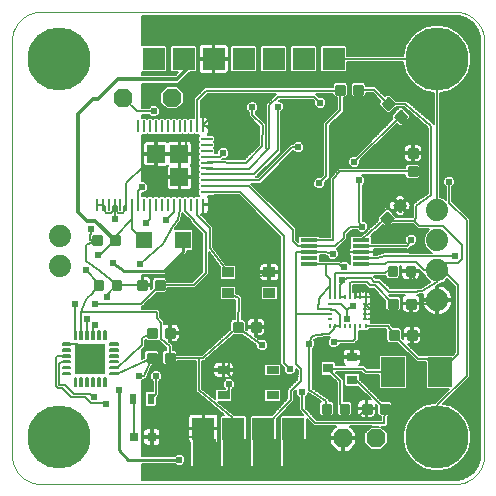
<source format=gtl>
G75*
%MOIN*%
%OFA0B0*%
%FSLAX25Y25*%
%IPPOS*%
%LPD*%
%AMOC8*
5,1,8,0,0,1.08239X$1,22.5*
%
%ADD10C,0.00000*%
%ADD11OC8,0.06300*%
%ADD12C,0.00875*%
%ADD13R,0.05500X0.05500*%
%ADD14R,0.00906X0.01378*%
%ADD15R,0.01378X0.00906*%
%ADD16R,0.03937X0.03346*%
%ADD17R,0.05709X0.01181*%
%ADD18R,0.01000X0.03937*%
%ADD19R,0.03937X0.01000*%
%ADD20R,0.03543X0.03543*%
%ADD21R,0.05906X0.05906*%
%ADD22C,0.00001*%
%ADD23C,0.00551*%
%ADD24R,0.09843X0.09843*%
%ADD25R,0.07400X0.07400*%
%ADD26C,0.21000*%
%ADD27C,0.07400*%
%ADD28C,0.00100*%
%ADD29R,0.04134X0.02559*%
%ADD30R,0.03150X0.03150*%
%ADD31R,0.02362X0.03543*%
%ADD32R,0.07874X0.09843*%
%ADD33R,0.03543X0.03150*%
%ADD34C,0.00600*%
%ADD35C,0.02400*%
%ADD36C,0.01000*%
%ADD37C,0.01200*%
D10*
X0002969Y0012811D02*
X0002969Y0150606D01*
X0002968Y0150606D02*
X0002971Y0150844D01*
X0002979Y0151082D01*
X0002994Y0151319D01*
X0003014Y0151556D01*
X0003040Y0151792D01*
X0003071Y0152028D01*
X0003108Y0152263D01*
X0003151Y0152497D01*
X0003200Y0152730D01*
X0003254Y0152962D01*
X0003314Y0153192D01*
X0003379Y0153421D01*
X0003450Y0153648D01*
X0003526Y0153873D01*
X0003608Y0154096D01*
X0003695Y0154318D01*
X0003787Y0154537D01*
X0003885Y0154754D01*
X0003987Y0154968D01*
X0004095Y0155180D01*
X0004209Y0155390D01*
X0004327Y0155596D01*
X0004450Y0155800D01*
X0004578Y0156000D01*
X0004710Y0156197D01*
X0004848Y0156392D01*
X0004990Y0156582D01*
X0005137Y0156770D01*
X0005288Y0156953D01*
X0005443Y0157133D01*
X0005603Y0157309D01*
X0005767Y0157481D01*
X0005936Y0157650D01*
X0006108Y0157814D01*
X0006284Y0157974D01*
X0006464Y0158129D01*
X0006647Y0158280D01*
X0006835Y0158427D01*
X0007025Y0158569D01*
X0007220Y0158707D01*
X0007417Y0158839D01*
X0007617Y0158967D01*
X0007821Y0159090D01*
X0008027Y0159208D01*
X0008237Y0159322D01*
X0008449Y0159430D01*
X0008663Y0159532D01*
X0008880Y0159630D01*
X0009099Y0159722D01*
X0009321Y0159809D01*
X0009544Y0159891D01*
X0009769Y0159967D01*
X0009996Y0160038D01*
X0010225Y0160103D01*
X0010455Y0160163D01*
X0010687Y0160217D01*
X0010920Y0160266D01*
X0011154Y0160309D01*
X0011389Y0160346D01*
X0011625Y0160377D01*
X0011861Y0160403D01*
X0012098Y0160423D01*
X0012335Y0160438D01*
X0012573Y0160446D01*
X0012811Y0160449D01*
X0150606Y0160449D01*
X0150844Y0160446D01*
X0151082Y0160438D01*
X0151319Y0160423D01*
X0151556Y0160403D01*
X0151792Y0160377D01*
X0152028Y0160346D01*
X0152263Y0160309D01*
X0152497Y0160266D01*
X0152730Y0160217D01*
X0152962Y0160163D01*
X0153192Y0160103D01*
X0153421Y0160038D01*
X0153648Y0159967D01*
X0153873Y0159891D01*
X0154096Y0159809D01*
X0154318Y0159722D01*
X0154537Y0159630D01*
X0154754Y0159532D01*
X0154968Y0159430D01*
X0155180Y0159322D01*
X0155390Y0159208D01*
X0155596Y0159090D01*
X0155800Y0158967D01*
X0156000Y0158839D01*
X0156197Y0158707D01*
X0156392Y0158569D01*
X0156582Y0158427D01*
X0156770Y0158280D01*
X0156953Y0158129D01*
X0157133Y0157974D01*
X0157309Y0157814D01*
X0157481Y0157650D01*
X0157650Y0157481D01*
X0157814Y0157309D01*
X0157974Y0157133D01*
X0158129Y0156953D01*
X0158280Y0156770D01*
X0158427Y0156582D01*
X0158569Y0156392D01*
X0158707Y0156197D01*
X0158839Y0156000D01*
X0158967Y0155800D01*
X0159090Y0155596D01*
X0159208Y0155390D01*
X0159322Y0155180D01*
X0159430Y0154968D01*
X0159532Y0154754D01*
X0159630Y0154537D01*
X0159722Y0154318D01*
X0159809Y0154096D01*
X0159891Y0153873D01*
X0159967Y0153648D01*
X0160038Y0153421D01*
X0160103Y0153192D01*
X0160163Y0152962D01*
X0160217Y0152730D01*
X0160266Y0152497D01*
X0160309Y0152263D01*
X0160346Y0152028D01*
X0160377Y0151792D01*
X0160403Y0151556D01*
X0160423Y0151319D01*
X0160438Y0151082D01*
X0160446Y0150844D01*
X0160449Y0150606D01*
X0160449Y0012811D01*
X0160446Y0012573D01*
X0160438Y0012335D01*
X0160423Y0012098D01*
X0160403Y0011861D01*
X0160377Y0011625D01*
X0160346Y0011389D01*
X0160309Y0011154D01*
X0160266Y0010920D01*
X0160217Y0010687D01*
X0160163Y0010455D01*
X0160103Y0010225D01*
X0160038Y0009996D01*
X0159967Y0009769D01*
X0159891Y0009544D01*
X0159809Y0009321D01*
X0159722Y0009099D01*
X0159630Y0008880D01*
X0159532Y0008663D01*
X0159430Y0008449D01*
X0159322Y0008237D01*
X0159208Y0008027D01*
X0159090Y0007821D01*
X0158967Y0007617D01*
X0158839Y0007417D01*
X0158707Y0007220D01*
X0158569Y0007025D01*
X0158427Y0006835D01*
X0158280Y0006647D01*
X0158129Y0006464D01*
X0157974Y0006284D01*
X0157814Y0006108D01*
X0157650Y0005936D01*
X0157481Y0005767D01*
X0157309Y0005603D01*
X0157133Y0005443D01*
X0156953Y0005288D01*
X0156770Y0005137D01*
X0156582Y0004990D01*
X0156392Y0004848D01*
X0156197Y0004710D01*
X0156000Y0004578D01*
X0155800Y0004450D01*
X0155596Y0004327D01*
X0155390Y0004209D01*
X0155180Y0004095D01*
X0154968Y0003987D01*
X0154754Y0003885D01*
X0154537Y0003787D01*
X0154318Y0003695D01*
X0154096Y0003608D01*
X0153873Y0003526D01*
X0153648Y0003450D01*
X0153421Y0003379D01*
X0153192Y0003314D01*
X0152962Y0003254D01*
X0152730Y0003200D01*
X0152497Y0003151D01*
X0152263Y0003108D01*
X0152028Y0003071D01*
X0151792Y0003040D01*
X0151556Y0003014D01*
X0151319Y0002994D01*
X0151082Y0002979D01*
X0150844Y0002971D01*
X0150606Y0002968D01*
X0150606Y0002969D02*
X0012811Y0002969D01*
X0012811Y0002968D02*
X0012573Y0002971D01*
X0012335Y0002979D01*
X0012098Y0002994D01*
X0011861Y0003014D01*
X0011625Y0003040D01*
X0011389Y0003071D01*
X0011154Y0003108D01*
X0010920Y0003151D01*
X0010687Y0003200D01*
X0010455Y0003254D01*
X0010225Y0003314D01*
X0009996Y0003379D01*
X0009769Y0003450D01*
X0009544Y0003526D01*
X0009321Y0003608D01*
X0009099Y0003695D01*
X0008880Y0003787D01*
X0008663Y0003885D01*
X0008449Y0003987D01*
X0008237Y0004095D01*
X0008027Y0004209D01*
X0007821Y0004327D01*
X0007617Y0004450D01*
X0007417Y0004578D01*
X0007220Y0004710D01*
X0007025Y0004848D01*
X0006835Y0004990D01*
X0006647Y0005137D01*
X0006464Y0005288D01*
X0006284Y0005443D01*
X0006108Y0005603D01*
X0005936Y0005767D01*
X0005767Y0005936D01*
X0005603Y0006108D01*
X0005443Y0006284D01*
X0005288Y0006464D01*
X0005137Y0006647D01*
X0004990Y0006835D01*
X0004848Y0007025D01*
X0004710Y0007220D01*
X0004578Y0007417D01*
X0004450Y0007617D01*
X0004327Y0007821D01*
X0004209Y0008027D01*
X0004095Y0008237D01*
X0003987Y0008449D01*
X0003885Y0008663D01*
X0003787Y0008880D01*
X0003695Y0009099D01*
X0003608Y0009321D01*
X0003526Y0009544D01*
X0003450Y0009769D01*
X0003379Y0009996D01*
X0003314Y0010225D01*
X0003254Y0010455D01*
X0003200Y0010687D01*
X0003151Y0010920D01*
X0003108Y0011154D01*
X0003071Y0011389D01*
X0003040Y0011625D01*
X0003014Y0011861D01*
X0002994Y0012098D01*
X0002979Y0012335D01*
X0002971Y0012573D01*
X0002968Y0012811D01*
X0049937Y0102280D02*
X0048008Y0104209D01*
X0048008Y0108185D01*
X0053913Y0108185D01*
X0053913Y0102280D01*
X0049937Y0102280D01*
D11*
X0056354Y0131827D03*
X0040173Y0131827D03*
X0113402Y0018244D03*
X0124465Y0018244D03*
D12*
X0125915Y0026852D02*
X0128541Y0026852D01*
X0125915Y0026852D02*
X0125915Y0029478D01*
X0128541Y0029478D01*
X0128541Y0026852D01*
X0128541Y0027726D02*
X0125915Y0027726D01*
X0125915Y0028600D02*
X0128541Y0028600D01*
X0128541Y0029474D02*
X0125915Y0029474D01*
X0122541Y0026852D02*
X0119915Y0026852D01*
X0119915Y0029478D01*
X0122541Y0029478D01*
X0122541Y0026852D01*
X0122541Y0027726D02*
X0119915Y0027726D01*
X0119915Y0028600D02*
X0122541Y0028600D01*
X0122541Y0029474D02*
X0119915Y0029474D01*
X0115156Y0029478D02*
X0112530Y0029478D01*
X0115156Y0029478D02*
X0115156Y0026852D01*
X0112530Y0026852D01*
X0112530Y0029478D01*
X0112530Y0027726D02*
X0115156Y0027726D01*
X0115156Y0028600D02*
X0112530Y0028600D01*
X0112530Y0029474D02*
X0115156Y0029474D01*
X0109156Y0029478D02*
X0106530Y0029478D01*
X0109156Y0029478D02*
X0109156Y0026852D01*
X0106530Y0026852D01*
X0106530Y0029478D01*
X0106530Y0027726D02*
X0109156Y0027726D01*
X0109156Y0028600D02*
X0106530Y0028600D01*
X0106530Y0029474D02*
X0109156Y0029474D01*
X0129010Y0051380D02*
X0131636Y0051380D01*
X0129010Y0051380D02*
X0129010Y0054006D01*
X0131636Y0054006D01*
X0131636Y0051380D01*
X0131636Y0052254D02*
X0129010Y0052254D01*
X0129010Y0053128D02*
X0131636Y0053128D01*
X0131636Y0054002D02*
X0129010Y0054002D01*
X0135010Y0051380D02*
X0137636Y0051380D01*
X0135010Y0051380D02*
X0135010Y0054006D01*
X0137636Y0054006D01*
X0137636Y0051380D01*
X0137636Y0052254D02*
X0135010Y0052254D01*
X0135010Y0053128D02*
X0137636Y0053128D01*
X0137636Y0054002D02*
X0135010Y0054002D01*
X0134734Y0061852D02*
X0137360Y0061852D01*
X0134734Y0061852D02*
X0134734Y0064478D01*
X0137360Y0064478D01*
X0137360Y0061852D01*
X0137360Y0062726D02*
X0134734Y0062726D01*
X0134734Y0063600D02*
X0137360Y0063600D01*
X0137360Y0064474D02*
X0134734Y0064474D01*
X0131360Y0061852D02*
X0128734Y0061852D01*
X0128734Y0064478D01*
X0131360Y0064478D01*
X0131360Y0061852D01*
X0131360Y0062726D02*
X0128734Y0062726D01*
X0128734Y0063600D02*
X0131360Y0063600D01*
X0131360Y0064474D02*
X0128734Y0064474D01*
X0128537Y0072718D02*
X0131163Y0072718D01*
X0128537Y0072718D02*
X0128537Y0075344D01*
X0131163Y0075344D01*
X0131163Y0072718D01*
X0131163Y0073592D02*
X0128537Y0073592D01*
X0128537Y0074466D02*
X0131163Y0074466D01*
X0131163Y0075340D02*
X0128537Y0075340D01*
X0134537Y0072718D02*
X0137163Y0072718D01*
X0134537Y0072718D02*
X0134537Y0075344D01*
X0137163Y0075344D01*
X0137163Y0072718D01*
X0137163Y0073592D02*
X0134537Y0073592D01*
X0134537Y0074466D02*
X0137163Y0074466D01*
X0137163Y0075340D02*
X0134537Y0075340D01*
X0126188Y0091653D02*
X0128044Y0093509D01*
X0129900Y0091653D01*
X0128044Y0089797D01*
X0126188Y0091653D01*
X0127170Y0090671D02*
X0128918Y0090671D01*
X0129792Y0091545D02*
X0126296Y0091545D01*
X0126954Y0092419D02*
X0129134Y0092419D01*
X0128260Y0093293D02*
X0127828Y0093293D01*
X0130431Y0095895D02*
X0132287Y0097751D01*
X0134143Y0095895D01*
X0132287Y0094039D01*
X0130431Y0095895D01*
X0131413Y0094913D02*
X0133161Y0094913D01*
X0134035Y0095787D02*
X0130539Y0095787D01*
X0131197Y0096661D02*
X0133377Y0096661D01*
X0132503Y0097535D02*
X0132071Y0097535D01*
X0135317Y0105978D02*
X0135317Y0108604D01*
X0137943Y0108604D01*
X0137943Y0105978D01*
X0135317Y0105978D01*
X0135317Y0106852D02*
X0137943Y0106852D01*
X0137943Y0107726D02*
X0135317Y0107726D01*
X0135317Y0108600D02*
X0137943Y0108600D01*
X0135317Y0111978D02*
X0135317Y0114604D01*
X0137943Y0114604D01*
X0137943Y0111978D01*
X0135317Y0111978D01*
X0135317Y0112852D02*
X0137943Y0112852D01*
X0137943Y0113726D02*
X0135317Y0113726D01*
X0135317Y0114600D02*
X0137943Y0114600D01*
X0132657Y0123635D02*
X0130801Y0125491D01*
X0132657Y0127347D01*
X0134513Y0125491D01*
X0132657Y0123635D01*
X0133531Y0124509D02*
X0131783Y0124509D01*
X0130909Y0125383D02*
X0134405Y0125383D01*
X0133747Y0126257D02*
X0131567Y0126257D01*
X0132441Y0127131D02*
X0132873Y0127131D01*
X0128414Y0127878D02*
X0126558Y0129734D01*
X0128414Y0131590D01*
X0130270Y0129734D01*
X0128414Y0127878D01*
X0129288Y0128752D02*
X0127540Y0128752D01*
X0126666Y0129626D02*
X0130162Y0129626D01*
X0129504Y0130500D02*
X0127324Y0130500D01*
X0128198Y0131374D02*
X0128630Y0131374D01*
X0119779Y0133135D02*
X0117153Y0133135D01*
X0117153Y0135761D01*
X0119779Y0135761D01*
X0119779Y0133135D01*
X0119779Y0134009D02*
X0117153Y0134009D01*
X0117153Y0134883D02*
X0119779Y0134883D01*
X0119779Y0135757D02*
X0117153Y0135757D01*
X0113779Y0133135D02*
X0111153Y0133135D01*
X0111153Y0135761D01*
X0113779Y0135761D01*
X0113779Y0133135D01*
X0113779Y0134009D02*
X0111153Y0134009D01*
X0111153Y0134883D02*
X0113779Y0134883D01*
X0113779Y0135757D02*
X0111153Y0135757D01*
X0053581Y0068033D02*
X0050955Y0068033D01*
X0050955Y0070659D01*
X0053581Y0070659D01*
X0053581Y0068033D01*
X0053581Y0068907D02*
X0050955Y0068907D01*
X0050955Y0069781D02*
X0053581Y0069781D01*
X0053581Y0070655D02*
X0050955Y0070655D01*
X0047581Y0068033D02*
X0044955Y0068033D01*
X0044955Y0070659D01*
X0047581Y0070659D01*
X0047581Y0068033D01*
X0047581Y0068907D02*
X0044955Y0068907D01*
X0044955Y0069781D02*
X0047581Y0069781D01*
X0047581Y0070655D02*
X0044955Y0070655D01*
X0039171Y0067955D02*
X0036545Y0067955D01*
X0036545Y0070581D01*
X0039171Y0070581D01*
X0039171Y0067955D01*
X0039171Y0068829D02*
X0036545Y0068829D01*
X0036545Y0069703D02*
X0039171Y0069703D01*
X0039171Y0070577D02*
X0036545Y0070577D01*
X0033171Y0067955D02*
X0030545Y0067955D01*
X0030545Y0070581D01*
X0033171Y0070581D01*
X0033171Y0067955D01*
X0033171Y0068829D02*
X0030545Y0068829D01*
X0030545Y0069703D02*
X0033171Y0069703D01*
X0033171Y0070577D02*
X0030545Y0070577D01*
X0029915Y0085620D02*
X0032541Y0085620D01*
X0032541Y0082994D01*
X0029915Y0082994D01*
X0029915Y0085620D01*
X0029915Y0083868D02*
X0032541Y0083868D01*
X0032541Y0084742D02*
X0029915Y0084742D01*
X0029915Y0085616D02*
X0032541Y0085616D01*
X0035915Y0085620D02*
X0038541Y0085620D01*
X0038541Y0082994D01*
X0035915Y0082994D01*
X0035915Y0085620D01*
X0035915Y0083868D02*
X0038541Y0083868D01*
X0038541Y0084742D02*
X0035915Y0084742D01*
X0035915Y0085616D02*
X0038541Y0085616D01*
X0048508Y0054636D02*
X0051134Y0054636D01*
X0051134Y0052010D01*
X0048508Y0052010D01*
X0048508Y0054636D01*
X0048508Y0052884D02*
X0051134Y0052884D01*
X0051134Y0053758D02*
X0048508Y0053758D01*
X0048508Y0054632D02*
X0051134Y0054632D01*
X0054508Y0054636D02*
X0057134Y0054636D01*
X0057134Y0052010D01*
X0054508Y0052010D01*
X0054508Y0054636D01*
X0054508Y0052884D02*
X0057134Y0052884D01*
X0057134Y0053758D02*
X0054508Y0053758D01*
X0054508Y0054632D02*
X0057134Y0054632D01*
X0056895Y0043781D02*
X0054269Y0043781D01*
X0054269Y0046407D01*
X0056895Y0046407D01*
X0056895Y0043781D01*
X0056895Y0044655D02*
X0054269Y0044655D01*
X0054269Y0045529D02*
X0056895Y0045529D01*
X0056895Y0046403D02*
X0054269Y0046403D01*
X0050895Y0043781D02*
X0048269Y0043781D01*
X0048269Y0046407D01*
X0050895Y0046407D01*
X0050895Y0043781D01*
X0050895Y0044655D02*
X0048269Y0044655D01*
X0048269Y0045529D02*
X0050895Y0045529D01*
X0050895Y0046403D02*
X0048269Y0046403D01*
X0077037Y0056697D02*
X0079663Y0056697D01*
X0079663Y0054071D01*
X0077037Y0054071D01*
X0077037Y0056697D01*
X0077037Y0054945D02*
X0079663Y0054945D01*
X0079663Y0055819D02*
X0077037Y0055819D01*
X0077037Y0056693D02*
X0079663Y0056693D01*
X0083037Y0056697D02*
X0085663Y0056697D01*
X0085663Y0054071D01*
X0083037Y0054071D01*
X0083037Y0056697D01*
X0083037Y0054945D02*
X0085663Y0054945D01*
X0085663Y0055819D02*
X0083037Y0055819D01*
X0083037Y0056693D02*
X0085663Y0056693D01*
D13*
X0059941Y0084346D03*
X0046941Y0084346D03*
D14*
X0109027Y0065259D03*
X0110720Y0065259D03*
X0112413Y0065259D03*
X0114106Y0065259D03*
X0115798Y0065259D03*
X0117491Y0065259D03*
X0119184Y0065259D03*
X0120877Y0065259D03*
X0120877Y0055653D03*
X0119184Y0055653D03*
X0117491Y0055653D03*
X0115798Y0055653D03*
X0114106Y0055653D03*
X0112413Y0055653D03*
X0110720Y0055653D03*
X0109027Y0055653D03*
D15*
X0109145Y0057917D03*
X0109145Y0059609D03*
X0109145Y0061302D03*
X0109145Y0062995D03*
X0120759Y0062995D03*
X0120759Y0061302D03*
X0120759Y0059609D03*
X0120759Y0057917D03*
D16*
X0088779Y0066694D03*
X0088779Y0073583D03*
X0074999Y0073583D03*
X0074999Y0066694D03*
D17*
X0102120Y0076413D03*
X0102120Y0078382D03*
X0102120Y0080350D03*
X0102120Y0082319D03*
X0102120Y0084287D03*
X0119443Y0084287D03*
X0119443Y0082319D03*
X0119443Y0080350D03*
X0119443Y0078382D03*
X0119443Y0076413D03*
D18*
X0066748Y0096177D03*
X0064780Y0096177D03*
X0062811Y0096177D03*
X0060843Y0096177D03*
X0058874Y0096177D03*
X0056906Y0096177D03*
X0054937Y0096177D03*
X0052969Y0096177D03*
X0051000Y0096177D03*
X0049031Y0096177D03*
X0047063Y0096177D03*
X0045094Y0096177D03*
X0043126Y0096177D03*
X0041157Y0096177D03*
X0039189Y0096177D03*
X0037220Y0096177D03*
X0035252Y0096177D03*
X0033283Y0096177D03*
X0031315Y0096177D03*
X0045094Y0122201D03*
X0047063Y0122201D03*
X0049031Y0122201D03*
X0051000Y0122201D03*
X0052969Y0122201D03*
X0054937Y0122201D03*
X0056906Y0122201D03*
X0058874Y0122201D03*
X0060843Y0122201D03*
X0062811Y0122201D03*
X0064780Y0122201D03*
X0066748Y0122201D03*
D19*
X0067890Y0118047D03*
X0067890Y0116079D03*
X0067890Y0114110D03*
X0067890Y0112142D03*
X0067890Y0110173D03*
X0067890Y0108205D03*
X0067890Y0106236D03*
X0067890Y0104268D03*
X0067890Y0102299D03*
X0067890Y0100331D03*
D20*
X0050961Y0105232D03*
D21*
X0058835Y0105232D03*
X0058835Y0113106D03*
X0050961Y0113106D03*
D22*
X0048008Y0108184D02*
X0053913Y0108184D01*
X0053913Y0108183D02*
X0048008Y0108183D01*
X0048008Y0108182D02*
X0053913Y0108182D01*
X0053913Y0108181D02*
X0048008Y0108181D01*
X0048008Y0108180D02*
X0053913Y0108180D01*
X0053913Y0108179D02*
X0048008Y0108179D01*
X0048008Y0108178D02*
X0053913Y0108178D01*
X0053913Y0108177D02*
X0048008Y0108177D01*
X0048008Y0108176D02*
X0053913Y0108176D01*
X0053913Y0108175D02*
X0048008Y0108175D01*
X0048008Y0108174D02*
X0053913Y0108174D01*
X0053913Y0108173D02*
X0048008Y0108173D01*
X0048008Y0108172D02*
X0053913Y0108172D01*
X0053913Y0108171D02*
X0048008Y0108171D01*
X0048008Y0108170D02*
X0053913Y0108170D01*
X0053913Y0108169D02*
X0048008Y0108169D01*
X0048008Y0108168D02*
X0053913Y0108168D01*
X0053913Y0108167D02*
X0048008Y0108167D01*
X0048008Y0108166D02*
X0053913Y0108166D01*
X0053913Y0108165D02*
X0048008Y0108165D01*
X0048008Y0108164D02*
X0053913Y0108164D01*
X0053913Y0108163D02*
X0048008Y0108163D01*
X0048008Y0108162D02*
X0053913Y0108162D01*
X0053913Y0108161D02*
X0048008Y0108161D01*
X0048008Y0108160D02*
X0053913Y0108160D01*
X0053913Y0108159D02*
X0048008Y0108159D01*
X0048008Y0108158D02*
X0053913Y0108158D01*
X0053913Y0108157D02*
X0048008Y0108157D01*
X0048008Y0108156D02*
X0053913Y0108156D01*
X0048008Y0108156D01*
X0048008Y0108155D02*
X0053913Y0108155D01*
X0053913Y0108154D02*
X0048008Y0108154D01*
X0048008Y0108153D02*
X0053913Y0108153D01*
X0053913Y0108152D02*
X0048008Y0108152D01*
X0048008Y0108151D02*
X0053913Y0108151D01*
X0053913Y0108150D02*
X0048008Y0108150D01*
X0048008Y0108149D02*
X0053913Y0108149D01*
X0053913Y0108148D02*
X0048008Y0108148D01*
X0048008Y0108147D02*
X0053913Y0108147D01*
X0053913Y0108146D02*
X0048008Y0108146D01*
X0048008Y0108145D02*
X0053913Y0108145D01*
X0053913Y0108144D02*
X0048008Y0108144D01*
X0048008Y0108143D02*
X0053913Y0108143D01*
X0053913Y0108142D02*
X0048008Y0108142D01*
X0048008Y0108141D02*
X0053913Y0108141D01*
X0053913Y0108140D02*
X0048008Y0108140D01*
X0048008Y0108139D02*
X0053913Y0108139D01*
X0053913Y0108138D02*
X0048008Y0108138D01*
X0048008Y0108137D02*
X0053913Y0108137D01*
X0053913Y0108136D02*
X0048008Y0108136D01*
X0048008Y0108135D02*
X0053913Y0108135D01*
X0053913Y0108134D02*
X0048008Y0108134D01*
X0048008Y0108133D02*
X0053913Y0108133D01*
X0053913Y0108132D02*
X0048008Y0108132D01*
X0048008Y0108131D02*
X0053913Y0108131D01*
X0053913Y0108130D02*
X0048008Y0108130D01*
X0048008Y0108129D02*
X0053913Y0108129D01*
X0053913Y0108128D02*
X0048008Y0108128D01*
X0048008Y0108127D02*
X0053913Y0108127D01*
X0053913Y0108126D02*
X0048008Y0108126D01*
X0048008Y0108125D02*
X0053913Y0108125D01*
X0053913Y0108124D02*
X0048008Y0108124D01*
X0048008Y0108123D02*
X0053913Y0108123D01*
X0053913Y0108122D02*
X0048008Y0108122D01*
X0048008Y0108121D02*
X0053913Y0108121D01*
X0053913Y0108120D02*
X0048008Y0108120D01*
X0048008Y0108119D02*
X0053913Y0108119D01*
X0053913Y0108118D02*
X0048008Y0108118D01*
X0048008Y0108117D02*
X0053913Y0108117D01*
X0053913Y0108116D02*
X0048008Y0108116D01*
X0048008Y0108115D02*
X0053913Y0108115D01*
X0053913Y0108114D02*
X0048008Y0108114D01*
X0048008Y0108113D02*
X0053913Y0108113D01*
X0053913Y0108112D02*
X0048008Y0108112D01*
X0048008Y0108111D02*
X0053913Y0108111D01*
X0053913Y0108110D02*
X0048008Y0108110D01*
X0048008Y0108109D02*
X0053913Y0108109D01*
X0053913Y0108108D02*
X0048008Y0108108D01*
X0048008Y0108107D02*
X0053913Y0108107D01*
X0053913Y0108106D02*
X0048008Y0108106D01*
X0048008Y0108105D02*
X0053913Y0108105D01*
X0053913Y0108104D02*
X0048008Y0108104D01*
X0048008Y0108103D02*
X0053913Y0108103D01*
X0053913Y0108102D02*
X0048008Y0108102D01*
X0048008Y0108101D02*
X0053913Y0108101D01*
X0053913Y0108100D02*
X0048008Y0108100D01*
X0048008Y0108099D02*
X0053913Y0108099D01*
X0053913Y0108098D02*
X0048008Y0108098D01*
X0048008Y0108097D02*
X0053913Y0108097D01*
X0053913Y0108096D02*
X0048008Y0108096D01*
X0048008Y0108095D02*
X0053913Y0108095D01*
X0053913Y0108094D02*
X0048008Y0108094D01*
X0053913Y0108094D01*
X0053913Y0108093D02*
X0048008Y0108093D01*
X0048008Y0108092D02*
X0053913Y0108092D01*
X0053913Y0108091D02*
X0048008Y0108091D01*
X0048008Y0108090D02*
X0053913Y0108090D01*
X0053913Y0108089D02*
X0048008Y0108089D01*
X0048008Y0108088D02*
X0053913Y0108088D01*
X0053913Y0108087D02*
X0048008Y0108087D01*
X0048008Y0108086D02*
X0053913Y0108086D01*
X0053913Y0108085D02*
X0048008Y0108085D01*
X0048008Y0108084D02*
X0053913Y0108084D01*
X0053913Y0108083D02*
X0048008Y0108083D01*
X0048008Y0108082D02*
X0053913Y0108082D01*
X0053913Y0108081D02*
X0048008Y0108081D01*
X0048008Y0108080D02*
X0053913Y0108080D01*
X0053913Y0108079D02*
X0048008Y0108079D01*
X0048008Y0108078D02*
X0053913Y0108078D01*
X0053913Y0108077D02*
X0048008Y0108077D01*
X0048008Y0108076D02*
X0053913Y0108076D01*
X0053913Y0108075D02*
X0048008Y0108075D01*
X0048008Y0108074D02*
X0053913Y0108074D01*
X0053913Y0108073D02*
X0048008Y0108073D01*
X0048008Y0108072D02*
X0053913Y0108072D01*
X0053913Y0108071D02*
X0048008Y0108071D01*
X0048008Y0108070D02*
X0053913Y0108070D01*
X0053913Y0108069D02*
X0048008Y0108069D01*
X0048008Y0108068D02*
X0053913Y0108068D01*
X0053913Y0108067D02*
X0048008Y0108067D01*
X0048008Y0108066D02*
X0053913Y0108066D01*
X0053913Y0108065D02*
X0048008Y0108065D01*
X0048008Y0108064D02*
X0053913Y0108064D01*
X0053913Y0108063D02*
X0048008Y0108063D01*
X0048008Y0108062D02*
X0053913Y0108062D01*
X0053913Y0108061D02*
X0048008Y0108061D01*
X0048008Y0108060D02*
X0053913Y0108060D01*
X0053913Y0108059D02*
X0048008Y0108059D01*
X0048008Y0108058D02*
X0053913Y0108058D01*
X0053913Y0108057D02*
X0048008Y0108057D01*
X0048008Y0108056D02*
X0053913Y0108056D01*
X0053913Y0108055D02*
X0048008Y0108055D01*
X0048008Y0108054D02*
X0053913Y0108054D01*
X0053913Y0108053D02*
X0048008Y0108053D01*
X0048008Y0108052D02*
X0053913Y0108052D01*
X0053913Y0108051D02*
X0048008Y0108051D01*
X0048008Y0108050D02*
X0053913Y0108050D01*
X0053913Y0108049D02*
X0048008Y0108049D01*
X0048008Y0108048D02*
X0053913Y0108048D01*
X0053913Y0108047D02*
X0048008Y0108047D01*
X0048008Y0108046D02*
X0053913Y0108046D01*
X0053913Y0108045D02*
X0048008Y0108045D01*
X0048008Y0108044D02*
X0053913Y0108044D01*
X0053913Y0108043D02*
X0048008Y0108043D01*
X0048008Y0108042D02*
X0053913Y0108042D01*
X0053913Y0108041D02*
X0048008Y0108041D01*
X0048008Y0108040D02*
X0053913Y0108040D01*
X0053913Y0108039D02*
X0048008Y0108039D01*
X0048008Y0108038D02*
X0053913Y0108038D01*
X0053913Y0108037D02*
X0048008Y0108037D01*
X0048008Y0108036D02*
X0053913Y0108036D01*
X0053913Y0108035D02*
X0048008Y0108035D01*
X0048008Y0108034D02*
X0053913Y0108034D01*
X0053913Y0108033D02*
X0048008Y0108033D01*
X0048008Y0108032D02*
X0053913Y0108032D01*
X0053913Y0108031D02*
X0048008Y0108031D01*
X0053913Y0108031D01*
X0053913Y0108030D02*
X0048008Y0108030D01*
X0048008Y0108029D02*
X0053913Y0108029D01*
X0053913Y0108028D02*
X0048008Y0108028D01*
X0048008Y0108027D02*
X0053913Y0108027D01*
X0053913Y0108026D02*
X0048008Y0108026D01*
X0048008Y0108025D02*
X0053913Y0108025D01*
X0053913Y0108024D02*
X0048008Y0108024D01*
X0048008Y0108023D02*
X0053913Y0108023D01*
X0053913Y0108022D02*
X0048008Y0108022D01*
X0048008Y0108021D02*
X0053913Y0108021D01*
X0053913Y0108020D02*
X0048008Y0108020D01*
X0048008Y0108019D02*
X0053913Y0108019D01*
X0053913Y0108018D02*
X0048008Y0108018D01*
X0048008Y0108017D02*
X0053913Y0108017D01*
X0053913Y0108016D02*
X0048008Y0108016D01*
X0048008Y0108015D02*
X0053913Y0108015D01*
X0053913Y0108014D02*
X0048008Y0108014D01*
X0048008Y0108013D02*
X0053913Y0108013D01*
X0053913Y0108012D02*
X0048008Y0108012D01*
X0048008Y0108011D02*
X0053913Y0108011D01*
X0053913Y0108010D02*
X0048008Y0108010D01*
X0048008Y0108009D02*
X0053913Y0108009D01*
X0053913Y0108008D02*
X0048008Y0108008D01*
X0048008Y0108007D02*
X0053913Y0108007D01*
X0053913Y0108006D02*
X0048008Y0108006D01*
X0048008Y0108005D02*
X0053913Y0108005D01*
X0053913Y0108004D02*
X0048008Y0108004D01*
X0048008Y0108003D02*
X0053913Y0108003D01*
X0053913Y0108002D02*
X0048008Y0108002D01*
X0048008Y0108001D02*
X0053913Y0108001D01*
X0053913Y0108000D02*
X0048008Y0108000D01*
X0048008Y0107999D02*
X0053913Y0107999D01*
X0053913Y0107998D02*
X0048008Y0107998D01*
X0048008Y0107997D02*
X0053913Y0107997D01*
X0053913Y0107996D02*
X0048008Y0107996D01*
X0048008Y0107995D02*
X0053913Y0107995D01*
X0053913Y0107994D02*
X0048008Y0107994D01*
X0048008Y0107993D02*
X0053913Y0107993D01*
X0053913Y0107992D02*
X0048008Y0107992D01*
X0048008Y0107991D02*
X0053913Y0107991D01*
X0053913Y0107990D02*
X0048008Y0107990D01*
X0048008Y0107989D02*
X0053913Y0107989D01*
X0053913Y0107988D02*
X0048008Y0107988D01*
X0048008Y0107987D02*
X0053913Y0107987D01*
X0053913Y0107986D02*
X0048008Y0107986D01*
X0048008Y0107985D02*
X0053913Y0107985D01*
X0053913Y0107984D02*
X0048008Y0107984D01*
X0048008Y0107983D02*
X0053913Y0107983D01*
X0053913Y0107982D02*
X0048008Y0107982D01*
X0048008Y0107981D02*
X0053913Y0107981D01*
X0053913Y0107980D02*
X0048008Y0107980D01*
X0048008Y0107979D02*
X0053913Y0107979D01*
X0053913Y0107978D02*
X0048008Y0107978D01*
X0048008Y0107977D02*
X0053913Y0107977D01*
X0053913Y0107976D02*
X0048008Y0107976D01*
X0048008Y0107975D02*
X0053913Y0107975D01*
X0053913Y0107974D02*
X0048008Y0107974D01*
X0048008Y0107973D02*
X0053913Y0107973D01*
X0053913Y0107972D02*
X0048008Y0107972D01*
X0048008Y0107971D02*
X0053913Y0107971D01*
X0053913Y0107970D02*
X0048008Y0107970D01*
X0048008Y0107969D02*
X0053913Y0107969D01*
X0048008Y0107969D01*
X0048008Y0107968D02*
X0053913Y0107968D01*
X0053913Y0107967D02*
X0048008Y0107967D01*
X0048008Y0107966D02*
X0053913Y0107966D01*
X0053913Y0107965D02*
X0048008Y0107965D01*
X0048008Y0107964D02*
X0053913Y0107964D01*
X0053913Y0107963D02*
X0048008Y0107963D01*
X0048008Y0107962D02*
X0053913Y0107962D01*
X0053913Y0107961D02*
X0048008Y0107961D01*
X0048008Y0107960D02*
X0053913Y0107960D01*
X0053913Y0107959D02*
X0048008Y0107959D01*
X0048008Y0107958D02*
X0053913Y0107958D01*
X0053913Y0107957D02*
X0048008Y0107957D01*
X0048008Y0107956D02*
X0053913Y0107956D01*
X0053913Y0107955D02*
X0048008Y0107955D01*
X0048008Y0107954D02*
X0053913Y0107954D01*
X0053913Y0107953D02*
X0048008Y0107953D01*
X0048008Y0107952D02*
X0053913Y0107952D01*
X0053913Y0107951D02*
X0048008Y0107951D01*
X0048008Y0107950D02*
X0053913Y0107950D01*
X0053913Y0107949D02*
X0048008Y0107949D01*
X0048008Y0107948D02*
X0053913Y0107948D01*
X0053913Y0107947D02*
X0048008Y0107947D01*
X0048008Y0107946D02*
X0053913Y0107946D01*
X0053913Y0107945D02*
X0048008Y0107945D01*
X0048008Y0107944D02*
X0053913Y0107944D01*
X0053913Y0107943D02*
X0048008Y0107943D01*
X0048008Y0107942D02*
X0053913Y0107942D01*
X0053913Y0107941D02*
X0048008Y0107941D01*
X0048008Y0107940D02*
X0053913Y0107940D01*
X0053913Y0107939D02*
X0048008Y0107939D01*
X0048008Y0107938D02*
X0053913Y0107938D01*
X0053913Y0107937D02*
X0048008Y0107937D01*
X0048008Y0107936D02*
X0053913Y0107936D01*
X0053913Y0107935D02*
X0048008Y0107935D01*
X0048008Y0107934D02*
X0053913Y0107934D01*
X0053913Y0107933D02*
X0048008Y0107933D01*
X0048008Y0107932D02*
X0053913Y0107932D01*
X0053913Y0107931D02*
X0048008Y0107931D01*
X0048008Y0107930D02*
X0053913Y0107930D01*
X0053913Y0107929D02*
X0048008Y0107929D01*
X0048008Y0107928D02*
X0053913Y0107928D01*
X0053913Y0107927D02*
X0048008Y0107927D01*
X0048008Y0107926D02*
X0053913Y0107926D01*
X0053913Y0107925D02*
X0048008Y0107925D01*
X0048008Y0107924D02*
X0053913Y0107924D01*
X0053913Y0107923D02*
X0048008Y0107923D01*
X0048008Y0107922D02*
X0053913Y0107922D01*
X0053913Y0107921D02*
X0048008Y0107921D01*
X0048008Y0107920D02*
X0053913Y0107920D01*
X0053913Y0107919D02*
X0048008Y0107919D01*
X0048008Y0107918D02*
X0053913Y0107918D01*
X0053913Y0107917D02*
X0048008Y0107917D01*
X0048008Y0107916D02*
X0053913Y0107916D01*
X0053913Y0107915D02*
X0048008Y0107915D01*
X0048008Y0107914D02*
X0053913Y0107914D01*
X0053913Y0107913D02*
X0048008Y0107913D01*
X0048008Y0107912D02*
X0053913Y0107912D01*
X0053913Y0107911D02*
X0048008Y0107911D01*
X0048008Y0107910D02*
X0053913Y0107910D01*
X0053913Y0107909D02*
X0048008Y0107909D01*
X0048008Y0107908D02*
X0053913Y0107908D01*
X0053913Y0107907D02*
X0048008Y0107907D01*
X0048008Y0107906D02*
X0053913Y0107906D01*
X0048008Y0107906D01*
X0048008Y0107905D02*
X0053913Y0107905D01*
X0053913Y0107904D02*
X0048008Y0107904D01*
X0048008Y0107903D02*
X0053913Y0107903D01*
X0053913Y0107902D02*
X0048008Y0107902D01*
X0048008Y0107901D02*
X0053913Y0107901D01*
X0053913Y0107900D02*
X0048008Y0107900D01*
X0048008Y0107899D02*
X0053913Y0107899D01*
X0053913Y0107898D02*
X0048008Y0107898D01*
X0048008Y0107897D02*
X0053913Y0107897D01*
X0053913Y0107896D02*
X0048008Y0107896D01*
X0048008Y0107895D02*
X0053913Y0107895D01*
X0053913Y0107894D02*
X0048008Y0107894D01*
X0048008Y0107893D02*
X0053913Y0107893D01*
X0053913Y0107892D02*
X0048008Y0107892D01*
X0048008Y0107891D02*
X0053913Y0107891D01*
X0053913Y0107890D02*
X0048008Y0107890D01*
X0048008Y0107889D02*
X0053913Y0107889D01*
X0053913Y0107888D02*
X0048008Y0107888D01*
X0048008Y0107887D02*
X0053913Y0107887D01*
X0053913Y0107886D02*
X0048008Y0107886D01*
X0048008Y0107885D02*
X0053913Y0107885D01*
X0053913Y0107884D02*
X0048008Y0107884D01*
X0048008Y0107883D02*
X0053913Y0107883D01*
X0053913Y0107882D02*
X0048008Y0107882D01*
X0048008Y0107881D02*
X0053913Y0107881D01*
X0053913Y0107880D02*
X0048008Y0107880D01*
X0048008Y0107879D02*
X0053913Y0107879D01*
X0053913Y0107878D02*
X0048008Y0107878D01*
X0048008Y0107877D02*
X0053913Y0107877D01*
X0053913Y0107876D02*
X0048008Y0107876D01*
X0048008Y0107875D02*
X0053913Y0107875D01*
X0053913Y0107874D02*
X0048008Y0107874D01*
X0048008Y0107873D02*
X0053913Y0107873D01*
X0053913Y0107872D02*
X0048008Y0107872D01*
X0048008Y0107871D02*
X0053913Y0107871D01*
X0053913Y0107870D02*
X0048008Y0107870D01*
X0048008Y0107869D02*
X0053913Y0107869D01*
X0053913Y0107868D02*
X0048008Y0107868D01*
X0048008Y0107867D02*
X0053913Y0107867D01*
X0053913Y0107866D02*
X0048008Y0107866D01*
X0048008Y0107865D02*
X0053913Y0107865D01*
X0053913Y0107864D02*
X0048008Y0107864D01*
X0048008Y0107863D02*
X0053913Y0107863D01*
X0053913Y0107862D02*
X0048008Y0107862D01*
X0048008Y0107861D02*
X0053913Y0107861D01*
X0053913Y0107860D02*
X0048008Y0107860D01*
X0048008Y0107859D02*
X0053913Y0107859D01*
X0053913Y0107858D02*
X0048008Y0107858D01*
X0048008Y0107857D02*
X0053913Y0107857D01*
X0053913Y0107856D02*
X0048008Y0107856D01*
X0048008Y0107855D02*
X0053913Y0107855D01*
X0053913Y0107854D02*
X0048008Y0107854D01*
X0048008Y0107853D02*
X0053913Y0107853D01*
X0053913Y0107852D02*
X0048008Y0107852D01*
X0048008Y0107851D02*
X0053913Y0107851D01*
X0053913Y0107850D02*
X0048008Y0107850D01*
X0048008Y0107849D02*
X0053913Y0107849D01*
X0053913Y0107848D02*
X0048008Y0107848D01*
X0048008Y0107847D02*
X0053913Y0107847D01*
X0053913Y0107846D02*
X0048008Y0107846D01*
X0048008Y0107845D02*
X0053913Y0107845D01*
X0053913Y0107844D02*
X0048008Y0107844D01*
X0053913Y0107844D01*
X0053913Y0107843D02*
X0048008Y0107843D01*
X0048008Y0107842D02*
X0053913Y0107842D01*
X0053913Y0107841D02*
X0048008Y0107841D01*
X0048008Y0107840D02*
X0053913Y0107840D01*
X0053913Y0107839D02*
X0048008Y0107839D01*
X0048008Y0107838D02*
X0053913Y0107838D01*
X0053913Y0107837D02*
X0048008Y0107837D01*
X0048008Y0107836D02*
X0053913Y0107836D01*
X0053913Y0107835D02*
X0048008Y0107835D01*
X0048008Y0107834D02*
X0053913Y0107834D01*
X0053913Y0107833D02*
X0048008Y0107833D01*
X0048008Y0107832D02*
X0053913Y0107832D01*
X0053913Y0107831D02*
X0048008Y0107831D01*
X0048008Y0107830D02*
X0053913Y0107830D01*
X0053913Y0107829D02*
X0048008Y0107829D01*
X0048008Y0107828D02*
X0053913Y0107828D01*
X0053913Y0107827D02*
X0048008Y0107827D01*
X0048008Y0107826D02*
X0053913Y0107826D01*
X0053913Y0107825D02*
X0048008Y0107825D01*
X0048008Y0107824D02*
X0053913Y0107824D01*
X0053913Y0107823D02*
X0048008Y0107823D01*
X0048008Y0107822D02*
X0053913Y0107822D01*
X0053913Y0107821D02*
X0048008Y0107821D01*
X0048008Y0107820D02*
X0053913Y0107820D01*
X0053913Y0107819D02*
X0048008Y0107819D01*
X0048008Y0107818D02*
X0053913Y0107818D01*
X0053913Y0107817D02*
X0048008Y0107817D01*
X0048008Y0107816D02*
X0053913Y0107816D01*
X0053913Y0107815D02*
X0048008Y0107815D01*
X0048008Y0107814D02*
X0053913Y0107814D01*
X0053913Y0107813D02*
X0048008Y0107813D01*
X0048008Y0107812D02*
X0053913Y0107812D01*
X0053913Y0107811D02*
X0048008Y0107811D01*
X0048008Y0107810D02*
X0053913Y0107810D01*
X0053913Y0107809D02*
X0048008Y0107809D01*
X0048008Y0107808D02*
X0053913Y0107808D01*
X0053913Y0107807D02*
X0048008Y0107807D01*
X0048008Y0107806D02*
X0053913Y0107806D01*
X0053913Y0107805D02*
X0048008Y0107805D01*
X0048008Y0107804D02*
X0053913Y0107804D01*
X0053913Y0107803D02*
X0048008Y0107803D01*
X0048008Y0107802D02*
X0053913Y0107802D01*
X0053913Y0107801D02*
X0048008Y0107801D01*
X0048008Y0107800D02*
X0053913Y0107800D01*
X0053913Y0107799D02*
X0048008Y0107799D01*
X0048008Y0107798D02*
X0053913Y0107798D01*
X0053913Y0107797D02*
X0048008Y0107797D01*
X0048008Y0107796D02*
X0053913Y0107796D01*
X0053913Y0107795D02*
X0048008Y0107795D01*
X0048008Y0107794D02*
X0053913Y0107794D01*
X0053913Y0107793D02*
X0048008Y0107793D01*
X0048008Y0107792D02*
X0053913Y0107792D01*
X0053913Y0107791D02*
X0048008Y0107791D01*
X0048008Y0107790D02*
X0053913Y0107790D01*
X0053913Y0107789D02*
X0048008Y0107789D01*
X0048008Y0107788D02*
X0053913Y0107788D01*
X0053913Y0107787D02*
X0048008Y0107787D01*
X0048008Y0107786D02*
X0053913Y0107786D01*
X0053913Y0107785D02*
X0048008Y0107785D01*
X0048008Y0107784D02*
X0053913Y0107784D01*
X0053913Y0107783D02*
X0048008Y0107783D01*
X0048008Y0107782D02*
X0053913Y0107782D01*
X0053913Y0107781D02*
X0048008Y0107781D01*
X0053913Y0107781D01*
X0053913Y0107780D02*
X0048008Y0107780D01*
X0048008Y0107779D02*
X0053913Y0107779D01*
X0053913Y0107778D02*
X0048008Y0107778D01*
X0048008Y0107777D02*
X0053913Y0107777D01*
X0053913Y0107776D02*
X0048008Y0107776D01*
X0048008Y0107775D02*
X0053913Y0107775D01*
X0053913Y0107774D02*
X0048008Y0107774D01*
X0048008Y0107773D02*
X0053913Y0107773D01*
X0053913Y0107772D02*
X0048008Y0107772D01*
X0048008Y0107771D02*
X0053913Y0107771D01*
X0053913Y0107770D02*
X0048008Y0107770D01*
X0048008Y0107769D02*
X0053913Y0107769D01*
X0053913Y0107768D02*
X0048008Y0107768D01*
X0048008Y0107767D02*
X0053913Y0107767D01*
X0053913Y0107766D02*
X0048008Y0107766D01*
X0048008Y0107765D02*
X0053913Y0107765D01*
X0053913Y0107764D02*
X0048008Y0107764D01*
X0048008Y0107763D02*
X0053913Y0107763D01*
X0053913Y0107762D02*
X0048008Y0107762D01*
X0048008Y0107761D02*
X0053913Y0107761D01*
X0053913Y0107760D02*
X0048008Y0107760D01*
X0048008Y0107759D02*
X0053913Y0107759D01*
X0053913Y0107758D02*
X0048008Y0107758D01*
X0048008Y0107757D02*
X0053913Y0107757D01*
X0053913Y0107756D02*
X0048008Y0107756D01*
X0048008Y0107755D02*
X0053913Y0107755D01*
X0053913Y0107754D02*
X0048008Y0107754D01*
X0048008Y0107753D02*
X0053913Y0107753D01*
X0053913Y0107752D02*
X0048008Y0107752D01*
X0048008Y0107751D02*
X0053913Y0107751D01*
X0053913Y0107750D02*
X0048008Y0107750D01*
X0048008Y0107749D02*
X0053913Y0107749D01*
X0053913Y0107748D02*
X0048008Y0107748D01*
X0048008Y0107747D02*
X0053913Y0107747D01*
X0053913Y0107746D02*
X0048008Y0107746D01*
X0048008Y0107745D02*
X0053913Y0107745D01*
X0053913Y0107744D02*
X0048008Y0107744D01*
X0048008Y0107743D02*
X0053913Y0107743D01*
X0053913Y0107742D02*
X0048008Y0107742D01*
X0048008Y0107741D02*
X0053913Y0107741D01*
X0053913Y0107740D02*
X0048008Y0107740D01*
X0048008Y0107739D02*
X0053913Y0107739D01*
X0053913Y0107738D02*
X0048008Y0107738D01*
X0048008Y0107737D02*
X0053913Y0107737D01*
X0053913Y0107736D02*
X0048008Y0107736D01*
X0048008Y0107735D02*
X0053913Y0107735D01*
X0053913Y0107734D02*
X0048008Y0107734D01*
X0048008Y0107733D02*
X0053913Y0107733D01*
X0053913Y0107732D02*
X0048008Y0107732D01*
X0048008Y0107731D02*
X0053913Y0107731D01*
X0053913Y0107730D02*
X0048008Y0107730D01*
X0048008Y0107729D02*
X0053913Y0107729D01*
X0053913Y0107728D02*
X0048008Y0107728D01*
X0048008Y0107727D02*
X0053913Y0107727D01*
X0053913Y0107726D02*
X0048008Y0107726D01*
X0048008Y0107725D02*
X0053913Y0107725D01*
X0053913Y0107724D02*
X0048008Y0107724D01*
X0048008Y0107723D02*
X0053913Y0107723D01*
X0053913Y0107722D02*
X0048008Y0107722D01*
X0048008Y0107721D02*
X0053913Y0107721D01*
X0053913Y0107720D02*
X0048008Y0107720D01*
X0048008Y0107719D02*
X0053913Y0107719D01*
X0048008Y0107719D01*
X0048008Y0107718D02*
X0053913Y0107718D01*
X0053913Y0107717D02*
X0048008Y0107717D01*
X0048008Y0107716D02*
X0053913Y0107716D01*
X0053913Y0107715D02*
X0048008Y0107715D01*
X0048008Y0107714D02*
X0053913Y0107714D01*
X0053913Y0107713D02*
X0048008Y0107713D01*
X0048008Y0107712D02*
X0053913Y0107712D01*
X0053913Y0107711D02*
X0048008Y0107711D01*
X0048008Y0107710D02*
X0053913Y0107710D01*
X0053913Y0107709D02*
X0048008Y0107709D01*
X0048008Y0107708D02*
X0053913Y0107708D01*
X0053913Y0107707D02*
X0048008Y0107707D01*
X0048008Y0107706D02*
X0053913Y0107706D01*
X0053913Y0107705D02*
X0048008Y0107705D01*
X0048008Y0107704D02*
X0053913Y0107704D01*
X0053913Y0107703D02*
X0048008Y0107703D01*
X0048008Y0107702D02*
X0053913Y0107702D01*
X0053913Y0107701D02*
X0048008Y0107701D01*
X0048008Y0107700D02*
X0053913Y0107700D01*
X0053913Y0107699D02*
X0048008Y0107699D01*
X0048008Y0107698D02*
X0053913Y0107698D01*
X0053913Y0107697D02*
X0048008Y0107697D01*
X0048008Y0107696D02*
X0053913Y0107696D01*
X0053913Y0107695D02*
X0048008Y0107695D01*
X0048008Y0107694D02*
X0053913Y0107694D01*
X0053913Y0107693D02*
X0048008Y0107693D01*
X0048008Y0107692D02*
X0053913Y0107692D01*
X0053913Y0107691D02*
X0048008Y0107691D01*
X0048008Y0107690D02*
X0053913Y0107690D01*
X0053913Y0107689D02*
X0048008Y0107689D01*
X0048008Y0107688D02*
X0053913Y0107688D01*
X0053913Y0107687D02*
X0048008Y0107687D01*
X0048008Y0107686D02*
X0053913Y0107686D01*
X0053913Y0107685D02*
X0048008Y0107685D01*
X0048008Y0107684D02*
X0053913Y0107684D01*
X0053913Y0107683D02*
X0048008Y0107683D01*
X0048008Y0107682D02*
X0053913Y0107682D01*
X0053913Y0107681D02*
X0048008Y0107681D01*
X0048008Y0107680D02*
X0053913Y0107680D01*
X0053913Y0107679D02*
X0048008Y0107679D01*
X0048008Y0107678D02*
X0053913Y0107678D01*
X0053913Y0107677D02*
X0048008Y0107677D01*
X0048008Y0107676D02*
X0053913Y0107676D01*
X0053913Y0107675D02*
X0048008Y0107675D01*
X0048008Y0107674D02*
X0053913Y0107674D01*
X0053913Y0107673D02*
X0048008Y0107673D01*
X0048008Y0107672D02*
X0053913Y0107672D01*
X0053913Y0107671D02*
X0048008Y0107671D01*
X0048008Y0107670D02*
X0053913Y0107670D01*
X0053913Y0107669D02*
X0048008Y0107669D01*
X0048008Y0107668D02*
X0053913Y0107668D01*
X0053913Y0107667D02*
X0048008Y0107667D01*
X0048008Y0107666D02*
X0053913Y0107666D01*
X0053913Y0107665D02*
X0048008Y0107665D01*
X0048008Y0107664D02*
X0053913Y0107664D01*
X0053913Y0107663D02*
X0048008Y0107663D01*
X0048008Y0107662D02*
X0053913Y0107662D01*
X0053913Y0107661D02*
X0048008Y0107661D01*
X0048008Y0107660D02*
X0053913Y0107660D01*
X0053913Y0107659D02*
X0048008Y0107659D01*
X0048008Y0107658D02*
X0053913Y0107658D01*
X0053913Y0107657D02*
X0048008Y0107657D01*
X0048008Y0107656D02*
X0053913Y0107656D01*
X0048008Y0107656D01*
X0048008Y0107655D02*
X0053913Y0107655D01*
X0053913Y0107654D02*
X0048008Y0107654D01*
X0048008Y0107653D02*
X0053913Y0107653D01*
X0053913Y0107652D02*
X0048008Y0107652D01*
X0048008Y0107651D02*
X0053913Y0107651D01*
X0053913Y0107650D02*
X0048008Y0107650D01*
X0048008Y0107649D02*
X0053913Y0107649D01*
X0053913Y0107648D02*
X0048008Y0107648D01*
X0048008Y0107647D02*
X0053913Y0107647D01*
X0053913Y0107646D02*
X0048008Y0107646D01*
X0048008Y0107645D02*
X0053913Y0107645D01*
X0053913Y0107644D02*
X0048008Y0107644D01*
X0048008Y0107643D02*
X0053913Y0107643D01*
X0053913Y0107642D02*
X0048008Y0107642D01*
X0048008Y0107641D02*
X0053913Y0107641D01*
X0053913Y0107640D02*
X0048008Y0107640D01*
X0048008Y0107639D02*
X0053913Y0107639D01*
X0053913Y0107638D02*
X0048008Y0107638D01*
X0048008Y0107637D02*
X0053913Y0107637D01*
X0053913Y0107636D02*
X0048008Y0107636D01*
X0048008Y0107635D02*
X0053913Y0107635D01*
X0053913Y0107634D02*
X0048008Y0107634D01*
X0048008Y0107633D02*
X0053913Y0107633D01*
X0053913Y0107632D02*
X0048008Y0107632D01*
X0048008Y0107631D02*
X0053913Y0107631D01*
X0053913Y0107630D02*
X0048008Y0107630D01*
X0048008Y0107629D02*
X0053913Y0107629D01*
X0053913Y0107628D02*
X0048008Y0107628D01*
X0048008Y0107627D02*
X0053913Y0107627D01*
X0053913Y0107626D02*
X0048008Y0107626D01*
X0048008Y0107625D02*
X0053913Y0107625D01*
X0053913Y0107624D02*
X0048008Y0107624D01*
X0048008Y0107623D02*
X0053913Y0107623D01*
X0053913Y0107622D02*
X0048008Y0107622D01*
X0048008Y0107621D02*
X0053913Y0107621D01*
X0053913Y0107620D02*
X0048008Y0107620D01*
X0048008Y0107619D02*
X0053913Y0107619D01*
X0053913Y0107618D02*
X0048008Y0107618D01*
X0048008Y0107617D02*
X0053913Y0107617D01*
X0053913Y0107616D02*
X0048008Y0107616D01*
X0048008Y0107615D02*
X0053913Y0107615D01*
X0053913Y0107614D02*
X0048008Y0107614D01*
X0048008Y0107613D02*
X0053913Y0107613D01*
X0053913Y0107612D02*
X0048008Y0107612D01*
X0048008Y0107611D02*
X0053913Y0107611D01*
X0053913Y0107610D02*
X0048008Y0107610D01*
X0048008Y0107609D02*
X0053913Y0107609D01*
X0053913Y0107608D02*
X0048008Y0107608D01*
X0048008Y0107607D02*
X0053913Y0107607D01*
X0053913Y0107606D02*
X0048008Y0107606D01*
X0048008Y0107605D02*
X0053913Y0107605D01*
X0053913Y0107604D02*
X0048008Y0107604D01*
X0048008Y0107603D02*
X0053913Y0107603D01*
X0053913Y0107602D02*
X0048008Y0107602D01*
X0048008Y0107601D02*
X0053913Y0107601D01*
X0053913Y0107600D02*
X0048008Y0107600D01*
X0048008Y0107599D02*
X0053913Y0107599D01*
X0053913Y0107598D02*
X0048008Y0107598D01*
X0048008Y0107597D02*
X0053913Y0107597D01*
X0053913Y0107596D02*
X0048008Y0107596D01*
X0048008Y0107595D02*
X0053913Y0107595D01*
X0053913Y0107594D02*
X0048008Y0107594D01*
X0053913Y0107594D01*
X0053913Y0107593D02*
X0048008Y0107593D01*
X0048008Y0107592D02*
X0053913Y0107592D01*
X0053913Y0107591D02*
X0048008Y0107591D01*
X0048008Y0107590D02*
X0053913Y0107590D01*
X0053913Y0107589D02*
X0048008Y0107589D01*
X0048008Y0107588D02*
X0053913Y0107588D01*
X0053913Y0107587D02*
X0048008Y0107587D01*
X0048008Y0107586D02*
X0053913Y0107586D01*
X0053913Y0107585D02*
X0048008Y0107585D01*
X0048008Y0107584D02*
X0053913Y0107584D01*
X0053913Y0107583D02*
X0048008Y0107583D01*
X0048008Y0107582D02*
X0053913Y0107582D01*
X0053913Y0107581D02*
X0048008Y0107581D01*
X0048008Y0107580D02*
X0053913Y0107580D01*
X0053913Y0107579D02*
X0048008Y0107579D01*
X0048008Y0107578D02*
X0053913Y0107578D01*
X0053913Y0107577D02*
X0048008Y0107577D01*
X0048008Y0107576D02*
X0053913Y0107576D01*
X0053913Y0107575D02*
X0048008Y0107575D01*
X0048008Y0107574D02*
X0053913Y0107574D01*
X0053913Y0107573D02*
X0048008Y0107573D01*
X0048008Y0107572D02*
X0053913Y0107572D01*
X0053913Y0107571D02*
X0048008Y0107571D01*
X0048008Y0107570D02*
X0053913Y0107570D01*
X0053913Y0107569D02*
X0048008Y0107569D01*
X0048008Y0107568D02*
X0053913Y0107568D01*
X0053913Y0107567D02*
X0048008Y0107567D01*
X0048008Y0107566D02*
X0053913Y0107566D01*
X0053913Y0107565D02*
X0048008Y0107565D01*
X0048008Y0107564D02*
X0053913Y0107564D01*
X0053913Y0107563D02*
X0048008Y0107563D01*
X0048008Y0107562D02*
X0053913Y0107562D01*
X0053913Y0107561D02*
X0048008Y0107561D01*
X0048008Y0107560D02*
X0053913Y0107560D01*
X0053913Y0107559D02*
X0048008Y0107559D01*
X0048008Y0107558D02*
X0053913Y0107558D01*
X0053913Y0107557D02*
X0048008Y0107557D01*
X0048008Y0107556D02*
X0053913Y0107556D01*
X0053913Y0107555D02*
X0048008Y0107555D01*
X0048008Y0107554D02*
X0053913Y0107554D01*
X0053913Y0107553D02*
X0048008Y0107553D01*
X0048008Y0107552D02*
X0053913Y0107552D01*
X0053913Y0107551D02*
X0048008Y0107551D01*
X0048008Y0107550D02*
X0053913Y0107550D01*
X0053913Y0107549D02*
X0048008Y0107549D01*
X0048008Y0107548D02*
X0053913Y0107548D01*
X0053913Y0107547D02*
X0048008Y0107547D01*
X0048008Y0107546D02*
X0053913Y0107546D01*
X0053913Y0107545D02*
X0048008Y0107545D01*
X0048008Y0107544D02*
X0053913Y0107544D01*
X0053913Y0107543D02*
X0048008Y0107543D01*
X0048008Y0107542D02*
X0053913Y0107542D01*
X0053913Y0107541D02*
X0048008Y0107541D01*
X0048008Y0107540D02*
X0053913Y0107540D01*
X0053913Y0107539D02*
X0048008Y0107539D01*
X0048008Y0107538D02*
X0053913Y0107538D01*
X0053913Y0107537D02*
X0048008Y0107537D01*
X0048008Y0107536D02*
X0053913Y0107536D01*
X0053913Y0107535D02*
X0048008Y0107535D01*
X0048008Y0107534D02*
X0053913Y0107534D01*
X0053913Y0107533D02*
X0048008Y0107533D01*
X0048008Y0107532D02*
X0053913Y0107532D01*
X0053913Y0107531D02*
X0048008Y0107531D01*
X0053913Y0107531D01*
X0053913Y0107530D02*
X0048008Y0107530D01*
X0048008Y0107529D02*
X0053913Y0107529D01*
X0053913Y0107528D02*
X0048008Y0107528D01*
X0048008Y0107527D02*
X0053913Y0107527D01*
X0053913Y0107526D02*
X0048008Y0107526D01*
X0048008Y0107525D02*
X0053913Y0107525D01*
X0053913Y0107524D02*
X0048008Y0107524D01*
X0048008Y0107523D02*
X0053913Y0107523D01*
X0053913Y0107522D02*
X0048008Y0107522D01*
X0048008Y0107521D02*
X0053913Y0107521D01*
X0053913Y0107520D02*
X0048008Y0107520D01*
X0048008Y0107519D02*
X0053913Y0107519D01*
X0053913Y0107518D02*
X0048008Y0107518D01*
X0048008Y0107517D02*
X0053913Y0107517D01*
X0053913Y0107516D02*
X0048008Y0107516D01*
X0048008Y0107515D02*
X0053913Y0107515D01*
X0053913Y0107514D02*
X0048008Y0107514D01*
X0048008Y0107513D02*
X0053913Y0107513D01*
X0053913Y0107512D02*
X0048008Y0107512D01*
X0048008Y0107511D02*
X0053913Y0107511D01*
X0053913Y0107510D02*
X0048008Y0107510D01*
X0048008Y0107509D02*
X0053913Y0107509D01*
X0053913Y0107508D02*
X0048008Y0107508D01*
X0048008Y0107507D02*
X0053913Y0107507D01*
X0053913Y0107506D02*
X0048008Y0107506D01*
X0048008Y0107505D02*
X0053913Y0107505D01*
X0053913Y0107504D02*
X0048008Y0107504D01*
X0048008Y0107503D02*
X0053913Y0107503D01*
X0053913Y0107502D02*
X0048008Y0107502D01*
X0048008Y0107501D02*
X0053913Y0107501D01*
X0053913Y0107500D02*
X0048008Y0107500D01*
X0048008Y0107499D02*
X0053913Y0107499D01*
X0053913Y0107498D02*
X0048008Y0107498D01*
X0048008Y0107497D02*
X0053913Y0107497D01*
X0053913Y0107496D02*
X0048008Y0107496D01*
X0048008Y0107495D02*
X0053913Y0107495D01*
X0053913Y0107494D02*
X0048008Y0107494D01*
X0048008Y0107493D02*
X0053913Y0107493D01*
X0053913Y0107492D02*
X0048008Y0107492D01*
X0048008Y0107491D02*
X0053913Y0107491D01*
X0053913Y0107490D02*
X0048008Y0107490D01*
X0048008Y0107489D02*
X0053913Y0107489D01*
X0053913Y0107488D02*
X0048008Y0107488D01*
X0048008Y0107487D02*
X0053913Y0107487D01*
X0053913Y0107486D02*
X0048008Y0107486D01*
X0048008Y0107485D02*
X0053913Y0107485D01*
X0053913Y0107484D02*
X0048008Y0107484D01*
X0048008Y0107483D02*
X0053913Y0107483D01*
X0053913Y0107482D02*
X0048008Y0107482D01*
X0048008Y0107481D02*
X0053913Y0107481D01*
X0053913Y0107480D02*
X0048008Y0107480D01*
X0048008Y0107479D02*
X0053913Y0107479D01*
X0053913Y0107478D02*
X0048008Y0107478D01*
X0048008Y0107477D02*
X0053913Y0107477D01*
X0053913Y0107476D02*
X0048008Y0107476D01*
X0048008Y0107475D02*
X0053913Y0107475D01*
X0053913Y0107474D02*
X0048008Y0107474D01*
X0048008Y0107473D02*
X0053913Y0107473D01*
X0053913Y0107472D02*
X0048008Y0107472D01*
X0048008Y0107471D02*
X0053913Y0107471D01*
X0053913Y0107470D02*
X0048008Y0107470D01*
X0048008Y0107469D02*
X0053913Y0107469D01*
X0048008Y0107469D01*
X0048008Y0107468D02*
X0053913Y0107468D01*
X0053913Y0107467D02*
X0048008Y0107467D01*
X0048008Y0107466D02*
X0053913Y0107466D01*
X0053913Y0107465D02*
X0048008Y0107465D01*
X0048008Y0107464D02*
X0053913Y0107464D01*
X0053913Y0107463D02*
X0048008Y0107463D01*
X0048008Y0107462D02*
X0053913Y0107462D01*
X0053913Y0107461D02*
X0048008Y0107461D01*
X0048008Y0107460D02*
X0053913Y0107460D01*
X0053913Y0107459D02*
X0048008Y0107459D01*
X0048008Y0107458D02*
X0053913Y0107458D01*
X0053913Y0107457D02*
X0048008Y0107457D01*
X0048008Y0107456D02*
X0053913Y0107456D01*
X0053913Y0107455D02*
X0048008Y0107455D01*
X0048008Y0107454D02*
X0053913Y0107454D01*
X0053913Y0107453D02*
X0048008Y0107453D01*
X0048008Y0107452D02*
X0053913Y0107452D01*
X0053913Y0107451D02*
X0048008Y0107451D01*
X0048008Y0107450D02*
X0053913Y0107450D01*
X0053913Y0107449D02*
X0048008Y0107449D01*
X0048008Y0107448D02*
X0053913Y0107448D01*
X0053913Y0107447D02*
X0048008Y0107447D01*
X0048008Y0107446D02*
X0053913Y0107446D01*
X0053913Y0107445D02*
X0048008Y0107445D01*
X0048008Y0107444D02*
X0053913Y0107444D01*
X0053913Y0107443D02*
X0048008Y0107443D01*
X0048008Y0107442D02*
X0053913Y0107442D01*
X0053913Y0107441D02*
X0048008Y0107441D01*
X0048008Y0107440D02*
X0053913Y0107440D01*
X0053913Y0107439D02*
X0048008Y0107439D01*
X0048008Y0107438D02*
X0053913Y0107438D01*
X0053913Y0107437D02*
X0048008Y0107437D01*
X0048008Y0107436D02*
X0053913Y0107436D01*
X0053913Y0107435D02*
X0048008Y0107435D01*
X0048008Y0107434D02*
X0053913Y0107434D01*
X0053913Y0107433D02*
X0048008Y0107433D01*
X0048008Y0107432D02*
X0053913Y0107432D01*
X0053913Y0107431D02*
X0048008Y0107431D01*
X0048008Y0107430D02*
X0053913Y0107430D01*
X0053913Y0107429D02*
X0048008Y0107429D01*
X0048008Y0107428D02*
X0053913Y0107428D01*
X0053913Y0107427D02*
X0048008Y0107427D01*
X0048008Y0107426D02*
X0053913Y0107426D01*
X0053913Y0107425D02*
X0048008Y0107425D01*
X0048008Y0107424D02*
X0053913Y0107424D01*
X0053913Y0107423D02*
X0048008Y0107423D01*
X0048008Y0107422D02*
X0053913Y0107422D01*
X0053913Y0107421D02*
X0048008Y0107421D01*
X0048008Y0107420D02*
X0053913Y0107420D01*
X0053913Y0107419D02*
X0048008Y0107419D01*
X0048008Y0107418D02*
X0053913Y0107418D01*
X0053913Y0107417D02*
X0048008Y0107417D01*
X0048008Y0107416D02*
X0053913Y0107416D01*
X0053913Y0107415D02*
X0048008Y0107415D01*
X0048008Y0107414D02*
X0053913Y0107414D01*
X0053913Y0107413D02*
X0048008Y0107413D01*
X0048008Y0107412D02*
X0053913Y0107412D01*
X0053913Y0107411D02*
X0048008Y0107411D01*
X0048008Y0107410D02*
X0053913Y0107410D01*
X0053913Y0107409D02*
X0048008Y0107409D01*
X0048008Y0107408D02*
X0053913Y0107408D01*
X0053913Y0107407D02*
X0048008Y0107407D01*
X0048008Y0107406D02*
X0053913Y0107406D01*
X0048008Y0107406D01*
X0048008Y0107405D02*
X0053913Y0107405D01*
X0053913Y0107404D02*
X0048008Y0107404D01*
X0048008Y0107403D02*
X0053913Y0107403D01*
X0053913Y0107402D02*
X0048008Y0107402D01*
X0048008Y0107401D02*
X0053913Y0107401D01*
X0053913Y0107400D02*
X0048008Y0107400D01*
X0048008Y0107399D02*
X0053913Y0107399D01*
X0053913Y0107398D02*
X0048008Y0107398D01*
X0048008Y0107397D02*
X0053913Y0107397D01*
X0053913Y0107396D02*
X0048008Y0107396D01*
X0048008Y0107395D02*
X0053913Y0107395D01*
X0053913Y0107394D02*
X0048008Y0107394D01*
X0048008Y0107393D02*
X0053913Y0107393D01*
X0053913Y0107392D02*
X0048008Y0107392D01*
X0048008Y0107391D02*
X0053913Y0107391D01*
X0053913Y0107390D02*
X0048008Y0107390D01*
X0048008Y0107389D02*
X0053913Y0107389D01*
X0053913Y0107388D02*
X0048008Y0107388D01*
X0048008Y0107387D02*
X0053913Y0107387D01*
X0053913Y0107386D02*
X0048008Y0107386D01*
X0048008Y0107385D02*
X0053913Y0107385D01*
X0053913Y0107384D02*
X0048008Y0107384D01*
X0048008Y0107383D02*
X0053913Y0107383D01*
X0053913Y0107382D02*
X0048008Y0107382D01*
X0048008Y0107381D02*
X0053913Y0107381D01*
X0053913Y0107380D02*
X0048008Y0107380D01*
X0048008Y0107379D02*
X0053913Y0107379D01*
X0053913Y0107378D02*
X0048008Y0107378D01*
X0048008Y0107377D02*
X0053913Y0107377D01*
X0053913Y0107376D02*
X0048008Y0107376D01*
X0048008Y0107375D02*
X0053913Y0107375D01*
X0053913Y0107374D02*
X0048008Y0107374D01*
X0048008Y0107373D02*
X0053913Y0107373D01*
X0053913Y0107372D02*
X0048008Y0107372D01*
X0048008Y0107371D02*
X0053913Y0107371D01*
X0053913Y0107370D02*
X0048008Y0107370D01*
X0048008Y0107369D02*
X0053913Y0107369D01*
X0053913Y0107368D02*
X0048008Y0107368D01*
X0048008Y0107367D02*
X0053913Y0107367D01*
X0053913Y0107366D02*
X0048008Y0107366D01*
X0048008Y0107365D02*
X0053913Y0107365D01*
X0053913Y0107364D02*
X0048008Y0107364D01*
X0048008Y0107363D02*
X0053913Y0107363D01*
X0053913Y0107362D02*
X0048008Y0107362D01*
X0048008Y0107361D02*
X0053913Y0107361D01*
X0053913Y0107360D02*
X0048008Y0107360D01*
X0048008Y0107359D02*
X0053913Y0107359D01*
X0053913Y0107358D02*
X0048008Y0107358D01*
X0048008Y0107357D02*
X0053913Y0107357D01*
X0053913Y0107356D02*
X0048008Y0107356D01*
X0048008Y0107355D02*
X0053913Y0107355D01*
X0053913Y0107354D02*
X0048008Y0107354D01*
X0048008Y0107353D02*
X0053913Y0107353D01*
X0053913Y0107352D02*
X0048008Y0107352D01*
X0048008Y0107351D02*
X0053913Y0107351D01*
X0053913Y0107350D02*
X0048008Y0107350D01*
X0048008Y0107349D02*
X0053913Y0107349D01*
X0053913Y0107348D02*
X0048008Y0107348D01*
X0048008Y0107347D02*
X0053913Y0107347D01*
X0053913Y0107346D02*
X0048008Y0107346D01*
X0048008Y0107345D02*
X0053913Y0107345D01*
X0053913Y0107344D02*
X0048008Y0107344D01*
X0053913Y0107344D01*
X0053913Y0107343D02*
X0048008Y0107343D01*
X0048008Y0107342D02*
X0053913Y0107342D01*
X0053913Y0107341D02*
X0048008Y0107341D01*
X0048008Y0107340D02*
X0053913Y0107340D01*
X0053913Y0107339D02*
X0048008Y0107339D01*
X0048008Y0107338D02*
X0053913Y0107338D01*
X0053913Y0107337D02*
X0048008Y0107337D01*
X0048008Y0107336D02*
X0053913Y0107336D01*
X0053913Y0107335D02*
X0048008Y0107335D01*
X0048008Y0107334D02*
X0053913Y0107334D01*
X0053913Y0107333D02*
X0048008Y0107333D01*
X0048008Y0107332D02*
X0053913Y0107332D01*
X0053913Y0107331D02*
X0048008Y0107331D01*
X0048008Y0107330D02*
X0053913Y0107330D01*
X0053913Y0107329D02*
X0048008Y0107329D01*
X0048008Y0107328D02*
X0053913Y0107328D01*
X0053913Y0107327D02*
X0048008Y0107327D01*
X0048008Y0107326D02*
X0053913Y0107326D01*
X0053913Y0107325D02*
X0048008Y0107325D01*
X0048008Y0107324D02*
X0053913Y0107324D01*
X0053913Y0107323D02*
X0048008Y0107323D01*
X0048008Y0107322D02*
X0053913Y0107322D01*
X0053913Y0107321D02*
X0048008Y0107321D01*
X0048008Y0107320D02*
X0053913Y0107320D01*
X0053913Y0107319D02*
X0048008Y0107319D01*
X0048008Y0107318D02*
X0053913Y0107318D01*
X0053913Y0107317D02*
X0048008Y0107317D01*
X0048008Y0107316D02*
X0053913Y0107316D01*
X0053913Y0107315D02*
X0048008Y0107315D01*
X0048008Y0107314D02*
X0053913Y0107314D01*
X0053913Y0107313D02*
X0048008Y0107313D01*
X0048008Y0107312D02*
X0053913Y0107312D01*
X0053913Y0107311D02*
X0048008Y0107311D01*
X0048008Y0107310D02*
X0053913Y0107310D01*
X0053913Y0107309D02*
X0048008Y0107309D01*
X0048008Y0107308D02*
X0053913Y0107308D01*
X0053913Y0107307D02*
X0048008Y0107307D01*
X0048008Y0107306D02*
X0053913Y0107306D01*
X0053913Y0107305D02*
X0048008Y0107305D01*
X0048008Y0107304D02*
X0053913Y0107304D01*
X0053913Y0107303D02*
X0048008Y0107303D01*
X0048008Y0107302D02*
X0053913Y0107302D01*
X0053913Y0107301D02*
X0048008Y0107301D01*
X0048008Y0107300D02*
X0053913Y0107300D01*
X0053913Y0107299D02*
X0048008Y0107299D01*
X0048008Y0107298D02*
X0053913Y0107298D01*
X0053913Y0107297D02*
X0048008Y0107297D01*
X0048008Y0107296D02*
X0053913Y0107296D01*
X0053913Y0107295D02*
X0048008Y0107295D01*
X0048008Y0107294D02*
X0053913Y0107294D01*
X0053913Y0107293D02*
X0048008Y0107293D01*
X0048008Y0107292D02*
X0053913Y0107292D01*
X0053913Y0107291D02*
X0048008Y0107291D01*
X0048008Y0107290D02*
X0053913Y0107290D01*
X0053913Y0107289D02*
X0048008Y0107289D01*
X0048008Y0107288D02*
X0053913Y0107288D01*
X0053913Y0107287D02*
X0048008Y0107287D01*
X0048008Y0107286D02*
X0053913Y0107286D01*
X0053913Y0107285D02*
X0048008Y0107285D01*
X0048008Y0107284D02*
X0053913Y0107284D01*
X0053913Y0107283D02*
X0048008Y0107283D01*
X0048008Y0107282D02*
X0053913Y0107282D01*
X0053913Y0107281D02*
X0048008Y0107281D01*
X0053913Y0107281D01*
X0053913Y0107280D02*
X0048008Y0107280D01*
X0048008Y0107279D02*
X0053913Y0107279D01*
X0053913Y0107278D02*
X0048008Y0107278D01*
X0048008Y0107277D02*
X0053913Y0107277D01*
X0053913Y0107276D02*
X0048008Y0107276D01*
X0048008Y0107275D02*
X0053913Y0107275D01*
X0053913Y0107274D02*
X0048008Y0107274D01*
X0048008Y0107273D02*
X0053913Y0107273D01*
X0053913Y0107272D02*
X0048008Y0107272D01*
X0048008Y0107271D02*
X0053913Y0107271D01*
X0053913Y0107270D02*
X0048008Y0107270D01*
X0048008Y0107269D02*
X0053913Y0107269D01*
X0053913Y0107268D02*
X0048008Y0107268D01*
X0048008Y0107267D02*
X0053913Y0107267D01*
X0053913Y0107266D02*
X0048008Y0107266D01*
X0048008Y0107265D02*
X0053913Y0107265D01*
X0053913Y0107264D02*
X0048008Y0107264D01*
X0048008Y0107263D02*
X0053913Y0107263D01*
X0053913Y0107262D02*
X0048008Y0107262D01*
X0048008Y0107261D02*
X0053913Y0107261D01*
X0053913Y0107260D02*
X0048008Y0107260D01*
X0048008Y0107259D02*
X0053913Y0107259D01*
X0053913Y0107258D02*
X0048008Y0107258D01*
X0048008Y0107257D02*
X0053913Y0107257D01*
X0053913Y0107256D02*
X0048008Y0107256D01*
X0048008Y0107255D02*
X0053913Y0107255D01*
X0053913Y0107254D02*
X0048008Y0107254D01*
X0048008Y0107253D02*
X0053913Y0107253D01*
X0053913Y0107252D02*
X0048008Y0107252D01*
X0048008Y0107251D02*
X0053913Y0107251D01*
X0053913Y0107250D02*
X0048008Y0107250D01*
X0048008Y0107249D02*
X0053913Y0107249D01*
X0053913Y0107248D02*
X0048008Y0107248D01*
X0048008Y0107247D02*
X0053913Y0107247D01*
X0053913Y0107246D02*
X0048008Y0107246D01*
X0048008Y0107245D02*
X0053913Y0107245D01*
X0053913Y0107244D02*
X0048008Y0107244D01*
X0048008Y0107243D02*
X0053913Y0107243D01*
X0053913Y0107242D02*
X0048008Y0107242D01*
X0048008Y0107241D02*
X0053913Y0107241D01*
X0053913Y0107240D02*
X0048008Y0107240D01*
X0048008Y0107239D02*
X0053913Y0107239D01*
X0053913Y0107238D02*
X0048008Y0107238D01*
X0048008Y0107237D02*
X0053913Y0107237D01*
X0053913Y0107236D02*
X0048008Y0107236D01*
X0048008Y0107235D02*
X0053913Y0107235D01*
X0053913Y0107234D02*
X0048008Y0107234D01*
X0048008Y0107233D02*
X0053913Y0107233D01*
X0053913Y0107232D02*
X0048008Y0107232D01*
X0048008Y0107231D02*
X0053913Y0107231D01*
X0053913Y0107230D02*
X0048008Y0107230D01*
X0048008Y0107229D02*
X0053913Y0107229D01*
X0053913Y0107228D02*
X0048008Y0107228D01*
X0048008Y0107227D02*
X0053913Y0107227D01*
X0053913Y0107226D02*
X0048008Y0107226D01*
X0048008Y0107225D02*
X0053913Y0107225D01*
X0053913Y0107224D02*
X0048008Y0107224D01*
X0048008Y0107223D02*
X0053913Y0107223D01*
X0053913Y0107222D02*
X0048008Y0107222D01*
X0048008Y0107221D02*
X0053913Y0107221D01*
X0053913Y0107220D02*
X0048008Y0107220D01*
X0048008Y0107219D02*
X0053913Y0107219D01*
X0048008Y0107219D01*
X0048008Y0107218D02*
X0053913Y0107218D01*
X0053913Y0107217D02*
X0048008Y0107217D01*
X0048008Y0107216D02*
X0053913Y0107216D01*
X0053913Y0107215D02*
X0048008Y0107215D01*
X0048008Y0107214D02*
X0053913Y0107214D01*
X0053913Y0107213D02*
X0048008Y0107213D01*
X0048008Y0107212D02*
X0053913Y0107212D01*
X0053913Y0107211D02*
X0048008Y0107211D01*
X0048008Y0107210D02*
X0053913Y0107210D01*
X0053913Y0107209D02*
X0048008Y0107209D01*
X0048008Y0107208D02*
X0053913Y0107208D01*
X0053913Y0107207D02*
X0048008Y0107207D01*
X0048008Y0107206D02*
X0053913Y0107206D01*
X0053913Y0107205D02*
X0048008Y0107205D01*
X0048008Y0107204D02*
X0053913Y0107204D01*
X0053913Y0107203D02*
X0048008Y0107203D01*
X0048008Y0107202D02*
X0053913Y0107202D01*
X0053913Y0107201D02*
X0048008Y0107201D01*
X0048008Y0107200D02*
X0053913Y0107200D01*
X0053913Y0107199D02*
X0048008Y0107199D01*
X0048008Y0107198D02*
X0053913Y0107198D01*
X0053913Y0107197D02*
X0048008Y0107197D01*
X0048008Y0107196D02*
X0053913Y0107196D01*
X0053913Y0107195D02*
X0048008Y0107195D01*
X0048008Y0107194D02*
X0053913Y0107194D01*
X0053913Y0107193D02*
X0048008Y0107193D01*
X0048008Y0107192D02*
X0053913Y0107192D01*
X0053913Y0107191D02*
X0048008Y0107191D01*
X0048008Y0107190D02*
X0053913Y0107190D01*
X0053913Y0107189D02*
X0048008Y0107189D01*
X0048008Y0107188D02*
X0053913Y0107188D01*
X0053913Y0107187D02*
X0048008Y0107187D01*
X0048008Y0107186D02*
X0053913Y0107186D01*
X0053913Y0107185D02*
X0048008Y0107185D01*
X0048008Y0107184D02*
X0053913Y0107184D01*
X0053913Y0107183D02*
X0048008Y0107183D01*
X0048008Y0107182D02*
X0053913Y0107182D01*
X0053913Y0107181D02*
X0048008Y0107181D01*
X0048008Y0107180D02*
X0053913Y0107180D01*
X0053913Y0107179D02*
X0048008Y0107179D01*
X0048008Y0107178D02*
X0053913Y0107178D01*
X0053913Y0107177D02*
X0048008Y0107177D01*
X0048008Y0107176D02*
X0053913Y0107176D01*
X0053913Y0107175D02*
X0048008Y0107175D01*
X0048008Y0107174D02*
X0053913Y0107174D01*
X0053913Y0107173D02*
X0048008Y0107173D01*
X0048008Y0107172D02*
X0053913Y0107172D01*
X0053913Y0107171D02*
X0048008Y0107171D01*
X0048008Y0107170D02*
X0053913Y0107170D01*
X0053913Y0107169D02*
X0048008Y0107169D01*
X0048008Y0107168D02*
X0053913Y0107168D01*
X0053913Y0107167D02*
X0048008Y0107167D01*
X0048008Y0107166D02*
X0053913Y0107166D01*
X0053913Y0107165D02*
X0048008Y0107165D01*
X0048008Y0107164D02*
X0053913Y0107164D01*
X0053913Y0107163D02*
X0048008Y0107163D01*
X0048008Y0107162D02*
X0053913Y0107162D01*
X0053913Y0107161D02*
X0048008Y0107161D01*
X0048008Y0107160D02*
X0053913Y0107160D01*
X0053913Y0107159D02*
X0048008Y0107159D01*
X0048008Y0107158D02*
X0053913Y0107158D01*
X0053913Y0107157D02*
X0048008Y0107157D01*
X0048008Y0107156D02*
X0053913Y0107156D01*
X0048008Y0107156D01*
X0048008Y0107155D02*
X0053913Y0107155D01*
X0053913Y0107154D02*
X0048008Y0107154D01*
X0048008Y0107153D02*
X0053913Y0107153D01*
X0053913Y0107152D02*
X0048008Y0107152D01*
X0048008Y0107151D02*
X0053913Y0107151D01*
X0053913Y0107150D02*
X0048008Y0107150D01*
X0048008Y0107149D02*
X0053913Y0107149D01*
X0053913Y0107148D02*
X0048008Y0107148D01*
X0048008Y0107147D02*
X0053913Y0107147D01*
X0053913Y0107146D02*
X0048008Y0107146D01*
X0048008Y0107145D02*
X0053913Y0107145D01*
X0053913Y0107144D02*
X0048008Y0107144D01*
X0048008Y0107143D02*
X0053913Y0107143D01*
X0053913Y0107142D02*
X0048008Y0107142D01*
X0048008Y0107141D02*
X0053913Y0107141D01*
X0053913Y0107140D02*
X0048008Y0107140D01*
X0048008Y0107139D02*
X0053913Y0107139D01*
X0053913Y0107138D02*
X0048008Y0107138D01*
X0048008Y0107137D02*
X0053913Y0107137D01*
X0053913Y0107136D02*
X0048008Y0107136D01*
X0048008Y0107135D02*
X0053913Y0107135D01*
X0053913Y0107134D02*
X0048008Y0107134D01*
X0048008Y0107133D02*
X0053913Y0107133D01*
X0053913Y0107132D02*
X0048008Y0107132D01*
X0048008Y0107131D02*
X0053913Y0107131D01*
X0053913Y0107130D02*
X0048008Y0107130D01*
X0048008Y0107129D02*
X0053913Y0107129D01*
X0053913Y0107128D02*
X0048008Y0107128D01*
X0048008Y0107127D02*
X0053913Y0107127D01*
X0053913Y0107126D02*
X0048008Y0107126D01*
X0048008Y0107125D02*
X0053913Y0107125D01*
X0053913Y0107124D02*
X0048008Y0107124D01*
X0048008Y0107123D02*
X0053913Y0107123D01*
X0053913Y0107122D02*
X0048008Y0107122D01*
X0048008Y0107121D02*
X0053913Y0107121D01*
X0053913Y0107120D02*
X0048008Y0107120D01*
X0048008Y0107119D02*
X0053913Y0107119D01*
X0053913Y0107118D02*
X0048008Y0107118D01*
X0048008Y0107117D02*
X0053913Y0107117D01*
X0053913Y0107116D02*
X0048008Y0107116D01*
X0048008Y0107115D02*
X0053913Y0107115D01*
X0053913Y0107114D02*
X0048008Y0107114D01*
X0048008Y0107113D02*
X0053913Y0107113D01*
X0053913Y0107112D02*
X0048008Y0107112D01*
X0048008Y0107111D02*
X0053913Y0107111D01*
X0053913Y0107110D02*
X0048008Y0107110D01*
X0048008Y0107109D02*
X0053913Y0107109D01*
X0053913Y0107108D02*
X0048008Y0107108D01*
X0048008Y0107107D02*
X0053913Y0107107D01*
X0053913Y0107106D02*
X0048008Y0107106D01*
X0048008Y0107105D02*
X0053913Y0107105D01*
X0053913Y0107104D02*
X0048008Y0107104D01*
X0048008Y0107103D02*
X0053913Y0107103D01*
X0053913Y0107102D02*
X0048008Y0107102D01*
X0048008Y0107101D02*
X0053913Y0107101D01*
X0053913Y0107100D02*
X0048008Y0107100D01*
X0048008Y0107099D02*
X0053913Y0107099D01*
X0053913Y0107098D02*
X0048008Y0107098D01*
X0048008Y0107097D02*
X0053913Y0107097D01*
X0053913Y0107096D02*
X0048008Y0107096D01*
X0048008Y0107095D02*
X0053913Y0107095D01*
X0053913Y0107094D02*
X0048008Y0107094D01*
X0053913Y0107094D01*
X0053913Y0107093D02*
X0048008Y0107093D01*
X0048008Y0107092D02*
X0053913Y0107092D01*
X0053913Y0107091D02*
X0048008Y0107091D01*
X0048008Y0107090D02*
X0053913Y0107090D01*
X0053913Y0107089D02*
X0048008Y0107089D01*
X0048008Y0107088D02*
X0053913Y0107088D01*
X0053913Y0107087D02*
X0048008Y0107087D01*
X0048008Y0107086D02*
X0053913Y0107086D01*
X0053913Y0107085D02*
X0048008Y0107085D01*
X0048008Y0107084D02*
X0053913Y0107084D01*
X0053913Y0107083D02*
X0048008Y0107083D01*
X0048008Y0107082D02*
X0053913Y0107082D01*
X0053913Y0107081D02*
X0048008Y0107081D01*
X0048008Y0107080D02*
X0053913Y0107080D01*
X0053913Y0107079D02*
X0048008Y0107079D01*
X0048008Y0107078D02*
X0053913Y0107078D01*
X0053913Y0107077D02*
X0048008Y0107077D01*
X0048008Y0107076D02*
X0053913Y0107076D01*
X0053913Y0107075D02*
X0048008Y0107075D01*
X0048008Y0107074D02*
X0053913Y0107074D01*
X0053913Y0107073D02*
X0048008Y0107073D01*
X0048008Y0107072D02*
X0053913Y0107072D01*
X0053913Y0107071D02*
X0048008Y0107071D01*
X0048008Y0107070D02*
X0053913Y0107070D01*
X0053913Y0107069D02*
X0048008Y0107069D01*
X0048008Y0107068D02*
X0053913Y0107068D01*
X0053913Y0107067D02*
X0048008Y0107067D01*
X0048008Y0107066D02*
X0053913Y0107066D01*
X0053913Y0107065D02*
X0048008Y0107065D01*
X0048008Y0107064D02*
X0053913Y0107064D01*
X0053913Y0107063D02*
X0048008Y0107063D01*
X0048008Y0107062D02*
X0053913Y0107062D01*
X0053913Y0107061D02*
X0048008Y0107061D01*
X0048008Y0107060D02*
X0053913Y0107060D01*
X0053913Y0107059D02*
X0048008Y0107059D01*
X0048008Y0107058D02*
X0053913Y0107058D01*
X0053913Y0107057D02*
X0048008Y0107057D01*
X0048008Y0107056D02*
X0053913Y0107056D01*
X0053913Y0107055D02*
X0048008Y0107055D01*
X0048008Y0107054D02*
X0053913Y0107054D01*
X0053913Y0107053D02*
X0048008Y0107053D01*
X0048008Y0107052D02*
X0053913Y0107052D01*
X0053913Y0107051D02*
X0048008Y0107051D01*
X0048008Y0107050D02*
X0053913Y0107050D01*
X0053913Y0107049D02*
X0048008Y0107049D01*
X0048008Y0107048D02*
X0053913Y0107048D01*
X0053913Y0107047D02*
X0048008Y0107047D01*
X0048008Y0107046D02*
X0053913Y0107046D01*
X0053913Y0107045D02*
X0048008Y0107045D01*
X0048008Y0107044D02*
X0053913Y0107044D01*
X0053913Y0107043D02*
X0048008Y0107043D01*
X0048008Y0107042D02*
X0053913Y0107042D01*
X0053913Y0107041D02*
X0048008Y0107041D01*
X0048008Y0107040D02*
X0053913Y0107040D01*
X0053913Y0107039D02*
X0048008Y0107039D01*
X0048008Y0107038D02*
X0053913Y0107038D01*
X0053913Y0107037D02*
X0048008Y0107037D01*
X0048008Y0107036D02*
X0053913Y0107036D01*
X0053913Y0107035D02*
X0048008Y0107035D01*
X0048008Y0107034D02*
X0053913Y0107034D01*
X0053913Y0107033D02*
X0048008Y0107033D01*
X0048008Y0107032D02*
X0053913Y0107032D01*
X0053913Y0107031D02*
X0048008Y0107031D01*
X0053913Y0107031D01*
X0053913Y0107030D02*
X0048008Y0107030D01*
X0048008Y0107029D02*
X0053913Y0107029D01*
X0053913Y0107028D02*
X0048008Y0107028D01*
X0048008Y0107027D02*
X0053913Y0107027D01*
X0053913Y0107026D02*
X0048008Y0107026D01*
X0048008Y0107025D02*
X0053913Y0107025D01*
X0053913Y0107024D02*
X0048008Y0107024D01*
X0048008Y0107023D02*
X0053913Y0107023D01*
X0053913Y0107022D02*
X0048008Y0107022D01*
X0048008Y0107021D02*
X0053913Y0107021D01*
X0053913Y0107020D02*
X0048008Y0107020D01*
X0048008Y0107019D02*
X0053913Y0107019D01*
X0053913Y0107018D02*
X0048008Y0107018D01*
X0048008Y0107017D02*
X0053913Y0107017D01*
X0053913Y0107016D02*
X0048008Y0107016D01*
X0048008Y0107015D02*
X0053913Y0107015D01*
X0053913Y0107014D02*
X0048008Y0107014D01*
X0048008Y0107013D02*
X0053913Y0107013D01*
X0053913Y0107012D02*
X0048008Y0107012D01*
X0048008Y0107011D02*
X0053913Y0107011D01*
X0053913Y0107010D02*
X0048008Y0107010D01*
X0048008Y0107009D02*
X0053913Y0107009D01*
X0053913Y0107008D02*
X0048008Y0107008D01*
X0048008Y0107007D02*
X0053913Y0107007D01*
X0053913Y0107006D02*
X0048008Y0107006D01*
X0048008Y0107005D02*
X0053913Y0107005D01*
X0053913Y0107004D02*
X0048008Y0107004D01*
X0048008Y0107003D02*
X0053913Y0107003D01*
X0053913Y0107002D02*
X0048008Y0107002D01*
X0048008Y0107001D02*
X0053913Y0107001D01*
X0053913Y0107000D02*
X0048008Y0107000D01*
X0048008Y0106999D02*
X0053913Y0106999D01*
X0053913Y0106998D02*
X0048008Y0106998D01*
X0048008Y0106997D02*
X0053913Y0106997D01*
X0053913Y0106996D02*
X0048008Y0106996D01*
X0048008Y0106995D02*
X0053913Y0106995D01*
X0053913Y0106994D02*
X0048008Y0106994D01*
X0048008Y0106993D02*
X0053913Y0106993D01*
X0053913Y0106992D02*
X0048008Y0106992D01*
X0048008Y0106991D02*
X0053913Y0106991D01*
X0053913Y0106990D02*
X0048008Y0106990D01*
X0048008Y0106989D02*
X0053913Y0106989D01*
X0053913Y0106988D02*
X0048008Y0106988D01*
X0048008Y0106987D02*
X0053913Y0106987D01*
X0053913Y0106986D02*
X0048008Y0106986D01*
X0048008Y0106985D02*
X0053913Y0106985D01*
X0053913Y0106984D02*
X0048008Y0106984D01*
X0048008Y0106983D02*
X0053913Y0106983D01*
X0053913Y0106982D02*
X0048008Y0106982D01*
X0048008Y0106981D02*
X0053913Y0106981D01*
X0053913Y0106980D02*
X0048008Y0106980D01*
X0048008Y0106979D02*
X0053913Y0106979D01*
X0053913Y0106978D02*
X0048008Y0106978D01*
X0048008Y0106977D02*
X0053913Y0106977D01*
X0053913Y0106976D02*
X0048008Y0106976D01*
X0048008Y0106975D02*
X0053913Y0106975D01*
X0053913Y0106974D02*
X0048008Y0106974D01*
X0048008Y0106973D02*
X0053913Y0106973D01*
X0053913Y0106972D02*
X0048008Y0106972D01*
X0048008Y0106971D02*
X0053913Y0106971D01*
X0053913Y0106970D02*
X0048008Y0106970D01*
X0048008Y0106969D02*
X0053913Y0106969D01*
X0048008Y0106969D01*
X0048008Y0106968D02*
X0053913Y0106968D01*
X0053913Y0106967D02*
X0048008Y0106967D01*
X0048008Y0106966D02*
X0053913Y0106966D01*
X0053913Y0106965D02*
X0048008Y0106965D01*
X0048008Y0106964D02*
X0053913Y0106964D01*
X0053913Y0106963D02*
X0048008Y0106963D01*
X0048008Y0106962D02*
X0053913Y0106962D01*
X0053913Y0106961D02*
X0048008Y0106961D01*
X0048008Y0106960D02*
X0053913Y0106960D01*
X0053913Y0106959D02*
X0048008Y0106959D01*
X0048008Y0106958D02*
X0053913Y0106958D01*
X0053913Y0106957D02*
X0048008Y0106957D01*
X0048008Y0106956D02*
X0053913Y0106956D01*
X0053913Y0106955D02*
X0048008Y0106955D01*
X0048008Y0106954D02*
X0053913Y0106954D01*
X0053913Y0106953D02*
X0048008Y0106953D01*
X0048008Y0106952D02*
X0053913Y0106952D01*
X0053913Y0106951D02*
X0048008Y0106951D01*
X0048008Y0106950D02*
X0053913Y0106950D01*
X0053913Y0106949D02*
X0048008Y0106949D01*
X0048008Y0106948D02*
X0053913Y0106948D01*
X0053913Y0106947D02*
X0048008Y0106947D01*
X0048008Y0106946D02*
X0053913Y0106946D01*
X0053913Y0106945D02*
X0048008Y0106945D01*
X0048008Y0106944D02*
X0053913Y0106944D01*
X0053913Y0106943D02*
X0048008Y0106943D01*
X0048008Y0106942D02*
X0053913Y0106942D01*
X0053913Y0106941D02*
X0048008Y0106941D01*
X0048008Y0106940D02*
X0053913Y0106940D01*
X0053913Y0106939D02*
X0048008Y0106939D01*
X0048008Y0106938D02*
X0053913Y0106938D01*
X0053913Y0106937D02*
X0048008Y0106937D01*
X0048008Y0106936D02*
X0053913Y0106936D01*
X0053913Y0106935D02*
X0048008Y0106935D01*
X0048008Y0106934D02*
X0053913Y0106934D01*
X0053913Y0106933D02*
X0048008Y0106933D01*
X0048008Y0106932D02*
X0053913Y0106932D01*
X0053913Y0106931D02*
X0048008Y0106931D01*
X0048008Y0106930D02*
X0053913Y0106930D01*
X0053913Y0106929D02*
X0048008Y0106929D01*
X0048008Y0106928D02*
X0053913Y0106928D01*
X0053913Y0106927D02*
X0048008Y0106927D01*
X0048008Y0106926D02*
X0053913Y0106926D01*
X0053913Y0106925D02*
X0048008Y0106925D01*
X0048008Y0106924D02*
X0053913Y0106924D01*
X0053913Y0106923D02*
X0048008Y0106923D01*
X0048008Y0106922D02*
X0053913Y0106922D01*
X0053913Y0106921D02*
X0048008Y0106921D01*
X0048008Y0106920D02*
X0053913Y0106920D01*
X0053913Y0106919D02*
X0048008Y0106919D01*
X0048008Y0106918D02*
X0053913Y0106918D01*
X0053913Y0106917D02*
X0048008Y0106917D01*
X0048008Y0106916D02*
X0053913Y0106916D01*
X0053913Y0106915D02*
X0048008Y0106915D01*
X0048008Y0106914D02*
X0053913Y0106914D01*
X0053913Y0106913D02*
X0048008Y0106913D01*
X0048008Y0106912D02*
X0053913Y0106912D01*
X0053913Y0106911D02*
X0048008Y0106911D01*
X0048008Y0106910D02*
X0053913Y0106910D01*
X0053913Y0106909D02*
X0048008Y0106909D01*
X0048008Y0106908D02*
X0053913Y0106908D01*
X0053913Y0106907D02*
X0048008Y0106907D01*
X0048008Y0106906D02*
X0053913Y0106906D01*
X0048008Y0106906D01*
X0048008Y0106905D02*
X0053913Y0106905D01*
X0053913Y0106904D02*
X0048008Y0106904D01*
X0048008Y0106903D02*
X0053913Y0106903D01*
X0053913Y0106902D02*
X0048008Y0106902D01*
X0048008Y0106901D02*
X0053913Y0106901D01*
X0053913Y0106900D02*
X0048008Y0106900D01*
X0048008Y0106899D02*
X0053913Y0106899D01*
X0053913Y0106898D02*
X0048008Y0106898D01*
X0048008Y0106897D02*
X0053913Y0106897D01*
X0053913Y0106896D02*
X0048008Y0106896D01*
X0048008Y0106895D02*
X0053913Y0106895D01*
X0053913Y0106894D02*
X0048008Y0106894D01*
X0048008Y0106893D02*
X0053913Y0106893D01*
X0053913Y0106892D02*
X0048008Y0106892D01*
X0048008Y0106891D02*
X0053913Y0106891D01*
X0053913Y0106890D02*
X0048008Y0106890D01*
X0048008Y0106889D02*
X0053913Y0106889D01*
X0053913Y0106888D02*
X0048008Y0106888D01*
X0048008Y0106887D02*
X0053913Y0106887D01*
X0053913Y0106886D02*
X0048008Y0106886D01*
X0048008Y0106885D02*
X0053913Y0106885D01*
X0053913Y0106884D02*
X0048008Y0106884D01*
X0048008Y0106883D02*
X0053913Y0106883D01*
X0053913Y0106882D02*
X0048008Y0106882D01*
X0048008Y0106881D02*
X0053913Y0106881D01*
X0053913Y0106880D02*
X0048008Y0106880D01*
X0048008Y0106879D02*
X0053913Y0106879D01*
X0053913Y0106878D02*
X0048008Y0106878D01*
X0048008Y0106877D02*
X0053913Y0106877D01*
X0053913Y0106876D02*
X0048008Y0106876D01*
X0048008Y0106875D02*
X0053913Y0106875D01*
X0053913Y0106874D02*
X0048008Y0106874D01*
X0048008Y0106873D02*
X0053913Y0106873D01*
X0053913Y0106872D02*
X0048008Y0106872D01*
X0048008Y0106871D02*
X0053913Y0106871D01*
X0053913Y0106870D02*
X0048008Y0106870D01*
X0048008Y0106869D02*
X0053913Y0106869D01*
X0053913Y0106868D02*
X0048008Y0106868D01*
X0048008Y0106867D02*
X0053913Y0106867D01*
X0053913Y0106866D02*
X0048008Y0106866D01*
X0048008Y0106865D02*
X0053913Y0106865D01*
X0053913Y0106864D02*
X0048008Y0106864D01*
X0048008Y0106863D02*
X0053913Y0106863D01*
X0053913Y0106862D02*
X0048008Y0106862D01*
X0048008Y0106861D02*
X0053913Y0106861D01*
X0053913Y0106860D02*
X0048008Y0106860D01*
X0048008Y0106859D02*
X0053913Y0106859D01*
X0053913Y0106858D02*
X0048008Y0106858D01*
X0048008Y0106857D02*
X0053913Y0106857D01*
X0053913Y0106856D02*
X0048008Y0106856D01*
X0048008Y0106855D02*
X0053913Y0106855D01*
X0053913Y0106854D02*
X0048008Y0106854D01*
X0048008Y0106853D02*
X0053913Y0106853D01*
X0053913Y0106852D02*
X0048008Y0106852D01*
X0048008Y0106851D02*
X0053913Y0106851D01*
X0053913Y0106850D02*
X0048008Y0106850D01*
X0048008Y0106849D02*
X0053913Y0106849D01*
X0053913Y0106848D02*
X0048008Y0106848D01*
X0048008Y0106847D02*
X0053913Y0106847D01*
X0053913Y0106846D02*
X0048008Y0106846D01*
X0048008Y0106845D02*
X0053913Y0106845D01*
X0053913Y0106844D02*
X0048008Y0106844D01*
X0053913Y0106844D01*
X0053913Y0106843D02*
X0048008Y0106843D01*
X0048008Y0106842D02*
X0053913Y0106842D01*
X0053913Y0106841D02*
X0048008Y0106841D01*
X0048008Y0106840D02*
X0053913Y0106840D01*
X0053913Y0106839D02*
X0048008Y0106839D01*
X0048008Y0106838D02*
X0053913Y0106838D01*
X0053913Y0106837D02*
X0048008Y0106837D01*
X0048008Y0106836D02*
X0053913Y0106836D01*
X0053913Y0106835D02*
X0048008Y0106835D01*
X0048008Y0106834D02*
X0053913Y0106834D01*
X0053913Y0106833D02*
X0048008Y0106833D01*
X0048008Y0106832D02*
X0053913Y0106832D01*
X0053913Y0106831D02*
X0048008Y0106831D01*
X0048008Y0106830D02*
X0053913Y0106830D01*
X0053913Y0106829D02*
X0048008Y0106829D01*
X0048008Y0106828D02*
X0053913Y0106828D01*
X0053913Y0106827D02*
X0048008Y0106827D01*
X0048008Y0106826D02*
X0053913Y0106826D01*
X0053913Y0106825D02*
X0048008Y0106825D01*
X0048008Y0106824D02*
X0053913Y0106824D01*
X0053913Y0106823D02*
X0048008Y0106823D01*
X0048008Y0106822D02*
X0053913Y0106822D01*
X0053913Y0106821D02*
X0048008Y0106821D01*
X0048008Y0106820D02*
X0053913Y0106820D01*
X0053913Y0106819D02*
X0048008Y0106819D01*
X0048008Y0106818D02*
X0053913Y0106818D01*
X0053913Y0106817D02*
X0048008Y0106817D01*
X0048008Y0106816D02*
X0053913Y0106816D01*
X0053913Y0106815D02*
X0048008Y0106815D01*
X0048008Y0106814D02*
X0053913Y0106814D01*
X0053913Y0106813D02*
X0048008Y0106813D01*
X0048008Y0106812D02*
X0053913Y0106812D01*
X0053913Y0106811D02*
X0048008Y0106811D01*
X0048008Y0106810D02*
X0053913Y0106810D01*
X0053913Y0106809D02*
X0048008Y0106809D01*
X0048008Y0106808D02*
X0053913Y0106808D01*
X0053913Y0106807D02*
X0048008Y0106807D01*
X0048008Y0106806D02*
X0053913Y0106806D01*
X0053913Y0106805D02*
X0048008Y0106805D01*
X0048008Y0106804D02*
X0053913Y0106804D01*
X0053913Y0106803D02*
X0048008Y0106803D01*
X0048008Y0106802D02*
X0053913Y0106802D01*
X0053913Y0106801D02*
X0048008Y0106801D01*
X0048008Y0106800D02*
X0053913Y0106800D01*
X0053913Y0106799D02*
X0048008Y0106799D01*
X0048008Y0106798D02*
X0053913Y0106798D01*
X0053913Y0106797D02*
X0048008Y0106797D01*
X0048008Y0106796D02*
X0053913Y0106796D01*
X0053913Y0106795D02*
X0048008Y0106795D01*
X0048008Y0106794D02*
X0053913Y0106794D01*
X0053913Y0106793D02*
X0048008Y0106793D01*
X0048008Y0106792D02*
X0053913Y0106792D01*
X0053913Y0106791D02*
X0048008Y0106791D01*
X0048008Y0106790D02*
X0053913Y0106790D01*
X0053913Y0106789D02*
X0048008Y0106789D01*
X0048008Y0106788D02*
X0053913Y0106788D01*
X0053913Y0106787D02*
X0048008Y0106787D01*
X0048008Y0106786D02*
X0053913Y0106786D01*
X0053913Y0106785D02*
X0048008Y0106785D01*
X0048008Y0106784D02*
X0053913Y0106784D01*
X0053913Y0106783D02*
X0048008Y0106783D01*
X0048008Y0106782D02*
X0053913Y0106782D01*
X0053913Y0106781D02*
X0048008Y0106781D01*
X0053913Y0106781D01*
X0053913Y0106780D02*
X0048008Y0106780D01*
X0048008Y0106779D02*
X0053913Y0106779D01*
X0053913Y0106778D02*
X0048008Y0106778D01*
X0048008Y0106777D02*
X0053913Y0106777D01*
X0053913Y0106776D02*
X0048008Y0106776D01*
X0048008Y0106775D02*
X0053913Y0106775D01*
X0053913Y0106774D02*
X0048008Y0106774D01*
X0048008Y0106773D02*
X0053913Y0106773D01*
X0053913Y0106772D02*
X0048008Y0106772D01*
X0048008Y0106771D02*
X0053913Y0106771D01*
X0053913Y0106770D02*
X0048008Y0106770D01*
X0048008Y0106769D02*
X0053913Y0106769D01*
X0053913Y0106768D02*
X0048008Y0106768D01*
X0048008Y0106767D02*
X0053913Y0106767D01*
X0053913Y0106766D02*
X0048008Y0106766D01*
X0048008Y0106765D02*
X0053913Y0106765D01*
X0053913Y0106764D02*
X0048008Y0106764D01*
X0048008Y0106763D02*
X0053913Y0106763D01*
X0053913Y0106762D02*
X0048008Y0106762D01*
X0048008Y0106761D02*
X0053913Y0106761D01*
X0053913Y0106760D02*
X0048008Y0106760D01*
X0048008Y0106759D02*
X0053913Y0106759D01*
X0053913Y0106758D02*
X0048008Y0106758D01*
X0048008Y0106757D02*
X0053913Y0106757D01*
X0053913Y0106756D02*
X0048008Y0106756D01*
X0048008Y0106755D02*
X0053913Y0106755D01*
X0053913Y0106754D02*
X0048008Y0106754D01*
X0048008Y0106753D02*
X0053913Y0106753D01*
X0053913Y0106752D02*
X0048008Y0106752D01*
X0048008Y0106751D02*
X0053913Y0106751D01*
X0053913Y0106750D02*
X0048008Y0106750D01*
X0048008Y0106749D02*
X0053913Y0106749D01*
X0053913Y0106748D02*
X0048008Y0106748D01*
X0048008Y0106747D02*
X0053913Y0106747D01*
X0053913Y0106746D02*
X0048008Y0106746D01*
X0048008Y0106745D02*
X0053913Y0106745D01*
X0053913Y0106744D02*
X0048008Y0106744D01*
X0048008Y0106743D02*
X0053913Y0106743D01*
X0053913Y0106742D02*
X0048008Y0106742D01*
X0048008Y0106741D02*
X0053913Y0106741D01*
X0053913Y0106740D02*
X0048008Y0106740D01*
X0048008Y0106739D02*
X0053913Y0106739D01*
X0053913Y0106738D02*
X0048008Y0106738D01*
X0048008Y0106737D02*
X0053913Y0106737D01*
X0053913Y0106736D02*
X0048008Y0106736D01*
X0048008Y0106735D02*
X0053913Y0106735D01*
X0053913Y0106734D02*
X0048008Y0106734D01*
X0048008Y0106733D02*
X0053913Y0106733D01*
X0053913Y0106732D02*
X0048008Y0106732D01*
X0048008Y0106731D02*
X0053913Y0106731D01*
X0053913Y0106730D02*
X0048008Y0106730D01*
X0048008Y0106729D02*
X0053913Y0106729D01*
X0053913Y0106728D02*
X0048008Y0106728D01*
X0048008Y0106727D02*
X0053913Y0106727D01*
X0053913Y0106726D02*
X0048008Y0106726D01*
X0048008Y0106725D02*
X0053913Y0106725D01*
X0053913Y0106724D02*
X0048008Y0106724D01*
X0048008Y0106723D02*
X0053913Y0106723D01*
X0053913Y0106722D02*
X0048008Y0106722D01*
X0048008Y0106721D02*
X0053913Y0106721D01*
X0053913Y0106720D02*
X0048008Y0106720D01*
X0048008Y0106719D02*
X0053913Y0106719D01*
X0048008Y0106719D01*
X0048008Y0106718D02*
X0053913Y0106718D01*
X0053913Y0106717D02*
X0048008Y0106717D01*
X0048008Y0106716D02*
X0053913Y0106716D01*
X0053913Y0106715D02*
X0048008Y0106715D01*
X0048008Y0106714D02*
X0053913Y0106714D01*
X0053913Y0106713D02*
X0048008Y0106713D01*
X0048008Y0106712D02*
X0053913Y0106712D01*
X0053913Y0106711D02*
X0048008Y0106711D01*
X0048008Y0106710D02*
X0053913Y0106710D01*
X0053913Y0106709D02*
X0048008Y0106709D01*
X0048008Y0106708D02*
X0053913Y0106708D01*
X0053913Y0106707D02*
X0048008Y0106707D01*
X0048008Y0106706D02*
X0053913Y0106706D01*
X0053913Y0106705D02*
X0048008Y0106705D01*
X0048008Y0106704D02*
X0053913Y0106704D01*
X0053913Y0106703D02*
X0048008Y0106703D01*
X0048008Y0106702D02*
X0053913Y0106702D01*
X0053913Y0106701D02*
X0048008Y0106701D01*
X0048008Y0106700D02*
X0053913Y0106700D01*
X0053913Y0106699D02*
X0048008Y0106699D01*
X0048008Y0106698D02*
X0053913Y0106698D01*
X0053913Y0106697D02*
X0048008Y0106697D01*
X0048008Y0106696D02*
X0053913Y0106696D01*
X0053913Y0106695D02*
X0048008Y0106695D01*
X0048008Y0106694D02*
X0053913Y0106694D01*
X0053913Y0106693D02*
X0048008Y0106693D01*
X0048008Y0106692D02*
X0053913Y0106692D01*
X0053913Y0106691D02*
X0048008Y0106691D01*
X0048008Y0106690D02*
X0053913Y0106690D01*
X0053913Y0106689D02*
X0048008Y0106689D01*
X0048008Y0106688D02*
X0053913Y0106688D01*
X0053913Y0106687D02*
X0048008Y0106687D01*
X0048008Y0106686D02*
X0053913Y0106686D01*
X0053913Y0106685D02*
X0048008Y0106685D01*
X0048008Y0106684D02*
X0053913Y0106684D01*
X0053913Y0106683D02*
X0048008Y0106683D01*
X0048008Y0106682D02*
X0053913Y0106682D01*
X0053913Y0106681D02*
X0048008Y0106681D01*
X0048008Y0106680D02*
X0053913Y0106680D01*
X0053913Y0106679D02*
X0048008Y0106679D01*
X0048008Y0106678D02*
X0053913Y0106678D01*
X0053913Y0106677D02*
X0048008Y0106677D01*
X0048008Y0106676D02*
X0053913Y0106676D01*
X0053913Y0106675D02*
X0048008Y0106675D01*
X0048008Y0106674D02*
X0053913Y0106674D01*
X0053913Y0106673D02*
X0048008Y0106673D01*
X0048008Y0106672D02*
X0053913Y0106672D01*
X0053913Y0106671D02*
X0048008Y0106671D01*
X0048008Y0106670D02*
X0053913Y0106670D01*
X0053913Y0106669D02*
X0048008Y0106669D01*
X0048008Y0106668D02*
X0053913Y0106668D01*
X0053913Y0106667D02*
X0048008Y0106667D01*
X0048008Y0106666D02*
X0053913Y0106666D01*
X0053913Y0106665D02*
X0048008Y0106665D01*
X0048008Y0106664D02*
X0053913Y0106664D01*
X0053913Y0106663D02*
X0048008Y0106663D01*
X0048008Y0106662D02*
X0053913Y0106662D01*
X0053913Y0106661D02*
X0048008Y0106661D01*
X0048008Y0106660D02*
X0053913Y0106660D01*
X0053913Y0106659D02*
X0048008Y0106659D01*
X0048008Y0106658D02*
X0053913Y0106658D01*
X0053913Y0106657D02*
X0048008Y0106657D01*
X0048008Y0106656D02*
X0053913Y0106656D01*
X0048008Y0106656D01*
X0048008Y0106655D02*
X0053913Y0106655D01*
X0053913Y0106654D02*
X0048008Y0106654D01*
X0048008Y0106653D02*
X0053913Y0106653D01*
X0053913Y0106652D02*
X0048008Y0106652D01*
X0048008Y0106651D02*
X0053913Y0106651D01*
X0053913Y0106650D02*
X0048008Y0106650D01*
X0048008Y0106649D02*
X0053913Y0106649D01*
X0053913Y0106648D02*
X0048008Y0106648D01*
X0048008Y0106647D02*
X0053913Y0106647D01*
X0053913Y0106646D02*
X0048008Y0106646D01*
X0048008Y0106645D02*
X0053913Y0106645D01*
X0053913Y0106644D02*
X0048008Y0106644D01*
X0048008Y0106643D02*
X0053913Y0106643D01*
X0053913Y0106642D02*
X0048008Y0106642D01*
X0048008Y0106641D02*
X0053913Y0106641D01*
X0053913Y0106640D02*
X0048008Y0106640D01*
X0048008Y0106639D02*
X0053913Y0106639D01*
X0053913Y0106638D02*
X0048008Y0106638D01*
X0048008Y0106637D02*
X0053913Y0106637D01*
X0053913Y0106636D02*
X0048008Y0106636D01*
X0048008Y0106635D02*
X0053913Y0106635D01*
X0053913Y0106634D02*
X0048008Y0106634D01*
X0048008Y0106633D02*
X0053913Y0106633D01*
X0053913Y0106632D02*
X0048008Y0106632D01*
X0048008Y0106631D02*
X0053913Y0106631D01*
X0053913Y0106630D02*
X0048008Y0106630D01*
X0048008Y0106629D02*
X0053913Y0106629D01*
X0053913Y0106628D02*
X0048008Y0106628D01*
X0048008Y0106627D02*
X0053913Y0106627D01*
X0053913Y0106626D02*
X0048008Y0106626D01*
X0048008Y0106625D02*
X0053913Y0106625D01*
X0053913Y0106624D02*
X0048008Y0106624D01*
X0048008Y0106623D02*
X0053913Y0106623D01*
X0053913Y0106622D02*
X0048008Y0106622D01*
X0048008Y0106621D02*
X0053913Y0106621D01*
X0053913Y0106620D02*
X0048008Y0106620D01*
X0048008Y0106619D02*
X0053913Y0106619D01*
X0053913Y0106618D02*
X0048008Y0106618D01*
X0048008Y0106617D02*
X0053913Y0106617D01*
X0053913Y0106616D02*
X0048008Y0106616D01*
X0048008Y0106615D02*
X0053913Y0106615D01*
X0053913Y0106614D02*
X0048008Y0106614D01*
X0048008Y0106613D02*
X0053913Y0106613D01*
X0053913Y0106612D02*
X0048008Y0106612D01*
X0048008Y0106611D02*
X0053913Y0106611D01*
X0053913Y0106610D02*
X0048008Y0106610D01*
X0048008Y0106609D02*
X0053913Y0106609D01*
X0053913Y0106608D02*
X0048008Y0106608D01*
X0048008Y0106607D02*
X0053913Y0106607D01*
X0053913Y0106606D02*
X0048008Y0106606D01*
X0048008Y0106605D02*
X0053913Y0106605D01*
X0053913Y0106604D02*
X0048008Y0106604D01*
X0048008Y0106603D02*
X0053913Y0106603D01*
X0053913Y0106602D02*
X0048008Y0106602D01*
X0048008Y0106601D02*
X0053913Y0106601D01*
X0053913Y0106600D02*
X0048008Y0106600D01*
X0048008Y0106599D02*
X0053913Y0106599D01*
X0053913Y0106598D02*
X0048008Y0106598D01*
X0048008Y0106597D02*
X0053913Y0106597D01*
X0053913Y0106596D02*
X0048008Y0106596D01*
X0048008Y0106595D02*
X0053913Y0106595D01*
X0053913Y0106594D02*
X0048008Y0106594D01*
X0053913Y0106594D01*
X0053913Y0106593D02*
X0048008Y0106593D01*
X0048008Y0106592D02*
X0053913Y0106592D01*
X0053913Y0106591D02*
X0048008Y0106591D01*
X0048008Y0106590D02*
X0053913Y0106590D01*
X0053913Y0106589D02*
X0048008Y0106589D01*
X0048008Y0106588D02*
X0053913Y0106588D01*
X0053913Y0106587D02*
X0048008Y0106587D01*
X0048008Y0106586D02*
X0053913Y0106586D01*
X0053913Y0106585D02*
X0048008Y0106585D01*
X0048008Y0106584D02*
X0053913Y0106584D01*
X0053913Y0106583D02*
X0048008Y0106583D01*
X0048008Y0106582D02*
X0053913Y0106582D01*
X0053913Y0106581D02*
X0048008Y0106581D01*
X0048008Y0106580D02*
X0053913Y0106580D01*
X0053913Y0106579D02*
X0048008Y0106579D01*
X0048008Y0106578D02*
X0053913Y0106578D01*
X0053913Y0106577D02*
X0048008Y0106577D01*
X0048008Y0106576D02*
X0053913Y0106576D01*
X0053913Y0106575D02*
X0048008Y0106575D01*
X0048008Y0106574D02*
X0053913Y0106574D01*
X0053913Y0106573D02*
X0048008Y0106573D01*
X0048008Y0106572D02*
X0053913Y0106572D01*
X0053913Y0106571D02*
X0048008Y0106571D01*
X0048008Y0106570D02*
X0053913Y0106570D01*
X0053913Y0106569D02*
X0048008Y0106569D01*
X0048008Y0106568D02*
X0053913Y0106568D01*
X0053913Y0106567D02*
X0048008Y0106567D01*
X0048008Y0106566D02*
X0053913Y0106566D01*
X0053913Y0106565D02*
X0048008Y0106565D01*
X0048008Y0106564D02*
X0053913Y0106564D01*
X0053913Y0106563D02*
X0048008Y0106563D01*
X0048008Y0106562D02*
X0053913Y0106562D01*
X0053913Y0106561D02*
X0048008Y0106561D01*
X0048008Y0106560D02*
X0053913Y0106560D01*
X0053913Y0106559D02*
X0048008Y0106559D01*
X0048008Y0106558D02*
X0053913Y0106558D01*
X0053913Y0106557D02*
X0048008Y0106557D01*
X0048008Y0106556D02*
X0053913Y0106556D01*
X0053913Y0106555D02*
X0048008Y0106555D01*
X0048008Y0106554D02*
X0053913Y0106554D01*
X0053913Y0106553D02*
X0048008Y0106553D01*
X0048008Y0106552D02*
X0053913Y0106552D01*
X0053913Y0106551D02*
X0048008Y0106551D01*
X0048008Y0106550D02*
X0053913Y0106550D01*
X0053913Y0106549D02*
X0048008Y0106549D01*
X0048008Y0106548D02*
X0053913Y0106548D01*
X0053913Y0106547D02*
X0048008Y0106547D01*
X0048008Y0106546D02*
X0053913Y0106546D01*
X0053913Y0106545D02*
X0048008Y0106545D01*
X0048008Y0106544D02*
X0053913Y0106544D01*
X0053913Y0106543D02*
X0048008Y0106543D01*
X0048008Y0106542D02*
X0053913Y0106542D01*
X0053913Y0106541D02*
X0048008Y0106541D01*
X0048008Y0106540D02*
X0053913Y0106540D01*
X0053913Y0106539D02*
X0048008Y0106539D01*
X0048008Y0106538D02*
X0053913Y0106538D01*
X0053913Y0106537D02*
X0048008Y0106537D01*
X0048008Y0106536D02*
X0053913Y0106536D01*
X0053913Y0106535D02*
X0048008Y0106535D01*
X0048008Y0106534D02*
X0053913Y0106534D01*
X0053913Y0106533D02*
X0048008Y0106533D01*
X0048008Y0106532D02*
X0053913Y0106532D01*
X0053913Y0106531D02*
X0048008Y0106531D01*
X0053913Y0106531D01*
X0053913Y0106530D02*
X0048008Y0106530D01*
X0048008Y0106529D02*
X0053913Y0106529D01*
X0053913Y0106528D02*
X0048008Y0106528D01*
X0048008Y0106527D02*
X0053913Y0106527D01*
X0053913Y0106526D02*
X0048008Y0106526D01*
X0048008Y0106525D02*
X0053913Y0106525D01*
X0053913Y0106524D02*
X0048008Y0106524D01*
X0048008Y0106523D02*
X0053913Y0106523D01*
X0053913Y0106522D02*
X0048008Y0106522D01*
X0048008Y0106521D02*
X0053913Y0106521D01*
X0053913Y0106520D02*
X0048008Y0106520D01*
X0048008Y0106519D02*
X0053913Y0106519D01*
X0053913Y0106518D02*
X0048008Y0106518D01*
X0048008Y0106517D02*
X0053913Y0106517D01*
X0053913Y0106516D02*
X0048008Y0106516D01*
X0048008Y0106515D02*
X0053913Y0106515D01*
X0053913Y0106514D02*
X0048008Y0106514D01*
X0048008Y0106513D02*
X0053913Y0106513D01*
X0053913Y0106512D02*
X0048008Y0106512D01*
X0048008Y0106511D02*
X0053913Y0106511D01*
X0053913Y0106510D02*
X0048008Y0106510D01*
X0048008Y0106509D02*
X0053913Y0106509D01*
X0053913Y0106508D02*
X0048008Y0106508D01*
X0048008Y0106507D02*
X0053913Y0106507D01*
X0053913Y0106506D02*
X0048008Y0106506D01*
X0048008Y0106505D02*
X0053913Y0106505D01*
X0053913Y0106504D02*
X0048008Y0106504D01*
X0048008Y0106503D02*
X0053913Y0106503D01*
X0053913Y0106502D02*
X0048008Y0106502D01*
X0048008Y0106501D02*
X0053913Y0106501D01*
X0053913Y0106500D02*
X0048008Y0106500D01*
X0048008Y0106499D02*
X0053913Y0106499D01*
X0053913Y0106498D02*
X0048008Y0106498D01*
X0048008Y0106497D02*
X0053913Y0106497D01*
X0053913Y0106496D02*
X0048008Y0106496D01*
X0048008Y0106495D02*
X0053913Y0106495D01*
X0053913Y0106494D02*
X0048008Y0106494D01*
X0048008Y0106493D02*
X0053913Y0106493D01*
X0053913Y0106492D02*
X0048008Y0106492D01*
X0048008Y0106491D02*
X0053913Y0106491D01*
X0053913Y0106490D02*
X0048008Y0106490D01*
X0048008Y0106489D02*
X0053913Y0106489D01*
X0053913Y0106488D02*
X0048008Y0106488D01*
X0048008Y0106487D02*
X0053913Y0106487D01*
X0053913Y0106486D02*
X0048008Y0106486D01*
X0048008Y0106485D02*
X0053913Y0106485D01*
X0053913Y0106484D02*
X0048008Y0106484D01*
X0048008Y0106483D02*
X0053913Y0106483D01*
X0053913Y0106482D02*
X0048008Y0106482D01*
X0048008Y0106481D02*
X0053913Y0106481D01*
X0053913Y0106480D02*
X0048008Y0106480D01*
X0048008Y0106479D02*
X0053913Y0106479D01*
X0053913Y0106478D02*
X0048008Y0106478D01*
X0048008Y0106477D02*
X0053913Y0106477D01*
X0053913Y0106476D02*
X0048008Y0106476D01*
X0048008Y0106475D02*
X0053913Y0106475D01*
X0053913Y0106474D02*
X0048008Y0106474D01*
X0048008Y0106473D02*
X0053913Y0106473D01*
X0053913Y0106472D02*
X0048008Y0106472D01*
X0048008Y0106471D02*
X0053913Y0106471D01*
X0053913Y0106470D02*
X0048008Y0106470D01*
X0048008Y0106469D02*
X0053913Y0106469D01*
X0048008Y0106469D01*
X0048008Y0106468D02*
X0053913Y0106468D01*
X0053913Y0106467D02*
X0048008Y0106467D01*
X0048008Y0106466D02*
X0053913Y0106466D01*
X0053913Y0106465D02*
X0048008Y0106465D01*
X0048008Y0106464D02*
X0053913Y0106464D01*
X0053913Y0106463D02*
X0048008Y0106463D01*
X0048008Y0106462D02*
X0053913Y0106462D01*
X0053913Y0106461D02*
X0048008Y0106461D01*
X0048008Y0106460D02*
X0053913Y0106460D01*
X0053913Y0106459D02*
X0048008Y0106459D01*
X0048008Y0106458D02*
X0053913Y0106458D01*
X0053913Y0106457D02*
X0048008Y0106457D01*
X0048008Y0106456D02*
X0053913Y0106456D01*
X0053913Y0106455D02*
X0048008Y0106455D01*
X0048008Y0106454D02*
X0053913Y0106454D01*
X0053913Y0106453D02*
X0048008Y0106453D01*
X0048008Y0106452D02*
X0053913Y0106452D01*
X0053913Y0106451D02*
X0048008Y0106451D01*
X0048008Y0106450D02*
X0053913Y0106450D01*
X0053913Y0106449D02*
X0048008Y0106449D01*
X0048008Y0106448D02*
X0053913Y0106448D01*
X0053913Y0106447D02*
X0048008Y0106447D01*
X0048008Y0106446D02*
X0053913Y0106446D01*
X0053913Y0106445D02*
X0048008Y0106445D01*
X0048008Y0106444D02*
X0053913Y0106444D01*
X0053913Y0106443D02*
X0048008Y0106443D01*
X0048008Y0106442D02*
X0053913Y0106442D01*
X0053913Y0106441D02*
X0048008Y0106441D01*
X0048008Y0106440D02*
X0053913Y0106440D01*
X0053913Y0106439D02*
X0048008Y0106439D01*
X0048008Y0106438D02*
X0053913Y0106438D01*
X0053913Y0106437D02*
X0048008Y0106437D01*
X0048008Y0106436D02*
X0053913Y0106436D01*
X0053913Y0106435D02*
X0048008Y0106435D01*
X0048008Y0106434D02*
X0053913Y0106434D01*
X0053913Y0106433D02*
X0048008Y0106433D01*
X0048008Y0106432D02*
X0053913Y0106432D01*
X0053913Y0106431D02*
X0048008Y0106431D01*
X0048008Y0106430D02*
X0053913Y0106430D01*
X0053913Y0106429D02*
X0048008Y0106429D01*
X0048008Y0106428D02*
X0053913Y0106428D01*
X0053913Y0106427D02*
X0048008Y0106427D01*
X0048008Y0106426D02*
X0053913Y0106426D01*
X0053913Y0106425D02*
X0048008Y0106425D01*
X0048008Y0106424D02*
X0053913Y0106424D01*
X0053913Y0106423D02*
X0048008Y0106423D01*
X0048008Y0106422D02*
X0053913Y0106422D01*
X0053913Y0106421D02*
X0048008Y0106421D01*
X0048008Y0106420D02*
X0053913Y0106420D01*
X0053913Y0106419D02*
X0048008Y0106419D01*
X0048008Y0106418D02*
X0053913Y0106418D01*
X0053913Y0106417D02*
X0048008Y0106417D01*
X0048008Y0106416D02*
X0053913Y0106416D01*
X0053913Y0106415D02*
X0048008Y0106415D01*
X0048008Y0106414D02*
X0053913Y0106414D01*
X0053913Y0106413D02*
X0048008Y0106413D01*
X0048008Y0106412D02*
X0053913Y0106412D01*
X0053913Y0106411D02*
X0048008Y0106411D01*
X0048008Y0106410D02*
X0053913Y0106410D01*
X0053913Y0106409D02*
X0048008Y0106409D01*
X0048008Y0106408D02*
X0053913Y0106408D01*
X0053913Y0106407D02*
X0048008Y0106407D01*
X0048008Y0106406D02*
X0053913Y0106406D01*
X0048008Y0106406D01*
X0048008Y0106405D02*
X0053913Y0106405D01*
X0053913Y0106404D02*
X0048008Y0106404D01*
X0048008Y0106403D02*
X0053913Y0106403D01*
X0053913Y0106402D02*
X0048008Y0106402D01*
X0048008Y0106401D02*
X0053913Y0106401D01*
X0053913Y0106400D02*
X0048008Y0106400D01*
X0048008Y0106399D02*
X0053913Y0106399D01*
X0053913Y0106398D02*
X0048008Y0106398D01*
X0048008Y0106397D02*
X0053913Y0106397D01*
X0053913Y0106396D02*
X0048008Y0106396D01*
X0048008Y0106395D02*
X0053913Y0106395D01*
X0053913Y0106394D02*
X0048008Y0106394D01*
X0048008Y0106393D02*
X0053913Y0106393D01*
X0053913Y0106392D02*
X0048008Y0106392D01*
X0048008Y0106391D02*
X0053913Y0106391D01*
X0053913Y0106390D02*
X0048008Y0106390D01*
X0048008Y0106389D02*
X0053913Y0106389D01*
X0053913Y0106388D02*
X0048008Y0106388D01*
X0048008Y0106387D02*
X0053913Y0106387D01*
X0053913Y0106386D02*
X0048008Y0106386D01*
X0048008Y0106385D02*
X0053913Y0106385D01*
X0053913Y0106384D02*
X0048008Y0106384D01*
X0048008Y0106383D02*
X0053913Y0106383D01*
X0053913Y0106382D02*
X0048008Y0106382D01*
X0048008Y0106381D02*
X0053913Y0106381D01*
X0053913Y0106380D02*
X0048008Y0106380D01*
X0048008Y0106379D02*
X0053913Y0106379D01*
X0053913Y0106378D02*
X0048008Y0106378D01*
X0048008Y0106377D02*
X0053913Y0106377D01*
X0053913Y0106376D02*
X0048008Y0106376D01*
X0048008Y0106375D02*
X0053913Y0106375D01*
X0053913Y0106374D02*
X0048008Y0106374D01*
X0048008Y0106373D02*
X0053913Y0106373D01*
X0053913Y0106372D02*
X0048008Y0106372D01*
X0048008Y0106371D02*
X0053913Y0106371D01*
X0053913Y0106370D02*
X0048008Y0106370D01*
X0048008Y0106369D02*
X0053913Y0106369D01*
X0053913Y0106368D02*
X0048008Y0106368D01*
X0048008Y0106367D02*
X0053913Y0106367D01*
X0053913Y0106366D02*
X0048008Y0106366D01*
X0048008Y0106365D02*
X0053913Y0106365D01*
X0053913Y0106364D02*
X0048008Y0106364D01*
X0048008Y0106363D02*
X0053913Y0106363D01*
X0053913Y0106362D02*
X0048008Y0106362D01*
X0048008Y0106361D02*
X0053913Y0106361D01*
X0053913Y0106360D02*
X0048008Y0106360D01*
X0048008Y0106359D02*
X0053913Y0106359D01*
X0053913Y0106358D02*
X0048008Y0106358D01*
X0048008Y0106357D02*
X0053913Y0106357D01*
X0053913Y0106356D02*
X0048008Y0106356D01*
X0048008Y0106355D02*
X0053913Y0106355D01*
X0053913Y0106354D02*
X0048008Y0106354D01*
X0048008Y0106353D02*
X0053913Y0106353D01*
X0053913Y0106352D02*
X0048008Y0106352D01*
X0048008Y0106351D02*
X0053913Y0106351D01*
X0053913Y0106350D02*
X0048008Y0106350D01*
X0048008Y0106349D02*
X0053913Y0106349D01*
X0053913Y0106348D02*
X0048008Y0106348D01*
X0048008Y0106347D02*
X0053913Y0106347D01*
X0053913Y0106346D02*
X0048008Y0106346D01*
X0048008Y0106345D02*
X0053913Y0106345D01*
X0053913Y0106344D02*
X0048008Y0106344D01*
X0053913Y0106344D01*
X0053913Y0106343D02*
X0048008Y0106343D01*
X0048008Y0106342D02*
X0053913Y0106342D01*
X0053913Y0106341D02*
X0048008Y0106341D01*
X0048008Y0106340D02*
X0053913Y0106340D01*
X0053913Y0106339D02*
X0048008Y0106339D01*
X0048008Y0106338D02*
X0053913Y0106338D01*
X0053913Y0106337D02*
X0048008Y0106337D01*
X0048008Y0106336D02*
X0053913Y0106336D01*
X0053913Y0106335D02*
X0048008Y0106335D01*
X0048008Y0106334D02*
X0053913Y0106334D01*
X0053913Y0106333D02*
X0048008Y0106333D01*
X0048008Y0106332D02*
X0053913Y0106332D01*
X0053913Y0106331D02*
X0048008Y0106331D01*
X0048008Y0106330D02*
X0053913Y0106330D01*
X0053913Y0106329D02*
X0048008Y0106329D01*
X0048008Y0106328D02*
X0053913Y0106328D01*
X0053913Y0106327D02*
X0048008Y0106327D01*
X0048008Y0106326D02*
X0053913Y0106326D01*
X0053913Y0106325D02*
X0048008Y0106325D01*
X0048008Y0106324D02*
X0053913Y0106324D01*
X0053913Y0106323D02*
X0048008Y0106323D01*
X0048008Y0106322D02*
X0053913Y0106322D01*
X0053913Y0106321D02*
X0048008Y0106321D01*
X0048008Y0106320D02*
X0053913Y0106320D01*
X0053913Y0106319D02*
X0048008Y0106319D01*
X0048008Y0106318D02*
X0053913Y0106318D01*
X0053913Y0106317D02*
X0048008Y0106317D01*
X0048008Y0106316D02*
X0053913Y0106316D01*
X0053913Y0106315D02*
X0048008Y0106315D01*
X0048008Y0106314D02*
X0053913Y0106314D01*
X0053913Y0106313D02*
X0048008Y0106313D01*
X0048008Y0106312D02*
X0053913Y0106312D01*
X0053913Y0106311D02*
X0048008Y0106311D01*
X0048008Y0106310D02*
X0053913Y0106310D01*
X0053913Y0106309D02*
X0048008Y0106309D01*
X0048008Y0106308D02*
X0053913Y0106308D01*
X0053913Y0106307D02*
X0048008Y0106307D01*
X0048008Y0106306D02*
X0053913Y0106306D01*
X0053913Y0106305D02*
X0048008Y0106305D01*
X0048008Y0106304D02*
X0053913Y0106304D01*
X0053913Y0106303D02*
X0048008Y0106303D01*
X0048008Y0106302D02*
X0053913Y0106302D01*
X0053913Y0106301D02*
X0048008Y0106301D01*
X0048008Y0106300D02*
X0053913Y0106300D01*
X0053913Y0106299D02*
X0048008Y0106299D01*
X0048008Y0106298D02*
X0053913Y0106298D01*
X0053913Y0106297D02*
X0048008Y0106297D01*
X0048008Y0106296D02*
X0053913Y0106296D01*
X0053913Y0106295D02*
X0048008Y0106295D01*
X0048008Y0106294D02*
X0053913Y0106294D01*
X0053913Y0106293D02*
X0048008Y0106293D01*
X0048008Y0106292D02*
X0053913Y0106292D01*
X0053913Y0106291D02*
X0048008Y0106291D01*
X0048008Y0106290D02*
X0053913Y0106290D01*
X0053913Y0106289D02*
X0048008Y0106289D01*
X0048008Y0106288D02*
X0053913Y0106288D01*
X0053913Y0106287D02*
X0048008Y0106287D01*
X0048008Y0106286D02*
X0053913Y0106286D01*
X0053913Y0106285D02*
X0048008Y0106285D01*
X0048008Y0106284D02*
X0053913Y0106284D01*
X0053913Y0106283D02*
X0048008Y0106283D01*
X0048008Y0106282D02*
X0053913Y0106282D01*
X0053913Y0106281D02*
X0048008Y0106281D01*
X0053913Y0106281D01*
X0053913Y0106280D02*
X0048008Y0106280D01*
X0048008Y0106279D02*
X0053913Y0106279D01*
X0053913Y0106278D02*
X0048008Y0106278D01*
X0048008Y0106277D02*
X0053913Y0106277D01*
X0053913Y0106276D02*
X0048008Y0106276D01*
X0048008Y0106275D02*
X0053913Y0106275D01*
X0053913Y0106274D02*
X0048008Y0106274D01*
X0048008Y0106273D02*
X0053913Y0106273D01*
X0053913Y0106272D02*
X0048008Y0106272D01*
X0048008Y0106271D02*
X0053913Y0106271D01*
X0053913Y0106270D02*
X0048008Y0106270D01*
X0048008Y0106269D02*
X0053913Y0106269D01*
X0053913Y0106268D02*
X0048008Y0106268D01*
X0048008Y0106267D02*
X0053913Y0106267D01*
X0053913Y0106266D02*
X0048008Y0106266D01*
X0048008Y0106265D02*
X0053913Y0106265D01*
X0053913Y0106264D02*
X0048008Y0106264D01*
X0048008Y0106263D02*
X0053913Y0106263D01*
X0053913Y0106262D02*
X0048008Y0106262D01*
X0048008Y0106261D02*
X0053913Y0106261D01*
X0053913Y0106260D02*
X0048008Y0106260D01*
X0048008Y0106259D02*
X0053913Y0106259D01*
X0053913Y0106258D02*
X0048008Y0106258D01*
X0048008Y0106257D02*
X0053913Y0106257D01*
X0053913Y0106256D02*
X0048008Y0106256D01*
X0048008Y0106255D02*
X0053913Y0106255D01*
X0053913Y0106254D02*
X0048008Y0106254D01*
X0048008Y0106253D02*
X0053913Y0106253D01*
X0053913Y0106252D02*
X0048008Y0106252D01*
X0048008Y0106251D02*
X0053913Y0106251D01*
X0053913Y0106250D02*
X0048008Y0106250D01*
X0048008Y0106249D02*
X0053913Y0106249D01*
X0053913Y0106248D02*
X0048008Y0106248D01*
X0048008Y0106247D02*
X0053913Y0106247D01*
X0053913Y0106246D02*
X0048008Y0106246D01*
X0048008Y0106245D02*
X0053913Y0106245D01*
X0053913Y0106244D02*
X0048008Y0106244D01*
X0048008Y0106243D02*
X0053913Y0106243D01*
X0053913Y0106242D02*
X0048008Y0106242D01*
X0048008Y0106241D02*
X0053913Y0106241D01*
X0053913Y0106240D02*
X0048008Y0106240D01*
X0048008Y0106239D02*
X0053913Y0106239D01*
X0053913Y0106238D02*
X0048008Y0106238D01*
X0048008Y0106237D02*
X0053913Y0106237D01*
X0053913Y0106236D02*
X0048008Y0106236D01*
X0048008Y0106235D02*
X0053913Y0106235D01*
X0053913Y0106234D02*
X0048008Y0106234D01*
X0048008Y0106233D02*
X0053913Y0106233D01*
X0053913Y0106232D02*
X0048008Y0106232D01*
X0048008Y0106231D02*
X0053913Y0106231D01*
X0053913Y0106230D02*
X0048008Y0106230D01*
X0048008Y0106229D02*
X0053913Y0106229D01*
X0053913Y0106228D02*
X0048008Y0106228D01*
X0048008Y0106227D02*
X0053913Y0106227D01*
X0053913Y0106226D02*
X0048008Y0106226D01*
X0048008Y0106225D02*
X0053913Y0106225D01*
X0053913Y0106224D02*
X0048008Y0106224D01*
X0048008Y0106223D02*
X0053913Y0106223D01*
X0053913Y0106222D02*
X0048008Y0106222D01*
X0048008Y0106221D02*
X0053913Y0106221D01*
X0053913Y0106220D02*
X0048008Y0106220D01*
X0048008Y0106219D02*
X0053913Y0106219D01*
X0048008Y0106219D01*
X0048008Y0106218D02*
X0053913Y0106218D01*
X0053913Y0106217D02*
X0048008Y0106217D01*
X0048008Y0106216D02*
X0053913Y0106216D01*
X0053913Y0106215D02*
X0048008Y0106215D01*
X0048008Y0106214D02*
X0053913Y0106214D01*
X0053913Y0106213D02*
X0048008Y0106213D01*
X0048008Y0106212D02*
X0053913Y0106212D01*
X0053913Y0106211D02*
X0048008Y0106211D01*
X0048008Y0106210D02*
X0053913Y0106210D01*
X0053913Y0106209D02*
X0048008Y0106209D01*
X0048008Y0106208D02*
X0053913Y0106208D01*
X0053913Y0106207D02*
X0048008Y0106207D01*
X0048008Y0106206D02*
X0053913Y0106206D01*
X0053913Y0106205D02*
X0048008Y0106205D01*
X0048008Y0106204D02*
X0053913Y0106204D01*
X0053913Y0106203D02*
X0048008Y0106203D01*
X0048008Y0106202D02*
X0053913Y0106202D01*
X0053913Y0106201D02*
X0048008Y0106201D01*
X0048008Y0106200D02*
X0053913Y0106200D01*
X0053913Y0106199D02*
X0048008Y0106199D01*
X0048008Y0106198D02*
X0053913Y0106198D01*
X0053913Y0106197D02*
X0048008Y0106197D01*
X0048008Y0106196D02*
X0053913Y0106196D01*
X0053913Y0106195D02*
X0048008Y0106195D01*
X0048008Y0106194D02*
X0053913Y0106194D01*
X0053913Y0106193D02*
X0048008Y0106193D01*
X0048008Y0106192D02*
X0053913Y0106192D01*
X0053913Y0106191D02*
X0048008Y0106191D01*
X0048008Y0106190D02*
X0053913Y0106190D01*
X0053913Y0106189D02*
X0048008Y0106189D01*
X0048008Y0106188D02*
X0053913Y0106188D01*
X0053913Y0106187D02*
X0048008Y0106187D01*
X0048008Y0106186D02*
X0053913Y0106186D01*
X0053913Y0106185D02*
X0048008Y0106185D01*
X0048008Y0106184D02*
X0053913Y0106184D01*
X0053913Y0106183D02*
X0048008Y0106183D01*
X0048008Y0106182D02*
X0053913Y0106182D01*
X0053913Y0106181D02*
X0048008Y0106181D01*
X0048008Y0106180D02*
X0053913Y0106180D01*
X0053913Y0106179D02*
X0048008Y0106179D01*
X0048008Y0106178D02*
X0053913Y0106178D01*
X0053913Y0106177D02*
X0048008Y0106177D01*
X0048008Y0106176D02*
X0053913Y0106176D01*
X0053913Y0106175D02*
X0048008Y0106175D01*
X0048008Y0106174D02*
X0053913Y0106174D01*
X0053913Y0106173D02*
X0048008Y0106173D01*
X0048008Y0106172D02*
X0053913Y0106172D01*
X0053913Y0106171D02*
X0048008Y0106171D01*
X0048008Y0106170D02*
X0053913Y0106170D01*
X0053913Y0106169D02*
X0048008Y0106169D01*
X0048008Y0106168D02*
X0053913Y0106168D01*
X0053913Y0106167D02*
X0048008Y0106167D01*
X0048008Y0106166D02*
X0053913Y0106166D01*
X0053913Y0106165D02*
X0048008Y0106165D01*
X0048008Y0106164D02*
X0053913Y0106164D01*
X0053913Y0106163D02*
X0048008Y0106163D01*
X0048008Y0106162D02*
X0053913Y0106162D01*
X0053913Y0106161D02*
X0048008Y0106161D01*
X0048008Y0106160D02*
X0053913Y0106160D01*
X0053913Y0106159D02*
X0048008Y0106159D01*
X0048008Y0106158D02*
X0053913Y0106158D01*
X0053913Y0106157D02*
X0048008Y0106157D01*
X0048008Y0106156D02*
X0053913Y0106156D01*
X0048008Y0106156D01*
X0048008Y0106155D02*
X0053913Y0106155D01*
X0053913Y0106154D02*
X0048008Y0106154D01*
X0048008Y0106153D02*
X0053913Y0106153D01*
X0053913Y0106152D02*
X0048008Y0106152D01*
X0048008Y0106151D02*
X0053913Y0106151D01*
X0053913Y0106150D02*
X0048008Y0106150D01*
X0048008Y0106149D02*
X0053913Y0106149D01*
X0053913Y0106148D02*
X0048008Y0106148D01*
X0048008Y0106147D02*
X0053913Y0106147D01*
X0053913Y0106146D02*
X0048008Y0106146D01*
X0048008Y0106145D02*
X0053913Y0106145D01*
X0053913Y0106144D02*
X0048008Y0106144D01*
X0048008Y0106143D02*
X0053913Y0106143D01*
X0053913Y0106142D02*
X0048008Y0106142D01*
X0048008Y0106141D02*
X0053913Y0106141D01*
X0053913Y0106140D02*
X0048008Y0106140D01*
X0048008Y0106139D02*
X0053913Y0106139D01*
X0053913Y0106138D02*
X0048008Y0106138D01*
X0048008Y0106137D02*
X0053913Y0106137D01*
X0053913Y0106136D02*
X0048008Y0106136D01*
X0048008Y0106135D02*
X0053913Y0106135D01*
X0053913Y0106134D02*
X0048008Y0106134D01*
X0048008Y0106133D02*
X0053913Y0106133D01*
X0053913Y0106132D02*
X0048008Y0106132D01*
X0048008Y0106131D02*
X0053913Y0106131D01*
X0053913Y0106130D02*
X0048008Y0106130D01*
X0048008Y0106129D02*
X0053913Y0106129D01*
X0053913Y0106128D02*
X0048008Y0106128D01*
X0048008Y0106127D02*
X0053913Y0106127D01*
X0053913Y0106126D02*
X0048008Y0106126D01*
X0048008Y0106125D02*
X0053913Y0106125D01*
X0053913Y0106124D02*
X0048008Y0106124D01*
X0048008Y0106123D02*
X0053913Y0106123D01*
X0053913Y0106122D02*
X0048008Y0106122D01*
X0048008Y0106121D02*
X0053913Y0106121D01*
X0053913Y0106120D02*
X0048008Y0106120D01*
X0048008Y0106119D02*
X0053913Y0106119D01*
X0053913Y0106118D02*
X0048008Y0106118D01*
X0048008Y0106117D02*
X0053913Y0106117D01*
X0053913Y0106116D02*
X0048008Y0106116D01*
X0048008Y0106115D02*
X0053913Y0106115D01*
X0053913Y0106114D02*
X0048008Y0106114D01*
X0048008Y0106113D02*
X0053913Y0106113D01*
X0053913Y0106112D02*
X0048008Y0106112D01*
X0048008Y0106111D02*
X0053913Y0106111D01*
X0053913Y0106110D02*
X0048008Y0106110D01*
X0048008Y0106109D02*
X0053913Y0106109D01*
X0053913Y0106108D02*
X0048008Y0106108D01*
X0048008Y0106107D02*
X0053913Y0106107D01*
X0053913Y0106106D02*
X0048008Y0106106D01*
X0048008Y0106105D02*
X0053913Y0106105D01*
X0053913Y0106104D02*
X0048008Y0106104D01*
X0048008Y0106103D02*
X0053913Y0106103D01*
X0053913Y0106102D02*
X0048008Y0106102D01*
X0048008Y0106101D02*
X0053913Y0106101D01*
X0053913Y0106100D02*
X0048008Y0106100D01*
X0048008Y0106099D02*
X0053913Y0106099D01*
X0053913Y0106098D02*
X0048008Y0106098D01*
X0048008Y0106097D02*
X0053913Y0106097D01*
X0053913Y0106096D02*
X0048008Y0106096D01*
X0048008Y0106095D02*
X0053913Y0106095D01*
X0053913Y0106094D02*
X0048008Y0106094D01*
X0053913Y0106094D01*
X0053913Y0106093D02*
X0048008Y0106093D01*
X0048008Y0106092D02*
X0053913Y0106092D01*
X0053913Y0106091D02*
X0048008Y0106091D01*
X0048008Y0106090D02*
X0053913Y0106090D01*
X0053913Y0106089D02*
X0048008Y0106089D01*
X0048008Y0106088D02*
X0053913Y0106088D01*
X0053913Y0106087D02*
X0048008Y0106087D01*
X0048008Y0106086D02*
X0053913Y0106086D01*
X0053913Y0106085D02*
X0048008Y0106085D01*
X0048008Y0106084D02*
X0053913Y0106084D01*
X0053913Y0106083D02*
X0048008Y0106083D01*
X0048008Y0106082D02*
X0053913Y0106082D01*
X0053913Y0106081D02*
X0048008Y0106081D01*
X0048008Y0106080D02*
X0053913Y0106080D01*
X0053913Y0106079D02*
X0048008Y0106079D01*
X0048008Y0106078D02*
X0053913Y0106078D01*
X0053913Y0106077D02*
X0048008Y0106077D01*
X0048008Y0106076D02*
X0053913Y0106076D01*
X0053913Y0106075D02*
X0048008Y0106075D01*
X0048008Y0106074D02*
X0053913Y0106074D01*
X0053913Y0106073D02*
X0048008Y0106073D01*
X0048008Y0106072D02*
X0053913Y0106072D01*
X0053913Y0106071D02*
X0048008Y0106071D01*
X0048008Y0106070D02*
X0053913Y0106070D01*
X0053913Y0106069D02*
X0048008Y0106069D01*
X0048008Y0106068D02*
X0053913Y0106068D01*
X0053913Y0106067D02*
X0048008Y0106067D01*
X0048008Y0106066D02*
X0053913Y0106066D01*
X0053913Y0106065D02*
X0048008Y0106065D01*
X0048008Y0106064D02*
X0053913Y0106064D01*
X0053913Y0106063D02*
X0048008Y0106063D01*
X0048008Y0106062D02*
X0053913Y0106062D01*
X0053913Y0106061D02*
X0048008Y0106061D01*
X0048008Y0106060D02*
X0053913Y0106060D01*
X0053913Y0106059D02*
X0048008Y0106059D01*
X0048008Y0106058D02*
X0053913Y0106058D01*
X0053913Y0106057D02*
X0048008Y0106057D01*
X0048008Y0106056D02*
X0053913Y0106056D01*
X0053913Y0106055D02*
X0048008Y0106055D01*
X0048008Y0106054D02*
X0053913Y0106054D01*
X0053913Y0106053D02*
X0048008Y0106053D01*
X0048008Y0106052D02*
X0053913Y0106052D01*
X0053913Y0106051D02*
X0048008Y0106051D01*
X0048008Y0106050D02*
X0053913Y0106050D01*
X0053913Y0106049D02*
X0048008Y0106049D01*
X0048008Y0106048D02*
X0053913Y0106048D01*
X0053913Y0106047D02*
X0048008Y0106047D01*
X0048008Y0106046D02*
X0053913Y0106046D01*
X0053913Y0106045D02*
X0048008Y0106045D01*
X0048008Y0106044D02*
X0053913Y0106044D01*
X0053913Y0106043D02*
X0048008Y0106043D01*
X0048008Y0106042D02*
X0053913Y0106042D01*
X0053913Y0106041D02*
X0048008Y0106041D01*
X0048008Y0106040D02*
X0053913Y0106040D01*
X0053913Y0106039D02*
X0048008Y0106039D01*
X0048008Y0106038D02*
X0053913Y0106038D01*
X0053913Y0106037D02*
X0048008Y0106037D01*
X0048008Y0106036D02*
X0053913Y0106036D01*
X0053913Y0106035D02*
X0048008Y0106035D01*
X0048008Y0106034D02*
X0053913Y0106034D01*
X0053913Y0106033D02*
X0048008Y0106033D01*
X0048008Y0106032D02*
X0053913Y0106032D01*
X0053913Y0106031D02*
X0048008Y0106031D01*
X0053913Y0106031D01*
X0053913Y0106030D02*
X0048008Y0106030D01*
X0048008Y0106029D02*
X0053913Y0106029D01*
X0053913Y0106028D02*
X0048008Y0106028D01*
X0048008Y0106027D02*
X0053913Y0106027D01*
X0053913Y0106026D02*
X0048008Y0106026D01*
X0048008Y0106025D02*
X0053913Y0106025D01*
X0053913Y0106024D02*
X0048008Y0106024D01*
X0048008Y0106023D02*
X0053913Y0106023D01*
X0053913Y0106022D02*
X0048008Y0106022D01*
X0048008Y0106021D02*
X0053913Y0106021D01*
X0053913Y0106020D02*
X0048008Y0106020D01*
X0048008Y0106019D02*
X0053913Y0106019D01*
X0053913Y0106018D02*
X0048008Y0106018D01*
X0048008Y0106017D02*
X0053913Y0106017D01*
X0053913Y0106016D02*
X0048008Y0106016D01*
X0048008Y0106015D02*
X0053913Y0106015D01*
X0053913Y0106014D02*
X0048008Y0106014D01*
X0048008Y0106013D02*
X0053913Y0106013D01*
X0053913Y0106012D02*
X0048008Y0106012D01*
X0048008Y0106011D02*
X0053913Y0106011D01*
X0053913Y0106010D02*
X0048008Y0106010D01*
X0048008Y0106009D02*
X0053913Y0106009D01*
X0053913Y0106008D02*
X0048008Y0106008D01*
X0048008Y0106007D02*
X0053913Y0106007D01*
X0053913Y0106006D02*
X0048008Y0106006D01*
X0048008Y0106005D02*
X0053913Y0106005D01*
X0053913Y0106004D02*
X0048008Y0106004D01*
X0048008Y0106003D02*
X0053913Y0106003D01*
X0053913Y0106002D02*
X0048008Y0106002D01*
X0048008Y0106001D02*
X0053913Y0106001D01*
X0053913Y0106000D02*
X0048008Y0106000D01*
X0048008Y0105999D02*
X0053913Y0105999D01*
X0053913Y0105998D02*
X0048008Y0105998D01*
X0048008Y0105997D02*
X0053913Y0105997D01*
X0053913Y0105996D02*
X0048008Y0105996D01*
X0048008Y0105995D02*
X0053913Y0105995D01*
X0053913Y0105994D02*
X0048008Y0105994D01*
X0048008Y0105993D02*
X0053913Y0105993D01*
X0053913Y0105992D02*
X0048008Y0105992D01*
X0048008Y0105991D02*
X0053913Y0105991D01*
X0053913Y0105990D02*
X0048008Y0105990D01*
X0048008Y0105989D02*
X0053913Y0105989D01*
X0053913Y0105988D02*
X0048008Y0105988D01*
X0048008Y0105987D02*
X0053913Y0105987D01*
X0053913Y0105986D02*
X0048008Y0105986D01*
X0048008Y0105985D02*
X0053913Y0105985D01*
X0053913Y0105984D02*
X0048008Y0105984D01*
X0048008Y0105983D02*
X0053913Y0105983D01*
X0053913Y0105982D02*
X0048008Y0105982D01*
X0048008Y0105981D02*
X0053913Y0105981D01*
X0053913Y0105980D02*
X0048008Y0105980D01*
X0048008Y0105979D02*
X0053913Y0105979D01*
X0053913Y0105978D02*
X0048008Y0105978D01*
X0048008Y0105977D02*
X0053913Y0105977D01*
X0053913Y0105976D02*
X0048008Y0105976D01*
X0048008Y0105975D02*
X0053913Y0105975D01*
X0053913Y0105974D02*
X0048008Y0105974D01*
X0048008Y0105973D02*
X0053913Y0105973D01*
X0053913Y0105972D02*
X0048008Y0105972D01*
X0048008Y0105971D02*
X0053913Y0105971D01*
X0053913Y0105970D02*
X0048008Y0105970D01*
X0048008Y0105969D02*
X0053913Y0105969D01*
X0048008Y0105969D01*
X0048008Y0105968D02*
X0053913Y0105968D01*
X0053913Y0105967D02*
X0048008Y0105967D01*
X0048008Y0105966D02*
X0053913Y0105966D01*
X0053913Y0105965D02*
X0048008Y0105965D01*
X0048008Y0105964D02*
X0053913Y0105964D01*
X0053913Y0105963D02*
X0048008Y0105963D01*
X0048008Y0105962D02*
X0053913Y0105962D01*
X0053913Y0105961D02*
X0048008Y0105961D01*
X0048008Y0105960D02*
X0053913Y0105960D01*
X0053913Y0105959D02*
X0048008Y0105959D01*
X0048008Y0105958D02*
X0053913Y0105958D01*
X0053913Y0105957D02*
X0048008Y0105957D01*
X0048008Y0105956D02*
X0053913Y0105956D01*
X0053913Y0105955D02*
X0048008Y0105955D01*
X0048008Y0105954D02*
X0053913Y0105954D01*
X0053913Y0105953D02*
X0048008Y0105953D01*
X0048008Y0105952D02*
X0053913Y0105952D01*
X0053913Y0105951D02*
X0048008Y0105951D01*
X0048008Y0105950D02*
X0053913Y0105950D01*
X0053913Y0105949D02*
X0048008Y0105949D01*
X0048008Y0105948D02*
X0053913Y0105948D01*
X0053913Y0105947D02*
X0048008Y0105947D01*
X0048008Y0105946D02*
X0053913Y0105946D01*
X0053913Y0105945D02*
X0048008Y0105945D01*
X0048008Y0105944D02*
X0053913Y0105944D01*
X0053913Y0105943D02*
X0048008Y0105943D01*
X0048008Y0105942D02*
X0053913Y0105942D01*
X0053913Y0105941D02*
X0048008Y0105941D01*
X0048008Y0105940D02*
X0053913Y0105940D01*
X0053913Y0105939D02*
X0048008Y0105939D01*
X0048008Y0105938D02*
X0053913Y0105938D01*
X0053913Y0105937D02*
X0048008Y0105937D01*
X0048008Y0105936D02*
X0053913Y0105936D01*
X0053913Y0105935D02*
X0048008Y0105935D01*
X0048008Y0105934D02*
X0053913Y0105934D01*
X0053913Y0105933D02*
X0048008Y0105933D01*
X0048008Y0105932D02*
X0053913Y0105932D01*
X0053913Y0105931D02*
X0048008Y0105931D01*
X0048008Y0105930D02*
X0053913Y0105930D01*
X0053913Y0105929D02*
X0048008Y0105929D01*
X0048008Y0105928D02*
X0053913Y0105928D01*
X0053913Y0105927D02*
X0048008Y0105927D01*
X0048008Y0105926D02*
X0053913Y0105926D01*
X0053913Y0105925D02*
X0048008Y0105925D01*
X0048008Y0105924D02*
X0053913Y0105924D01*
X0053913Y0105923D02*
X0048008Y0105923D01*
X0048008Y0105922D02*
X0053913Y0105922D01*
X0053913Y0105921D02*
X0048008Y0105921D01*
X0048008Y0105920D02*
X0053913Y0105920D01*
X0053913Y0105919D02*
X0048008Y0105919D01*
X0048008Y0105918D02*
X0053913Y0105918D01*
X0053913Y0105917D02*
X0048008Y0105917D01*
X0048008Y0105916D02*
X0053913Y0105916D01*
X0053913Y0105915D02*
X0048008Y0105915D01*
X0048008Y0105914D02*
X0053913Y0105914D01*
X0053913Y0105913D02*
X0048008Y0105913D01*
X0048008Y0105912D02*
X0053913Y0105912D01*
X0053913Y0105911D02*
X0048008Y0105911D01*
X0048008Y0105910D02*
X0053913Y0105910D01*
X0053913Y0105909D02*
X0048008Y0105909D01*
X0048008Y0105908D02*
X0053913Y0105908D01*
X0053913Y0105907D02*
X0048008Y0105907D01*
X0048008Y0105906D02*
X0053913Y0105906D01*
X0048008Y0105906D01*
X0048008Y0105905D02*
X0053913Y0105905D01*
X0053913Y0105904D02*
X0048008Y0105904D01*
X0048008Y0105903D02*
X0053913Y0105903D01*
X0053913Y0105902D02*
X0048008Y0105902D01*
X0048008Y0105901D02*
X0053913Y0105901D01*
X0053913Y0105900D02*
X0048008Y0105900D01*
X0048008Y0105899D02*
X0053913Y0105899D01*
X0053913Y0105898D02*
X0048008Y0105898D01*
X0048008Y0105897D02*
X0053913Y0105897D01*
X0053913Y0105896D02*
X0048008Y0105896D01*
X0048008Y0105895D02*
X0053913Y0105895D01*
X0053913Y0105894D02*
X0048008Y0105894D01*
X0048008Y0105893D02*
X0053913Y0105893D01*
X0053913Y0105892D02*
X0048008Y0105892D01*
X0048008Y0105891D02*
X0053913Y0105891D01*
X0053913Y0105890D02*
X0048008Y0105890D01*
X0048008Y0105889D02*
X0053913Y0105889D01*
X0053913Y0105888D02*
X0048008Y0105888D01*
X0048008Y0105887D02*
X0053913Y0105887D01*
X0053913Y0105886D02*
X0048008Y0105886D01*
X0048008Y0105885D02*
X0053913Y0105885D01*
X0053913Y0105884D02*
X0048008Y0105884D01*
X0048008Y0105883D02*
X0053913Y0105883D01*
X0053913Y0105882D02*
X0048008Y0105882D01*
X0048008Y0105881D02*
X0053913Y0105881D01*
X0053913Y0105880D02*
X0048008Y0105880D01*
X0048008Y0105879D02*
X0053913Y0105879D01*
X0053913Y0105878D02*
X0048008Y0105878D01*
X0048008Y0105877D02*
X0053913Y0105877D01*
X0053913Y0105876D02*
X0048008Y0105876D01*
X0048008Y0105875D02*
X0053913Y0105875D01*
X0053913Y0105874D02*
X0048008Y0105874D01*
X0048008Y0105873D02*
X0053913Y0105873D01*
X0053913Y0105872D02*
X0048008Y0105872D01*
X0048008Y0105871D02*
X0053913Y0105871D01*
X0053913Y0105870D02*
X0048008Y0105870D01*
X0048008Y0105869D02*
X0053913Y0105869D01*
X0053913Y0105868D02*
X0048008Y0105868D01*
X0048008Y0105867D02*
X0053913Y0105867D01*
X0053913Y0105866D02*
X0048008Y0105866D01*
X0048008Y0105865D02*
X0053913Y0105865D01*
X0053913Y0105864D02*
X0048008Y0105864D01*
X0048008Y0105863D02*
X0053913Y0105863D01*
X0053913Y0105862D02*
X0048008Y0105862D01*
X0048008Y0105861D02*
X0053913Y0105861D01*
X0053913Y0105860D02*
X0048008Y0105860D01*
X0048008Y0105859D02*
X0053913Y0105859D01*
X0053913Y0105858D02*
X0048008Y0105858D01*
X0048008Y0105857D02*
X0053913Y0105857D01*
X0053913Y0105856D02*
X0048008Y0105856D01*
X0048008Y0105855D02*
X0053913Y0105855D01*
X0053913Y0105854D02*
X0048008Y0105854D01*
X0048008Y0105853D02*
X0053913Y0105853D01*
X0053913Y0105852D02*
X0048008Y0105852D01*
X0048008Y0105851D02*
X0053913Y0105851D01*
X0053913Y0105850D02*
X0048008Y0105850D01*
X0048008Y0105849D02*
X0053913Y0105849D01*
X0053913Y0105848D02*
X0048008Y0105848D01*
X0048008Y0105847D02*
X0053913Y0105847D01*
X0053913Y0105846D02*
X0048008Y0105846D01*
X0048008Y0105845D02*
X0053913Y0105845D01*
X0053913Y0105844D02*
X0048008Y0105844D01*
X0053913Y0105844D01*
X0053913Y0105843D02*
X0048008Y0105843D01*
X0048008Y0105842D02*
X0053913Y0105842D01*
X0053913Y0105841D02*
X0048008Y0105841D01*
X0048008Y0105840D02*
X0053913Y0105840D01*
X0053913Y0105839D02*
X0048008Y0105839D01*
X0048008Y0105838D02*
X0053913Y0105838D01*
X0053913Y0105837D02*
X0048008Y0105837D01*
X0048008Y0105836D02*
X0053913Y0105836D01*
X0053913Y0105835D02*
X0048008Y0105835D01*
X0048008Y0105834D02*
X0053913Y0105834D01*
X0053913Y0105833D02*
X0048008Y0105833D01*
X0048008Y0105832D02*
X0053913Y0105832D01*
X0053913Y0105831D02*
X0048008Y0105831D01*
X0048008Y0105830D02*
X0053913Y0105830D01*
X0053913Y0105829D02*
X0048008Y0105829D01*
X0048008Y0105828D02*
X0053913Y0105828D01*
X0053913Y0105827D02*
X0048008Y0105827D01*
X0048008Y0105826D02*
X0053913Y0105826D01*
X0053913Y0105825D02*
X0048008Y0105825D01*
X0048008Y0105824D02*
X0053913Y0105824D01*
X0053913Y0105823D02*
X0048008Y0105823D01*
X0048008Y0105822D02*
X0053913Y0105822D01*
X0053913Y0105821D02*
X0048008Y0105821D01*
X0048008Y0105820D02*
X0053913Y0105820D01*
X0053913Y0105819D02*
X0048008Y0105819D01*
X0048008Y0105818D02*
X0053913Y0105818D01*
X0053913Y0105817D02*
X0048008Y0105817D01*
X0048008Y0105816D02*
X0053913Y0105816D01*
X0053913Y0105815D02*
X0048008Y0105815D01*
X0048008Y0105814D02*
X0053913Y0105814D01*
X0053913Y0105813D02*
X0048008Y0105813D01*
X0048008Y0105812D02*
X0053913Y0105812D01*
X0053913Y0105811D02*
X0048008Y0105811D01*
X0048008Y0105810D02*
X0053913Y0105810D01*
X0053913Y0105809D02*
X0048008Y0105809D01*
X0048008Y0105808D02*
X0053913Y0105808D01*
X0053913Y0105807D02*
X0048008Y0105807D01*
X0048008Y0105806D02*
X0053913Y0105806D01*
X0053913Y0105805D02*
X0048008Y0105805D01*
X0048008Y0105804D02*
X0053913Y0105804D01*
X0053913Y0105803D02*
X0048008Y0105803D01*
X0048008Y0105802D02*
X0053913Y0105802D01*
X0053913Y0105801D02*
X0048008Y0105801D01*
X0048008Y0105800D02*
X0053913Y0105800D01*
X0053913Y0105799D02*
X0048008Y0105799D01*
X0048008Y0105798D02*
X0053913Y0105798D01*
X0053913Y0105797D02*
X0048008Y0105797D01*
X0048008Y0105796D02*
X0053913Y0105796D01*
X0053913Y0105795D02*
X0048008Y0105795D01*
X0048008Y0105794D02*
X0053913Y0105794D01*
X0053913Y0105793D02*
X0048008Y0105793D01*
X0048008Y0105792D02*
X0053913Y0105792D01*
X0053913Y0105791D02*
X0048008Y0105791D01*
X0048008Y0105790D02*
X0053913Y0105790D01*
X0053913Y0105789D02*
X0048008Y0105789D01*
X0048008Y0105788D02*
X0053913Y0105788D01*
X0053913Y0105787D02*
X0048008Y0105787D01*
X0048008Y0105786D02*
X0053913Y0105786D01*
X0053913Y0105785D02*
X0048008Y0105785D01*
X0048008Y0105784D02*
X0053913Y0105784D01*
X0053913Y0105783D02*
X0048008Y0105783D01*
X0048008Y0105782D02*
X0053913Y0105782D01*
X0053913Y0105781D02*
X0048008Y0105781D01*
X0053913Y0105781D01*
X0053913Y0105780D02*
X0048008Y0105780D01*
X0048008Y0105779D02*
X0053913Y0105779D01*
X0053913Y0105778D02*
X0048008Y0105778D01*
X0048008Y0105777D02*
X0053913Y0105777D01*
X0053913Y0105776D02*
X0048008Y0105776D01*
X0048008Y0105775D02*
X0053913Y0105775D01*
X0053913Y0105774D02*
X0048008Y0105774D01*
X0048008Y0105773D02*
X0053913Y0105773D01*
X0053913Y0105772D02*
X0048008Y0105772D01*
X0048008Y0105771D02*
X0053913Y0105771D01*
X0053913Y0105770D02*
X0048008Y0105770D01*
X0048008Y0105769D02*
X0053913Y0105769D01*
X0053913Y0105768D02*
X0048008Y0105768D01*
X0048008Y0105767D02*
X0053913Y0105767D01*
X0053913Y0105766D02*
X0048008Y0105766D01*
X0048008Y0105765D02*
X0053913Y0105765D01*
X0053913Y0105764D02*
X0048008Y0105764D01*
X0048008Y0105763D02*
X0053913Y0105763D01*
X0053913Y0105762D02*
X0048008Y0105762D01*
X0048008Y0105761D02*
X0053913Y0105761D01*
X0053913Y0105760D02*
X0048008Y0105760D01*
X0048008Y0105759D02*
X0053913Y0105759D01*
X0053913Y0105758D02*
X0048008Y0105758D01*
X0048008Y0105757D02*
X0053913Y0105757D01*
X0053913Y0105756D02*
X0048008Y0105756D01*
X0048008Y0105755D02*
X0053913Y0105755D01*
X0053913Y0105754D02*
X0048008Y0105754D01*
X0048008Y0105753D02*
X0053913Y0105753D01*
X0053913Y0105752D02*
X0048008Y0105752D01*
X0048008Y0105751D02*
X0053913Y0105751D01*
X0053913Y0105750D02*
X0048008Y0105750D01*
X0048008Y0105749D02*
X0053913Y0105749D01*
X0053913Y0105748D02*
X0048008Y0105748D01*
X0048008Y0105747D02*
X0053913Y0105747D01*
X0053913Y0105746D02*
X0048008Y0105746D01*
X0048008Y0105745D02*
X0053913Y0105745D01*
X0053913Y0105744D02*
X0048008Y0105744D01*
X0048008Y0105743D02*
X0053913Y0105743D01*
X0053913Y0105742D02*
X0048008Y0105742D01*
X0048008Y0105741D02*
X0053913Y0105741D01*
X0053913Y0105740D02*
X0048008Y0105740D01*
X0048008Y0105739D02*
X0053913Y0105739D01*
X0053913Y0105738D02*
X0048008Y0105738D01*
X0048008Y0105737D02*
X0053913Y0105737D01*
X0053913Y0105736D02*
X0048008Y0105736D01*
X0048008Y0105735D02*
X0053913Y0105735D01*
X0053913Y0105734D02*
X0048008Y0105734D01*
X0048008Y0105733D02*
X0053913Y0105733D01*
X0053913Y0105732D02*
X0048008Y0105732D01*
X0048008Y0105731D02*
X0053913Y0105731D01*
X0053913Y0105730D02*
X0048008Y0105730D01*
X0048008Y0105729D02*
X0053913Y0105729D01*
X0053913Y0105728D02*
X0048008Y0105728D01*
X0048008Y0105727D02*
X0053913Y0105727D01*
X0053913Y0105726D02*
X0048008Y0105726D01*
X0048008Y0105725D02*
X0053913Y0105725D01*
X0053913Y0105724D02*
X0048008Y0105724D01*
X0048008Y0105723D02*
X0053913Y0105723D01*
X0053913Y0105722D02*
X0048008Y0105722D01*
X0048008Y0105721D02*
X0053913Y0105721D01*
X0053913Y0105720D02*
X0048008Y0105720D01*
X0048008Y0105719D02*
X0053913Y0105719D01*
X0048008Y0105719D01*
X0048008Y0105718D02*
X0053913Y0105718D01*
X0053913Y0105717D02*
X0048008Y0105717D01*
X0048008Y0105716D02*
X0053913Y0105716D01*
X0053913Y0105715D02*
X0048008Y0105715D01*
X0048008Y0105714D02*
X0053913Y0105714D01*
X0053913Y0105713D02*
X0048008Y0105713D01*
X0048008Y0105712D02*
X0053913Y0105712D01*
X0053913Y0105711D02*
X0048008Y0105711D01*
X0048008Y0105710D02*
X0053913Y0105710D01*
X0053913Y0105709D02*
X0048008Y0105709D01*
X0048008Y0105708D02*
X0053913Y0105708D01*
X0053913Y0105707D02*
X0048008Y0105707D01*
X0048008Y0105706D02*
X0053913Y0105706D01*
X0053913Y0105705D02*
X0048008Y0105705D01*
X0048008Y0105704D02*
X0053913Y0105704D01*
X0053913Y0105703D02*
X0048008Y0105703D01*
X0048008Y0105702D02*
X0053913Y0105702D01*
X0053913Y0105701D02*
X0048008Y0105701D01*
X0048008Y0105700D02*
X0053913Y0105700D01*
X0053913Y0105699D02*
X0048008Y0105699D01*
X0048008Y0105698D02*
X0053913Y0105698D01*
X0053913Y0105697D02*
X0048008Y0105697D01*
X0048008Y0105696D02*
X0053913Y0105696D01*
X0053913Y0105695D02*
X0048008Y0105695D01*
X0048008Y0105694D02*
X0053913Y0105694D01*
X0053913Y0105693D02*
X0048008Y0105693D01*
X0048008Y0105692D02*
X0053913Y0105692D01*
X0053913Y0105691D02*
X0048008Y0105691D01*
X0048008Y0105690D02*
X0053913Y0105690D01*
X0053913Y0105689D02*
X0048008Y0105689D01*
X0048008Y0105688D02*
X0053913Y0105688D01*
X0053913Y0105687D02*
X0048008Y0105687D01*
X0048008Y0105686D02*
X0053913Y0105686D01*
X0053913Y0105685D02*
X0048008Y0105685D01*
X0048008Y0105684D02*
X0053913Y0105684D01*
X0053913Y0105683D02*
X0048008Y0105683D01*
X0048008Y0105682D02*
X0053913Y0105682D01*
X0053913Y0105681D02*
X0048008Y0105681D01*
X0048008Y0105680D02*
X0053913Y0105680D01*
X0053913Y0105679D02*
X0048008Y0105679D01*
X0048008Y0105678D02*
X0053913Y0105678D01*
X0053913Y0105677D02*
X0048008Y0105677D01*
X0048008Y0105676D02*
X0053913Y0105676D01*
X0053913Y0105675D02*
X0048008Y0105675D01*
X0048008Y0105674D02*
X0053913Y0105674D01*
X0053913Y0105673D02*
X0048008Y0105673D01*
X0048008Y0105672D02*
X0053913Y0105672D01*
X0053913Y0105671D02*
X0048008Y0105671D01*
X0048008Y0105670D02*
X0053913Y0105670D01*
X0053913Y0105669D02*
X0048008Y0105669D01*
X0048008Y0105668D02*
X0053913Y0105668D01*
X0053913Y0105667D02*
X0048008Y0105667D01*
X0048008Y0105666D02*
X0053913Y0105666D01*
X0053913Y0105665D02*
X0048008Y0105665D01*
X0048008Y0105664D02*
X0053913Y0105664D01*
X0053913Y0105663D02*
X0048008Y0105663D01*
X0048008Y0105662D02*
X0053913Y0105662D01*
X0053913Y0105661D02*
X0048008Y0105661D01*
X0048008Y0105660D02*
X0053913Y0105660D01*
X0053913Y0105659D02*
X0048008Y0105659D01*
X0048008Y0105658D02*
X0053913Y0105658D01*
X0053913Y0105657D02*
X0048008Y0105657D01*
X0048008Y0105656D02*
X0053913Y0105656D01*
X0048008Y0105656D01*
X0048008Y0105655D02*
X0053913Y0105655D01*
X0053913Y0105654D02*
X0048008Y0105654D01*
X0048008Y0105653D02*
X0053913Y0105653D01*
X0053913Y0105652D02*
X0048008Y0105652D01*
X0048008Y0105651D02*
X0053913Y0105651D01*
X0053913Y0105650D02*
X0048008Y0105650D01*
X0048008Y0105649D02*
X0053913Y0105649D01*
X0053913Y0105648D02*
X0048008Y0105648D01*
X0048008Y0105647D02*
X0053913Y0105647D01*
X0053913Y0105646D02*
X0048008Y0105646D01*
X0048008Y0105645D02*
X0053913Y0105645D01*
X0053913Y0105644D02*
X0048008Y0105644D01*
X0048008Y0105643D02*
X0053913Y0105643D01*
X0053913Y0105642D02*
X0048008Y0105642D01*
X0048008Y0105641D02*
X0053913Y0105641D01*
X0053913Y0105640D02*
X0048008Y0105640D01*
X0048008Y0105639D02*
X0053913Y0105639D01*
X0053913Y0105638D02*
X0048008Y0105638D01*
X0048008Y0105637D02*
X0053913Y0105637D01*
X0053913Y0105636D02*
X0048008Y0105636D01*
X0048008Y0105635D02*
X0053913Y0105635D01*
X0053913Y0105634D02*
X0048008Y0105634D01*
X0048008Y0105633D02*
X0053913Y0105633D01*
X0053913Y0105632D02*
X0048008Y0105632D01*
X0048008Y0105631D02*
X0053913Y0105631D01*
X0053913Y0105630D02*
X0048008Y0105630D01*
X0048008Y0105629D02*
X0053913Y0105629D01*
X0053913Y0105628D02*
X0048008Y0105628D01*
X0048008Y0105627D02*
X0053913Y0105627D01*
X0053913Y0105626D02*
X0048008Y0105626D01*
X0048008Y0105625D02*
X0053913Y0105625D01*
X0053913Y0105624D02*
X0048008Y0105624D01*
X0048008Y0105623D02*
X0053913Y0105623D01*
X0053913Y0105622D02*
X0048008Y0105622D01*
X0048008Y0105621D02*
X0053913Y0105621D01*
X0053913Y0105620D02*
X0048008Y0105620D01*
X0048008Y0105619D02*
X0053913Y0105619D01*
X0053913Y0105618D02*
X0048008Y0105618D01*
X0048008Y0105617D02*
X0053913Y0105617D01*
X0053913Y0105616D02*
X0048008Y0105616D01*
X0048008Y0105615D02*
X0053913Y0105615D01*
X0053913Y0105614D02*
X0048008Y0105614D01*
X0048008Y0105613D02*
X0053913Y0105613D01*
X0053913Y0105612D02*
X0048008Y0105612D01*
X0048008Y0105611D02*
X0053913Y0105611D01*
X0053913Y0105610D02*
X0048008Y0105610D01*
X0048008Y0105609D02*
X0053913Y0105609D01*
X0053913Y0105608D02*
X0048008Y0105608D01*
X0048008Y0105607D02*
X0053913Y0105607D01*
X0053913Y0105606D02*
X0048008Y0105606D01*
X0048008Y0105605D02*
X0053913Y0105605D01*
X0053913Y0105604D02*
X0048008Y0105604D01*
X0048008Y0105603D02*
X0053913Y0105603D01*
X0053913Y0105602D02*
X0048008Y0105602D01*
X0048008Y0105601D02*
X0053913Y0105601D01*
X0053913Y0105600D02*
X0048008Y0105600D01*
X0048008Y0105599D02*
X0053913Y0105599D01*
X0053913Y0105598D02*
X0048008Y0105598D01*
X0048008Y0105597D02*
X0053913Y0105597D01*
X0053913Y0105596D02*
X0048008Y0105596D01*
X0048008Y0105595D02*
X0053913Y0105595D01*
X0053913Y0105594D02*
X0048008Y0105594D01*
X0053913Y0105594D01*
X0053913Y0105593D02*
X0048008Y0105593D01*
X0048008Y0105592D02*
X0053913Y0105592D01*
X0053913Y0105591D02*
X0048008Y0105591D01*
X0048008Y0105590D02*
X0053913Y0105590D01*
X0053913Y0105589D02*
X0048008Y0105589D01*
X0048008Y0105588D02*
X0053913Y0105588D01*
X0053913Y0105587D02*
X0048008Y0105587D01*
X0048008Y0105586D02*
X0053913Y0105586D01*
X0053913Y0105585D02*
X0048008Y0105585D01*
X0048008Y0105584D02*
X0053913Y0105584D01*
X0053913Y0105583D02*
X0048008Y0105583D01*
X0048008Y0105582D02*
X0053913Y0105582D01*
X0053913Y0105581D02*
X0048008Y0105581D01*
X0048008Y0105580D02*
X0053913Y0105580D01*
X0053913Y0105579D02*
X0048008Y0105579D01*
X0048008Y0105578D02*
X0053913Y0105578D01*
X0053913Y0105577D02*
X0048008Y0105577D01*
X0048008Y0105576D02*
X0053913Y0105576D01*
X0053913Y0105575D02*
X0048008Y0105575D01*
X0048008Y0105574D02*
X0053913Y0105574D01*
X0053913Y0105573D02*
X0048008Y0105573D01*
X0048008Y0105572D02*
X0053913Y0105572D01*
X0053913Y0105571D02*
X0048008Y0105571D01*
X0048008Y0105570D02*
X0053913Y0105570D01*
X0053913Y0105569D02*
X0048008Y0105569D01*
X0048008Y0105568D02*
X0053913Y0105568D01*
X0053913Y0105567D02*
X0048008Y0105567D01*
X0048008Y0105566D02*
X0053913Y0105566D01*
X0053913Y0105565D02*
X0048008Y0105565D01*
X0048008Y0105564D02*
X0053913Y0105564D01*
X0053913Y0105563D02*
X0048008Y0105563D01*
X0048008Y0105562D02*
X0053913Y0105562D01*
X0053913Y0105561D02*
X0048008Y0105561D01*
X0048008Y0105560D02*
X0053913Y0105560D01*
X0053913Y0105559D02*
X0048008Y0105559D01*
X0048008Y0105558D02*
X0053913Y0105558D01*
X0053913Y0105557D02*
X0048008Y0105557D01*
X0048008Y0105556D02*
X0053913Y0105556D01*
X0053913Y0105555D02*
X0048008Y0105555D01*
X0048008Y0105554D02*
X0053913Y0105554D01*
X0053913Y0105553D02*
X0048008Y0105553D01*
X0048008Y0105552D02*
X0053913Y0105552D01*
X0053913Y0105551D02*
X0048008Y0105551D01*
X0048008Y0105550D02*
X0053913Y0105550D01*
X0053913Y0105549D02*
X0048008Y0105549D01*
X0048008Y0105548D02*
X0053913Y0105548D01*
X0053913Y0105547D02*
X0048008Y0105547D01*
X0048008Y0105546D02*
X0053913Y0105546D01*
X0053913Y0105545D02*
X0048008Y0105545D01*
X0048008Y0105544D02*
X0053913Y0105544D01*
X0053913Y0105543D02*
X0048008Y0105543D01*
X0048008Y0105542D02*
X0053913Y0105542D01*
X0053913Y0105541D02*
X0048008Y0105541D01*
X0048008Y0105540D02*
X0053913Y0105540D01*
X0053913Y0105539D02*
X0048008Y0105539D01*
X0048008Y0105538D02*
X0053913Y0105538D01*
X0053913Y0105537D02*
X0048008Y0105537D01*
X0048008Y0105536D02*
X0053913Y0105536D01*
X0053913Y0105535D02*
X0048008Y0105535D01*
X0048008Y0105534D02*
X0053913Y0105534D01*
X0053913Y0105533D02*
X0048008Y0105533D01*
X0048008Y0105532D02*
X0053913Y0105532D01*
X0053913Y0105531D02*
X0048008Y0105531D01*
X0053913Y0105531D01*
X0053913Y0105530D02*
X0048008Y0105530D01*
X0048008Y0105529D02*
X0053913Y0105529D01*
X0053913Y0105528D02*
X0048008Y0105528D01*
X0048008Y0105527D02*
X0053913Y0105527D01*
X0053913Y0105526D02*
X0048008Y0105526D01*
X0048008Y0105525D02*
X0053913Y0105525D01*
X0053913Y0105524D02*
X0048008Y0105524D01*
X0048008Y0105523D02*
X0053913Y0105523D01*
X0053913Y0105522D02*
X0048008Y0105522D01*
X0048008Y0105521D02*
X0053913Y0105521D01*
X0053913Y0105520D02*
X0048008Y0105520D01*
X0048008Y0105519D02*
X0053913Y0105519D01*
X0053913Y0105518D02*
X0048008Y0105518D01*
X0048008Y0105517D02*
X0053913Y0105517D01*
X0053913Y0105516D02*
X0048008Y0105516D01*
X0048008Y0105515D02*
X0053913Y0105515D01*
X0053913Y0105514D02*
X0048008Y0105514D01*
X0048008Y0105513D02*
X0053913Y0105513D01*
X0053913Y0105512D02*
X0048008Y0105512D01*
X0048008Y0105511D02*
X0053913Y0105511D01*
X0053913Y0105510D02*
X0048008Y0105510D01*
X0048008Y0105509D02*
X0053913Y0105509D01*
X0053913Y0105508D02*
X0048008Y0105508D01*
X0048008Y0105507D02*
X0053913Y0105507D01*
X0053913Y0105506D02*
X0048008Y0105506D01*
X0048008Y0105505D02*
X0053913Y0105505D01*
X0053913Y0105504D02*
X0048008Y0105504D01*
X0048008Y0105503D02*
X0053913Y0105503D01*
X0053913Y0105502D02*
X0048008Y0105502D01*
X0048008Y0105501D02*
X0053913Y0105501D01*
X0053913Y0105500D02*
X0048008Y0105500D01*
X0048008Y0105499D02*
X0053913Y0105499D01*
X0053913Y0105498D02*
X0048008Y0105498D01*
X0048008Y0105497D02*
X0053913Y0105497D01*
X0053913Y0105496D02*
X0048008Y0105496D01*
X0048008Y0105495D02*
X0053913Y0105495D01*
X0053913Y0105494D02*
X0048008Y0105494D01*
X0048008Y0105493D02*
X0053913Y0105493D01*
X0053913Y0105492D02*
X0048008Y0105492D01*
X0048008Y0105491D02*
X0053913Y0105491D01*
X0053913Y0105490D02*
X0048008Y0105490D01*
X0048008Y0105489D02*
X0053913Y0105489D01*
X0053913Y0105488D02*
X0048008Y0105488D01*
X0048008Y0105487D02*
X0053913Y0105487D01*
X0053913Y0105486D02*
X0048008Y0105486D01*
X0048008Y0105485D02*
X0053913Y0105485D01*
X0053913Y0105484D02*
X0048008Y0105484D01*
X0048008Y0105483D02*
X0053913Y0105483D01*
X0053913Y0105482D02*
X0048008Y0105482D01*
X0048008Y0105481D02*
X0053913Y0105481D01*
X0053913Y0105480D02*
X0048008Y0105480D01*
X0048008Y0105479D02*
X0053913Y0105479D01*
X0053913Y0105478D02*
X0048008Y0105478D01*
X0048008Y0105477D02*
X0053913Y0105477D01*
X0053913Y0105476D02*
X0048008Y0105476D01*
X0048008Y0105475D02*
X0053913Y0105475D01*
X0053913Y0105474D02*
X0048008Y0105474D01*
X0048008Y0105473D02*
X0053913Y0105473D01*
X0053913Y0105472D02*
X0048008Y0105472D01*
X0048008Y0105471D02*
X0053913Y0105471D01*
X0053913Y0105470D02*
X0048008Y0105470D01*
X0048008Y0105469D02*
X0053913Y0105469D01*
X0048008Y0105469D01*
X0048008Y0105468D02*
X0053913Y0105468D01*
X0053913Y0105467D02*
X0048008Y0105467D01*
X0048008Y0105466D02*
X0053913Y0105466D01*
X0053913Y0105465D02*
X0048008Y0105465D01*
X0048008Y0105464D02*
X0053913Y0105464D01*
X0053913Y0105463D02*
X0048008Y0105463D01*
X0048008Y0105462D02*
X0053913Y0105462D01*
X0053913Y0105461D02*
X0048008Y0105461D01*
X0048008Y0105460D02*
X0053913Y0105460D01*
X0053913Y0105459D02*
X0048008Y0105459D01*
X0048008Y0105458D02*
X0053913Y0105458D01*
X0053913Y0105457D02*
X0048008Y0105457D01*
X0048008Y0105456D02*
X0053913Y0105456D01*
X0053913Y0105455D02*
X0048008Y0105455D01*
X0048008Y0105454D02*
X0053913Y0105454D01*
X0053913Y0105453D02*
X0048008Y0105453D01*
X0048008Y0105452D02*
X0053913Y0105452D01*
X0053913Y0105451D02*
X0048008Y0105451D01*
X0048008Y0105450D02*
X0053913Y0105450D01*
X0053913Y0105449D02*
X0048008Y0105449D01*
X0048008Y0105448D02*
X0053913Y0105448D01*
X0053913Y0105447D02*
X0048008Y0105447D01*
X0048008Y0105446D02*
X0053913Y0105446D01*
X0053913Y0105445D02*
X0048008Y0105445D01*
X0048008Y0105444D02*
X0053913Y0105444D01*
X0053913Y0105443D02*
X0048008Y0105443D01*
X0048008Y0105442D02*
X0053913Y0105442D01*
X0053913Y0105441D02*
X0048008Y0105441D01*
X0048008Y0105440D02*
X0053913Y0105440D01*
X0053913Y0105439D02*
X0048008Y0105439D01*
X0048008Y0105438D02*
X0053913Y0105438D01*
X0053913Y0105437D02*
X0048008Y0105437D01*
X0048008Y0105436D02*
X0053913Y0105436D01*
X0053913Y0105435D02*
X0048008Y0105435D01*
X0048008Y0105434D02*
X0053913Y0105434D01*
X0053913Y0105433D02*
X0048008Y0105433D01*
X0048008Y0105432D02*
X0053913Y0105432D01*
X0053913Y0105431D02*
X0048008Y0105431D01*
X0048008Y0105430D02*
X0053913Y0105430D01*
X0053913Y0105429D02*
X0048008Y0105429D01*
X0048008Y0105428D02*
X0053913Y0105428D01*
X0053913Y0105427D02*
X0048008Y0105427D01*
X0048008Y0105426D02*
X0053913Y0105426D01*
X0053913Y0105425D02*
X0048008Y0105425D01*
X0048008Y0105424D02*
X0053913Y0105424D01*
X0053913Y0105423D02*
X0048008Y0105423D01*
X0048008Y0105422D02*
X0053913Y0105422D01*
X0053913Y0105421D02*
X0048008Y0105421D01*
X0048008Y0105420D02*
X0053913Y0105420D01*
X0053913Y0105419D02*
X0048008Y0105419D01*
X0048008Y0105418D02*
X0053913Y0105418D01*
X0053913Y0105417D02*
X0048008Y0105417D01*
X0048008Y0105416D02*
X0053913Y0105416D01*
X0053913Y0105415D02*
X0048008Y0105415D01*
X0048008Y0105414D02*
X0053913Y0105414D01*
X0053913Y0105413D02*
X0048008Y0105413D01*
X0048008Y0105412D02*
X0053913Y0105412D01*
X0053913Y0105411D02*
X0048008Y0105411D01*
X0048008Y0105410D02*
X0053913Y0105410D01*
X0053913Y0105409D02*
X0048008Y0105409D01*
X0048008Y0105408D02*
X0053913Y0105408D01*
X0053913Y0105407D02*
X0048008Y0105407D01*
X0048008Y0105406D02*
X0053913Y0105406D01*
X0048008Y0105406D01*
X0048008Y0105405D02*
X0053913Y0105405D01*
X0053913Y0105404D02*
X0048008Y0105404D01*
X0048008Y0105403D02*
X0053913Y0105403D01*
X0053913Y0105402D02*
X0048008Y0105402D01*
X0048008Y0105401D02*
X0053913Y0105401D01*
X0053913Y0105400D02*
X0048008Y0105400D01*
X0048008Y0105399D02*
X0053913Y0105399D01*
X0053913Y0105398D02*
X0048008Y0105398D01*
X0048008Y0105397D02*
X0053913Y0105397D01*
X0053913Y0105396D02*
X0048008Y0105396D01*
X0048008Y0105395D02*
X0053913Y0105395D01*
X0053913Y0105394D02*
X0048008Y0105394D01*
X0048008Y0105393D02*
X0053913Y0105393D01*
X0053913Y0105392D02*
X0048008Y0105392D01*
X0048008Y0105391D02*
X0053913Y0105391D01*
X0053913Y0105390D02*
X0048008Y0105390D01*
X0048008Y0105389D02*
X0053913Y0105389D01*
X0053913Y0105388D02*
X0048008Y0105388D01*
X0048008Y0105387D02*
X0053913Y0105387D01*
X0053913Y0105386D02*
X0048008Y0105386D01*
X0048008Y0105385D02*
X0053913Y0105385D01*
X0053913Y0105384D02*
X0048008Y0105384D01*
X0048008Y0105383D02*
X0053913Y0105383D01*
X0053913Y0105382D02*
X0048008Y0105382D01*
X0048008Y0105381D02*
X0053913Y0105381D01*
X0053913Y0105380D02*
X0048008Y0105380D01*
X0048008Y0105379D02*
X0053913Y0105379D01*
X0053913Y0105378D02*
X0048008Y0105378D01*
X0048008Y0105377D02*
X0053913Y0105377D01*
X0053913Y0105376D02*
X0048008Y0105376D01*
X0048008Y0105375D02*
X0053913Y0105375D01*
X0053913Y0105374D02*
X0048008Y0105374D01*
X0048008Y0105373D02*
X0053913Y0105373D01*
X0053913Y0105372D02*
X0048008Y0105372D01*
X0048008Y0105371D02*
X0053913Y0105371D01*
X0053913Y0105370D02*
X0048008Y0105370D01*
X0048008Y0105369D02*
X0053913Y0105369D01*
X0053913Y0105368D02*
X0048008Y0105368D01*
X0048008Y0105367D02*
X0053913Y0105367D01*
X0053913Y0105366D02*
X0048008Y0105366D01*
X0048008Y0105365D02*
X0053913Y0105365D01*
X0053913Y0105364D02*
X0048008Y0105364D01*
X0048008Y0105363D02*
X0053913Y0105363D01*
X0053913Y0105362D02*
X0048008Y0105362D01*
X0048008Y0105361D02*
X0053913Y0105361D01*
X0053913Y0105360D02*
X0048008Y0105360D01*
X0048008Y0105359D02*
X0053913Y0105359D01*
X0053913Y0105358D02*
X0048008Y0105358D01*
X0048008Y0105357D02*
X0053913Y0105357D01*
X0053913Y0105356D02*
X0048008Y0105356D01*
X0048008Y0105355D02*
X0053913Y0105355D01*
X0053913Y0105354D02*
X0048008Y0105354D01*
X0048008Y0105353D02*
X0053913Y0105353D01*
X0053913Y0105352D02*
X0048008Y0105352D01*
X0048008Y0105351D02*
X0053913Y0105351D01*
X0053913Y0105350D02*
X0048008Y0105350D01*
X0048008Y0105349D02*
X0053913Y0105349D01*
X0053913Y0105348D02*
X0048008Y0105348D01*
X0048008Y0105347D02*
X0053913Y0105347D01*
X0053913Y0105346D02*
X0048008Y0105346D01*
X0048008Y0105345D02*
X0053913Y0105345D01*
X0053913Y0105344D02*
X0048008Y0105344D01*
X0053913Y0105344D01*
X0053913Y0105343D02*
X0048008Y0105343D01*
X0048008Y0105342D02*
X0053913Y0105342D01*
X0053913Y0105341D02*
X0048008Y0105341D01*
X0048008Y0105340D02*
X0053913Y0105340D01*
X0053913Y0105339D02*
X0048008Y0105339D01*
X0048008Y0105338D02*
X0053913Y0105338D01*
X0053913Y0105337D02*
X0048008Y0105337D01*
X0048008Y0105336D02*
X0053913Y0105336D01*
X0053913Y0105335D02*
X0048008Y0105335D01*
X0048008Y0105334D02*
X0053913Y0105334D01*
X0053913Y0105333D02*
X0048008Y0105333D01*
X0048008Y0105332D02*
X0053913Y0105332D01*
X0053913Y0105331D02*
X0048008Y0105331D01*
X0048008Y0105330D02*
X0053913Y0105330D01*
X0053913Y0105329D02*
X0048008Y0105329D01*
X0048008Y0105328D02*
X0053913Y0105328D01*
X0053913Y0105327D02*
X0048008Y0105327D01*
X0048008Y0105326D02*
X0053913Y0105326D01*
X0053913Y0105325D02*
X0048008Y0105325D01*
X0048008Y0105324D02*
X0053913Y0105324D01*
X0053913Y0105323D02*
X0048008Y0105323D01*
X0048008Y0105322D02*
X0053913Y0105322D01*
X0053913Y0105321D02*
X0048008Y0105321D01*
X0048008Y0105320D02*
X0053913Y0105320D01*
X0053913Y0105319D02*
X0048008Y0105319D01*
X0048008Y0105318D02*
X0053913Y0105318D01*
X0053913Y0105317D02*
X0048008Y0105317D01*
X0048008Y0105316D02*
X0053913Y0105316D01*
X0053913Y0105315D02*
X0048008Y0105315D01*
X0048008Y0105314D02*
X0053913Y0105314D01*
X0053913Y0105313D02*
X0048008Y0105313D01*
X0048008Y0105312D02*
X0053913Y0105312D01*
X0053913Y0105311D02*
X0048008Y0105311D01*
X0048008Y0105310D02*
X0053913Y0105310D01*
X0053913Y0105309D02*
X0048008Y0105309D01*
X0048008Y0105308D02*
X0053913Y0105308D01*
X0053913Y0105307D02*
X0048008Y0105307D01*
X0048008Y0105306D02*
X0053913Y0105306D01*
X0053913Y0105305D02*
X0048008Y0105305D01*
X0048008Y0105304D02*
X0053913Y0105304D01*
X0053913Y0105303D02*
X0048008Y0105303D01*
X0048008Y0105302D02*
X0053913Y0105302D01*
X0053913Y0105301D02*
X0048008Y0105301D01*
X0048008Y0105300D02*
X0053913Y0105300D01*
X0053913Y0105299D02*
X0048008Y0105299D01*
X0048008Y0105298D02*
X0053913Y0105298D01*
X0053913Y0105297D02*
X0048008Y0105297D01*
X0048008Y0105296D02*
X0053913Y0105296D01*
X0053913Y0105295D02*
X0048008Y0105295D01*
X0048008Y0105294D02*
X0053913Y0105294D01*
X0053913Y0105293D02*
X0048008Y0105293D01*
X0048008Y0105292D02*
X0053913Y0105292D01*
X0053913Y0105291D02*
X0048008Y0105291D01*
X0048008Y0105290D02*
X0053913Y0105290D01*
X0053913Y0105289D02*
X0048008Y0105289D01*
X0048008Y0105288D02*
X0053913Y0105288D01*
X0053913Y0105287D02*
X0048008Y0105287D01*
X0048008Y0105286D02*
X0053913Y0105286D01*
X0053913Y0105285D02*
X0048008Y0105285D01*
X0048008Y0105284D02*
X0053913Y0105284D01*
X0053913Y0105283D02*
X0048008Y0105283D01*
X0048008Y0105282D02*
X0053913Y0105282D01*
X0053913Y0105281D02*
X0048008Y0105281D01*
X0053913Y0105281D01*
X0053913Y0105280D02*
X0048008Y0105280D01*
X0048008Y0105279D02*
X0053913Y0105279D01*
X0053913Y0105278D02*
X0048008Y0105278D01*
X0048008Y0105277D02*
X0053913Y0105277D01*
X0053913Y0105276D02*
X0048008Y0105276D01*
X0048008Y0105275D02*
X0053913Y0105275D01*
X0053913Y0105274D02*
X0048008Y0105274D01*
X0048008Y0105273D02*
X0053913Y0105273D01*
X0053913Y0105272D02*
X0048008Y0105272D01*
X0048008Y0105271D02*
X0053913Y0105271D01*
X0053913Y0105270D02*
X0048008Y0105270D01*
X0048008Y0105269D02*
X0053913Y0105269D01*
X0053913Y0105268D02*
X0048008Y0105268D01*
X0048008Y0105267D02*
X0053913Y0105267D01*
X0053913Y0105266D02*
X0048008Y0105266D01*
X0048008Y0105265D02*
X0053913Y0105265D01*
X0053913Y0105264D02*
X0048008Y0105264D01*
X0048008Y0105263D02*
X0053913Y0105263D01*
X0053913Y0105262D02*
X0048008Y0105262D01*
X0048008Y0105261D02*
X0053913Y0105261D01*
X0053913Y0105260D02*
X0048008Y0105260D01*
X0048008Y0105259D02*
X0053913Y0105259D01*
X0053913Y0105258D02*
X0048008Y0105258D01*
X0048008Y0105257D02*
X0053913Y0105257D01*
X0053913Y0105256D02*
X0048008Y0105256D01*
X0048008Y0105255D02*
X0053913Y0105255D01*
X0053913Y0105254D02*
X0048008Y0105254D01*
X0048008Y0105253D02*
X0053913Y0105253D01*
X0053913Y0105252D02*
X0048008Y0105252D01*
X0048008Y0105251D02*
X0053913Y0105251D01*
X0053913Y0105250D02*
X0048008Y0105250D01*
X0048008Y0105249D02*
X0053913Y0105249D01*
X0053913Y0105248D02*
X0048008Y0105248D01*
X0048008Y0105247D02*
X0053913Y0105247D01*
X0053913Y0105246D02*
X0048008Y0105246D01*
X0048008Y0105245D02*
X0053913Y0105245D01*
X0053913Y0105244D02*
X0048008Y0105244D01*
X0048008Y0105243D02*
X0053913Y0105243D01*
X0053913Y0105242D02*
X0048008Y0105242D01*
X0048008Y0105241D02*
X0053913Y0105241D01*
X0053913Y0105240D02*
X0048008Y0105240D01*
X0048008Y0105239D02*
X0053913Y0105239D01*
X0053913Y0105238D02*
X0048008Y0105238D01*
X0048008Y0105237D02*
X0053913Y0105237D01*
X0053913Y0105236D02*
X0048008Y0105236D01*
X0048008Y0105235D02*
X0053913Y0105235D01*
X0053913Y0105234D02*
X0048008Y0105234D01*
X0048008Y0105233D02*
X0053913Y0105233D01*
X0053913Y0105232D02*
X0048008Y0105232D01*
X0048008Y0105231D02*
X0053913Y0105231D01*
X0053913Y0105230D02*
X0048008Y0105230D01*
X0048008Y0105229D02*
X0053913Y0105229D01*
X0053913Y0105228D02*
X0048008Y0105228D01*
X0048008Y0105227D02*
X0053913Y0105227D01*
X0053913Y0105226D02*
X0048008Y0105226D01*
X0048008Y0105225D02*
X0053913Y0105225D01*
X0053913Y0105224D02*
X0048008Y0105224D01*
X0048008Y0105223D02*
X0053913Y0105223D01*
X0053913Y0105222D02*
X0048008Y0105222D01*
X0048008Y0105221D02*
X0053913Y0105221D01*
X0053913Y0105220D02*
X0048008Y0105220D01*
X0048008Y0105219D02*
X0053913Y0105219D01*
X0048008Y0105219D01*
X0048008Y0105218D02*
X0053913Y0105218D01*
X0053913Y0105217D02*
X0048008Y0105217D01*
X0048008Y0105216D02*
X0053913Y0105216D01*
X0053913Y0105215D02*
X0048008Y0105215D01*
X0048008Y0105214D02*
X0053913Y0105214D01*
X0053913Y0105213D02*
X0048008Y0105213D01*
X0048008Y0105212D02*
X0053913Y0105212D01*
X0053913Y0105211D02*
X0048008Y0105211D01*
X0048008Y0105210D02*
X0053913Y0105210D01*
X0053913Y0105209D02*
X0048008Y0105209D01*
X0048008Y0105208D02*
X0053913Y0105208D01*
X0053913Y0105207D02*
X0048008Y0105207D01*
X0048008Y0105206D02*
X0053913Y0105206D01*
X0053913Y0105205D02*
X0048008Y0105205D01*
X0048008Y0105204D02*
X0053913Y0105204D01*
X0053913Y0105203D02*
X0048008Y0105203D01*
X0048008Y0105202D02*
X0053913Y0105202D01*
X0053913Y0105201D02*
X0048008Y0105201D01*
X0048008Y0105200D02*
X0053913Y0105200D01*
X0053913Y0105199D02*
X0048008Y0105199D01*
X0048008Y0105198D02*
X0053913Y0105198D01*
X0053913Y0105197D02*
X0048008Y0105197D01*
X0048008Y0105196D02*
X0053913Y0105196D01*
X0053913Y0105195D02*
X0048008Y0105195D01*
X0048008Y0105194D02*
X0053913Y0105194D01*
X0053913Y0105193D02*
X0048008Y0105193D01*
X0048008Y0105192D02*
X0053913Y0105192D01*
X0053913Y0105191D02*
X0048008Y0105191D01*
X0048008Y0105190D02*
X0053913Y0105190D01*
X0053913Y0105189D02*
X0048008Y0105189D01*
X0048008Y0105188D02*
X0053913Y0105188D01*
X0053913Y0105187D02*
X0048008Y0105187D01*
X0048008Y0105186D02*
X0053913Y0105186D01*
X0053913Y0105185D02*
X0048008Y0105185D01*
X0048008Y0105184D02*
X0053913Y0105184D01*
X0053913Y0105183D02*
X0048008Y0105183D01*
X0048008Y0105182D02*
X0053913Y0105182D01*
X0053913Y0105181D02*
X0048008Y0105181D01*
X0048008Y0105180D02*
X0053913Y0105180D01*
X0053913Y0105179D02*
X0048008Y0105179D01*
X0048008Y0105178D02*
X0053913Y0105178D01*
X0053913Y0105177D02*
X0048008Y0105177D01*
X0048008Y0105176D02*
X0053913Y0105176D01*
X0053913Y0105175D02*
X0048008Y0105175D01*
X0048008Y0105174D02*
X0053913Y0105174D01*
X0053913Y0105173D02*
X0048008Y0105173D01*
X0048008Y0105172D02*
X0053913Y0105172D01*
X0053913Y0105171D02*
X0048008Y0105171D01*
X0048008Y0105170D02*
X0053913Y0105170D01*
X0053913Y0105169D02*
X0048008Y0105169D01*
X0048008Y0105168D02*
X0053913Y0105168D01*
X0053913Y0105167D02*
X0048008Y0105167D01*
X0048008Y0105166D02*
X0053913Y0105166D01*
X0053913Y0105165D02*
X0048008Y0105165D01*
X0048008Y0105164D02*
X0053913Y0105164D01*
X0053913Y0105163D02*
X0048008Y0105163D01*
X0048008Y0105162D02*
X0053913Y0105162D01*
X0053913Y0105161D02*
X0048008Y0105161D01*
X0048008Y0105160D02*
X0053913Y0105160D01*
X0053913Y0105159D02*
X0048008Y0105159D01*
X0048008Y0105158D02*
X0053913Y0105158D01*
X0053913Y0105157D02*
X0048008Y0105157D01*
X0048008Y0105156D02*
X0053913Y0105156D01*
X0048008Y0105156D01*
X0048008Y0105155D02*
X0053913Y0105155D01*
X0053913Y0105154D02*
X0048008Y0105154D01*
X0048008Y0105153D02*
X0053913Y0105153D01*
X0053913Y0105152D02*
X0048008Y0105152D01*
X0048008Y0105151D02*
X0053913Y0105151D01*
X0053913Y0105150D02*
X0048008Y0105150D01*
X0048008Y0105149D02*
X0053913Y0105149D01*
X0053913Y0105148D02*
X0048008Y0105148D01*
X0048008Y0105147D02*
X0053913Y0105147D01*
X0053913Y0105146D02*
X0048008Y0105146D01*
X0048008Y0105145D02*
X0053913Y0105145D01*
X0053913Y0105144D02*
X0048008Y0105144D01*
X0048008Y0105143D02*
X0053913Y0105143D01*
X0053913Y0105142D02*
X0048008Y0105142D01*
X0048008Y0105141D02*
X0053913Y0105141D01*
X0053913Y0105140D02*
X0048008Y0105140D01*
X0048008Y0105139D02*
X0053913Y0105139D01*
X0053913Y0105138D02*
X0048008Y0105138D01*
X0048008Y0105137D02*
X0053913Y0105137D01*
X0053913Y0105136D02*
X0048008Y0105136D01*
X0048008Y0105135D02*
X0053913Y0105135D01*
X0053913Y0105134D02*
X0048008Y0105134D01*
X0048008Y0105133D02*
X0053913Y0105133D01*
X0053913Y0105132D02*
X0048008Y0105132D01*
X0048008Y0105131D02*
X0053913Y0105131D01*
X0053913Y0105130D02*
X0048008Y0105130D01*
X0048008Y0105129D02*
X0053913Y0105129D01*
X0053913Y0105128D02*
X0048008Y0105128D01*
X0048008Y0105127D02*
X0053913Y0105127D01*
X0053913Y0105126D02*
X0048008Y0105126D01*
X0048008Y0105125D02*
X0053913Y0105125D01*
X0053913Y0105124D02*
X0048008Y0105124D01*
X0048008Y0105123D02*
X0053913Y0105123D01*
X0053913Y0105122D02*
X0048008Y0105122D01*
X0048008Y0105121D02*
X0053913Y0105121D01*
X0053913Y0105120D02*
X0048008Y0105120D01*
X0048008Y0105119D02*
X0053913Y0105119D01*
X0053913Y0105118D02*
X0048008Y0105118D01*
X0048008Y0105117D02*
X0053913Y0105117D01*
X0053913Y0105116D02*
X0048008Y0105116D01*
X0048008Y0105115D02*
X0053913Y0105115D01*
X0053913Y0105114D02*
X0048008Y0105114D01*
X0048008Y0105113D02*
X0053913Y0105113D01*
X0053913Y0105112D02*
X0048008Y0105112D01*
X0048008Y0105111D02*
X0053913Y0105111D01*
X0053913Y0105110D02*
X0048008Y0105110D01*
X0048008Y0105109D02*
X0053913Y0105109D01*
X0053913Y0105108D02*
X0048008Y0105108D01*
X0048008Y0105107D02*
X0053913Y0105107D01*
X0053913Y0105106D02*
X0048008Y0105106D01*
X0048008Y0105105D02*
X0053913Y0105105D01*
X0053913Y0105104D02*
X0048008Y0105104D01*
X0048008Y0105103D02*
X0053913Y0105103D01*
X0053913Y0105102D02*
X0048008Y0105102D01*
X0048008Y0105101D02*
X0053913Y0105101D01*
X0053913Y0105100D02*
X0048008Y0105100D01*
X0048008Y0105099D02*
X0053913Y0105099D01*
X0053913Y0105098D02*
X0048008Y0105098D01*
X0048008Y0105097D02*
X0053913Y0105097D01*
X0053913Y0105096D02*
X0048008Y0105096D01*
X0048008Y0105095D02*
X0053913Y0105095D01*
X0053913Y0105094D02*
X0048008Y0105094D01*
X0053913Y0105094D01*
X0053913Y0105093D02*
X0048008Y0105093D01*
X0048008Y0105092D02*
X0053913Y0105092D01*
X0053913Y0105091D02*
X0048008Y0105091D01*
X0048008Y0105090D02*
X0053913Y0105090D01*
X0053913Y0105089D02*
X0048008Y0105089D01*
X0048008Y0105088D02*
X0053913Y0105088D01*
X0053913Y0105087D02*
X0048008Y0105087D01*
X0048008Y0105086D02*
X0053913Y0105086D01*
X0053913Y0105085D02*
X0048008Y0105085D01*
X0048008Y0105084D02*
X0053913Y0105084D01*
X0053913Y0105083D02*
X0048008Y0105083D01*
X0048008Y0105082D02*
X0053913Y0105082D01*
X0053913Y0105081D02*
X0048008Y0105081D01*
X0048008Y0105080D02*
X0053913Y0105080D01*
X0053913Y0105079D02*
X0048008Y0105079D01*
X0048008Y0105078D02*
X0053913Y0105078D01*
X0053913Y0105077D02*
X0048008Y0105077D01*
X0048008Y0105076D02*
X0053913Y0105076D01*
X0053913Y0105075D02*
X0048008Y0105075D01*
X0048008Y0105074D02*
X0053913Y0105074D01*
X0053913Y0105073D02*
X0048008Y0105073D01*
X0048008Y0105072D02*
X0053913Y0105072D01*
X0053913Y0105071D02*
X0048008Y0105071D01*
X0048008Y0105070D02*
X0053913Y0105070D01*
X0053913Y0105069D02*
X0048008Y0105069D01*
X0048008Y0105068D02*
X0053913Y0105068D01*
X0053913Y0105067D02*
X0048008Y0105067D01*
X0048008Y0105066D02*
X0053913Y0105066D01*
X0053913Y0105065D02*
X0048008Y0105065D01*
X0048008Y0105064D02*
X0053913Y0105064D01*
X0053913Y0105063D02*
X0048008Y0105063D01*
X0048008Y0105062D02*
X0053913Y0105062D01*
X0053913Y0105061D02*
X0048008Y0105061D01*
X0048008Y0105060D02*
X0053913Y0105060D01*
X0053913Y0105059D02*
X0048008Y0105059D01*
X0048008Y0105058D02*
X0053913Y0105058D01*
X0053913Y0105057D02*
X0048008Y0105057D01*
X0048008Y0105056D02*
X0053913Y0105056D01*
X0053913Y0105055D02*
X0048008Y0105055D01*
X0048008Y0105054D02*
X0053913Y0105054D01*
X0053913Y0105053D02*
X0048008Y0105053D01*
X0048008Y0105052D02*
X0053913Y0105052D01*
X0053913Y0105051D02*
X0048008Y0105051D01*
X0048008Y0105050D02*
X0053913Y0105050D01*
X0053913Y0105049D02*
X0048008Y0105049D01*
X0048008Y0105048D02*
X0053913Y0105048D01*
X0053913Y0105047D02*
X0048008Y0105047D01*
X0048008Y0105046D02*
X0053913Y0105046D01*
X0053913Y0105045D02*
X0048008Y0105045D01*
X0048008Y0105044D02*
X0053913Y0105044D01*
X0053913Y0105043D02*
X0048008Y0105043D01*
X0048008Y0105042D02*
X0053913Y0105042D01*
X0053913Y0105041D02*
X0048008Y0105041D01*
X0048008Y0105040D02*
X0053913Y0105040D01*
X0053913Y0105039D02*
X0048008Y0105039D01*
X0048008Y0105038D02*
X0053913Y0105038D01*
X0053913Y0105037D02*
X0048008Y0105037D01*
X0048008Y0105036D02*
X0053913Y0105036D01*
X0053913Y0105035D02*
X0048008Y0105035D01*
X0048008Y0105034D02*
X0053913Y0105034D01*
X0053913Y0105033D02*
X0048008Y0105033D01*
X0048008Y0105032D02*
X0053913Y0105032D01*
X0053913Y0105031D02*
X0048008Y0105031D01*
X0053913Y0105031D01*
X0053913Y0105030D02*
X0048008Y0105030D01*
X0048008Y0105029D02*
X0053913Y0105029D01*
X0053913Y0105028D02*
X0048008Y0105028D01*
X0048008Y0105027D02*
X0053913Y0105027D01*
X0053913Y0105026D02*
X0048008Y0105026D01*
X0048008Y0105025D02*
X0053913Y0105025D01*
X0053913Y0105024D02*
X0048008Y0105024D01*
X0048008Y0105023D02*
X0053913Y0105023D01*
X0053913Y0105022D02*
X0048008Y0105022D01*
X0048008Y0105021D02*
X0053913Y0105021D01*
X0053913Y0105020D02*
X0048008Y0105020D01*
X0048008Y0105019D02*
X0053913Y0105019D01*
X0053913Y0105018D02*
X0048008Y0105018D01*
X0048008Y0105017D02*
X0053913Y0105017D01*
X0053913Y0105016D02*
X0048008Y0105016D01*
X0048008Y0105015D02*
X0053913Y0105015D01*
X0053913Y0105014D02*
X0048008Y0105014D01*
X0048008Y0105013D02*
X0053913Y0105013D01*
X0053913Y0105012D02*
X0048008Y0105012D01*
X0048008Y0105011D02*
X0053913Y0105011D01*
X0053913Y0105010D02*
X0048008Y0105010D01*
X0048008Y0105009D02*
X0053913Y0105009D01*
X0053913Y0105008D02*
X0048008Y0105008D01*
X0048008Y0105007D02*
X0053913Y0105007D01*
X0053913Y0105006D02*
X0048008Y0105006D01*
X0048008Y0105005D02*
X0053913Y0105005D01*
X0053913Y0105004D02*
X0048008Y0105004D01*
X0048008Y0105003D02*
X0053913Y0105003D01*
X0053913Y0105002D02*
X0048008Y0105002D01*
X0048008Y0105001D02*
X0053913Y0105001D01*
X0053913Y0105000D02*
X0048008Y0105000D01*
X0048008Y0104999D02*
X0053913Y0104999D01*
X0053913Y0104998D02*
X0048008Y0104998D01*
X0048008Y0104997D02*
X0053913Y0104997D01*
X0053913Y0104996D02*
X0048008Y0104996D01*
X0048008Y0104995D02*
X0053913Y0104995D01*
X0053913Y0104994D02*
X0048008Y0104994D01*
X0048008Y0104993D02*
X0053913Y0104993D01*
X0053913Y0104992D02*
X0048008Y0104992D01*
X0048008Y0104991D02*
X0053913Y0104991D01*
X0053913Y0104990D02*
X0048008Y0104990D01*
X0048008Y0104989D02*
X0053913Y0104989D01*
X0053913Y0104988D02*
X0048008Y0104988D01*
X0048008Y0104987D02*
X0053913Y0104987D01*
X0053913Y0104986D02*
X0048008Y0104986D01*
X0048008Y0104985D02*
X0053913Y0104985D01*
X0053913Y0104984D02*
X0048008Y0104984D01*
X0048008Y0104983D02*
X0053913Y0104983D01*
X0053913Y0104982D02*
X0048008Y0104982D01*
X0048008Y0104981D02*
X0053913Y0104981D01*
X0053913Y0104980D02*
X0048008Y0104980D01*
X0048008Y0104979D02*
X0053913Y0104979D01*
X0053913Y0104978D02*
X0048008Y0104978D01*
X0048008Y0104977D02*
X0053913Y0104977D01*
X0053913Y0104976D02*
X0048008Y0104976D01*
X0048008Y0104975D02*
X0053913Y0104975D01*
X0053913Y0104974D02*
X0048008Y0104974D01*
X0048008Y0104973D02*
X0053913Y0104973D01*
X0053913Y0104972D02*
X0048008Y0104972D01*
X0048008Y0104971D02*
X0053913Y0104971D01*
X0053913Y0104970D02*
X0048008Y0104970D01*
X0048008Y0104969D02*
X0053913Y0104969D01*
X0048008Y0104969D01*
X0048008Y0104968D02*
X0053913Y0104968D01*
X0053913Y0104967D02*
X0048008Y0104967D01*
X0048008Y0104966D02*
X0053913Y0104966D01*
X0053913Y0104965D02*
X0048008Y0104965D01*
X0048008Y0104964D02*
X0053913Y0104964D01*
X0053913Y0104963D02*
X0048008Y0104963D01*
X0048008Y0104962D02*
X0053913Y0104962D01*
X0053913Y0104961D02*
X0048008Y0104961D01*
X0048008Y0104960D02*
X0053913Y0104960D01*
X0053913Y0104959D02*
X0048008Y0104959D01*
X0048008Y0104958D02*
X0053913Y0104958D01*
X0053913Y0104957D02*
X0048008Y0104957D01*
X0048008Y0104956D02*
X0053913Y0104956D01*
X0053913Y0104955D02*
X0048008Y0104955D01*
X0048008Y0104954D02*
X0053913Y0104954D01*
X0053913Y0104953D02*
X0048008Y0104953D01*
X0048008Y0104952D02*
X0053913Y0104952D01*
X0053913Y0104951D02*
X0048008Y0104951D01*
X0048008Y0104950D02*
X0053913Y0104950D01*
X0053913Y0104949D02*
X0048008Y0104949D01*
X0048008Y0104948D02*
X0053913Y0104948D01*
X0053913Y0104947D02*
X0048008Y0104947D01*
X0048008Y0104946D02*
X0053913Y0104946D01*
X0053913Y0104945D02*
X0048008Y0104945D01*
X0048008Y0104944D02*
X0053913Y0104944D01*
X0053913Y0104943D02*
X0048008Y0104943D01*
X0048008Y0104942D02*
X0053913Y0104942D01*
X0053913Y0104941D02*
X0048008Y0104941D01*
X0048008Y0104940D02*
X0053913Y0104940D01*
X0053913Y0104939D02*
X0048008Y0104939D01*
X0048008Y0104938D02*
X0053913Y0104938D01*
X0053913Y0104937D02*
X0048008Y0104937D01*
X0048008Y0104936D02*
X0053913Y0104936D01*
X0053913Y0104935D02*
X0048008Y0104935D01*
X0048008Y0104934D02*
X0053913Y0104934D01*
X0053913Y0104933D02*
X0048008Y0104933D01*
X0048008Y0104932D02*
X0053913Y0104932D01*
X0053913Y0104931D02*
X0048008Y0104931D01*
X0048008Y0104930D02*
X0053913Y0104930D01*
X0053913Y0104929D02*
X0048008Y0104929D01*
X0048008Y0104928D02*
X0053913Y0104928D01*
X0053913Y0104927D02*
X0048008Y0104927D01*
X0048008Y0104926D02*
X0053913Y0104926D01*
X0053913Y0104925D02*
X0048008Y0104925D01*
X0048008Y0104924D02*
X0053913Y0104924D01*
X0053913Y0104923D02*
X0048008Y0104923D01*
X0048008Y0104922D02*
X0053913Y0104922D01*
X0053913Y0104921D02*
X0048008Y0104921D01*
X0048008Y0104920D02*
X0053913Y0104920D01*
X0053913Y0104919D02*
X0048008Y0104919D01*
X0048008Y0104918D02*
X0053913Y0104918D01*
X0053913Y0104917D02*
X0048008Y0104917D01*
X0048008Y0104916D02*
X0053913Y0104916D01*
X0053913Y0104915D02*
X0048008Y0104915D01*
X0048008Y0104914D02*
X0053913Y0104914D01*
X0053913Y0104913D02*
X0048008Y0104913D01*
X0048008Y0104912D02*
X0053913Y0104912D01*
X0053913Y0104911D02*
X0048008Y0104911D01*
X0048008Y0104910D02*
X0053913Y0104910D01*
X0053913Y0104909D02*
X0048008Y0104909D01*
X0048008Y0104908D02*
X0053913Y0104908D01*
X0053913Y0104907D02*
X0048008Y0104907D01*
X0048008Y0104906D02*
X0053913Y0104906D01*
X0048008Y0104906D01*
X0048008Y0104905D02*
X0053913Y0104905D01*
X0053913Y0104904D02*
X0048008Y0104904D01*
X0048008Y0104903D02*
X0053913Y0104903D01*
X0053913Y0104902D02*
X0048008Y0104902D01*
X0048008Y0104901D02*
X0053913Y0104901D01*
X0053913Y0104900D02*
X0048008Y0104900D01*
X0048008Y0104899D02*
X0053913Y0104899D01*
X0053913Y0104898D02*
X0048008Y0104898D01*
X0048008Y0104897D02*
X0053913Y0104897D01*
X0053913Y0104896D02*
X0048008Y0104896D01*
X0048008Y0104895D02*
X0053913Y0104895D01*
X0053913Y0104894D02*
X0048008Y0104894D01*
X0048008Y0104893D02*
X0053913Y0104893D01*
X0053913Y0104892D02*
X0048008Y0104892D01*
X0048008Y0104891D02*
X0053913Y0104891D01*
X0053913Y0104890D02*
X0048008Y0104890D01*
X0048008Y0104889D02*
X0053913Y0104889D01*
X0053913Y0104888D02*
X0048008Y0104888D01*
X0048008Y0104887D02*
X0053913Y0104887D01*
X0053913Y0104886D02*
X0048008Y0104886D01*
X0048008Y0104885D02*
X0053913Y0104885D01*
X0053913Y0104884D02*
X0048008Y0104884D01*
X0048008Y0104883D02*
X0053913Y0104883D01*
X0053913Y0104882D02*
X0048008Y0104882D01*
X0048008Y0104881D02*
X0053913Y0104881D01*
X0053913Y0104880D02*
X0048008Y0104880D01*
X0048008Y0104879D02*
X0053913Y0104879D01*
X0053913Y0104878D02*
X0048008Y0104878D01*
X0048008Y0104877D02*
X0053913Y0104877D01*
X0053913Y0104876D02*
X0048008Y0104876D01*
X0048008Y0104875D02*
X0053913Y0104875D01*
X0053913Y0104874D02*
X0048008Y0104874D01*
X0048008Y0104873D02*
X0053913Y0104873D01*
X0053913Y0104872D02*
X0048008Y0104872D01*
X0048008Y0104871D02*
X0053913Y0104871D01*
X0053913Y0104870D02*
X0048008Y0104870D01*
X0048008Y0104869D02*
X0053913Y0104869D01*
X0053913Y0104868D02*
X0048008Y0104868D01*
X0048008Y0104867D02*
X0053913Y0104867D01*
X0053913Y0104866D02*
X0048008Y0104866D01*
X0048008Y0104865D02*
X0053913Y0104865D01*
X0053913Y0104864D02*
X0048008Y0104864D01*
X0048008Y0104863D02*
X0053913Y0104863D01*
X0053913Y0104862D02*
X0048008Y0104862D01*
X0048008Y0104861D02*
X0053913Y0104861D01*
X0053913Y0104860D02*
X0048008Y0104860D01*
X0048008Y0104859D02*
X0053913Y0104859D01*
X0053913Y0104858D02*
X0048008Y0104858D01*
X0048008Y0104857D02*
X0053913Y0104857D01*
X0053913Y0104856D02*
X0048008Y0104856D01*
X0048008Y0104855D02*
X0053913Y0104855D01*
X0053913Y0104854D02*
X0048008Y0104854D01*
X0048008Y0104853D02*
X0053913Y0104853D01*
X0053913Y0104852D02*
X0048008Y0104852D01*
X0048008Y0104851D02*
X0053913Y0104851D01*
X0053913Y0104850D02*
X0048008Y0104850D01*
X0048008Y0104849D02*
X0053913Y0104849D01*
X0053913Y0104848D02*
X0048008Y0104848D01*
X0048008Y0104847D02*
X0053913Y0104847D01*
X0053913Y0104846D02*
X0048008Y0104846D01*
X0048008Y0104845D02*
X0053913Y0104845D01*
X0053913Y0104844D02*
X0048008Y0104844D01*
X0053913Y0104844D01*
X0053913Y0104843D02*
X0048008Y0104843D01*
X0048008Y0104842D02*
X0053913Y0104842D01*
X0053913Y0104841D02*
X0048008Y0104841D01*
X0048008Y0104840D02*
X0053913Y0104840D01*
X0053913Y0104839D02*
X0048008Y0104839D01*
X0048008Y0104838D02*
X0053913Y0104838D01*
X0053913Y0104837D02*
X0048008Y0104837D01*
X0048008Y0104836D02*
X0053913Y0104836D01*
X0053913Y0104835D02*
X0048008Y0104835D01*
X0048008Y0104834D02*
X0053913Y0104834D01*
X0053913Y0104833D02*
X0048008Y0104833D01*
X0048008Y0104832D02*
X0053913Y0104832D01*
X0053913Y0104831D02*
X0048008Y0104831D01*
X0048008Y0104830D02*
X0053913Y0104830D01*
X0053913Y0104829D02*
X0048008Y0104829D01*
X0048008Y0104828D02*
X0053913Y0104828D01*
X0053913Y0104827D02*
X0048008Y0104827D01*
X0048008Y0104826D02*
X0053913Y0104826D01*
X0053913Y0104825D02*
X0048008Y0104825D01*
X0048008Y0104824D02*
X0053913Y0104824D01*
X0053913Y0104823D02*
X0048008Y0104823D01*
X0048008Y0104822D02*
X0053913Y0104822D01*
X0053913Y0104821D02*
X0048008Y0104821D01*
X0048008Y0104820D02*
X0053913Y0104820D01*
X0053913Y0104819D02*
X0048008Y0104819D01*
X0048008Y0104818D02*
X0053913Y0104818D01*
X0053913Y0104817D02*
X0048008Y0104817D01*
X0048008Y0104816D02*
X0053913Y0104816D01*
X0053913Y0104815D02*
X0048008Y0104815D01*
X0048008Y0104814D02*
X0053913Y0104814D01*
X0053913Y0104813D02*
X0048008Y0104813D01*
X0048008Y0104812D02*
X0053913Y0104812D01*
X0053913Y0104811D02*
X0048008Y0104811D01*
X0048008Y0104810D02*
X0053913Y0104810D01*
X0053913Y0104809D02*
X0048008Y0104809D01*
X0048008Y0104808D02*
X0053913Y0104808D01*
X0053913Y0104807D02*
X0048008Y0104807D01*
X0048008Y0104806D02*
X0053913Y0104806D01*
X0053913Y0104805D02*
X0048008Y0104805D01*
X0048008Y0104804D02*
X0053913Y0104804D01*
X0053913Y0104803D02*
X0048008Y0104803D01*
X0048008Y0104802D02*
X0053913Y0104802D01*
X0053913Y0104801D02*
X0048008Y0104801D01*
X0048008Y0104800D02*
X0053913Y0104800D01*
X0053913Y0104799D02*
X0048008Y0104799D01*
X0048008Y0104798D02*
X0053913Y0104798D01*
X0053913Y0104797D02*
X0048008Y0104797D01*
X0048008Y0104796D02*
X0053913Y0104796D01*
X0053913Y0104795D02*
X0048008Y0104795D01*
X0048008Y0104794D02*
X0053913Y0104794D01*
X0053913Y0104793D02*
X0048008Y0104793D01*
X0048008Y0104792D02*
X0053913Y0104792D01*
X0053913Y0104791D02*
X0048008Y0104791D01*
X0048008Y0104790D02*
X0053913Y0104790D01*
X0053913Y0104789D02*
X0048008Y0104789D01*
X0048008Y0104788D02*
X0053913Y0104788D01*
X0053913Y0104787D02*
X0048008Y0104787D01*
X0048008Y0104786D02*
X0053913Y0104786D01*
X0053913Y0104785D02*
X0048008Y0104785D01*
X0048008Y0104784D02*
X0053913Y0104784D01*
X0053913Y0104783D02*
X0048008Y0104783D01*
X0048008Y0104782D02*
X0053913Y0104782D01*
X0053913Y0104781D02*
X0048008Y0104781D01*
X0053913Y0104781D01*
X0053913Y0104780D02*
X0048008Y0104780D01*
X0048008Y0104779D02*
X0053913Y0104779D01*
X0053913Y0104778D02*
X0048008Y0104778D01*
X0048008Y0104777D02*
X0053913Y0104777D01*
X0053913Y0104776D02*
X0048008Y0104776D01*
X0048008Y0104775D02*
X0053913Y0104775D01*
X0053913Y0104774D02*
X0048008Y0104774D01*
X0048008Y0104773D02*
X0053913Y0104773D01*
X0053913Y0104772D02*
X0048008Y0104772D01*
X0048008Y0104771D02*
X0053913Y0104771D01*
X0053913Y0104770D02*
X0048008Y0104770D01*
X0048008Y0104769D02*
X0053913Y0104769D01*
X0053913Y0104768D02*
X0048008Y0104768D01*
X0048008Y0104767D02*
X0053913Y0104767D01*
X0053913Y0104766D02*
X0048008Y0104766D01*
X0048008Y0104765D02*
X0053913Y0104765D01*
X0053913Y0104764D02*
X0048008Y0104764D01*
X0048008Y0104763D02*
X0053913Y0104763D01*
X0053913Y0104762D02*
X0048008Y0104762D01*
X0048008Y0104761D02*
X0053913Y0104761D01*
X0053913Y0104760D02*
X0048008Y0104760D01*
X0048008Y0104759D02*
X0053913Y0104759D01*
X0053913Y0104758D02*
X0048008Y0104758D01*
X0048008Y0104757D02*
X0053913Y0104757D01*
X0053913Y0104756D02*
X0048008Y0104756D01*
X0048008Y0104755D02*
X0053913Y0104755D01*
X0053913Y0104754D02*
X0048008Y0104754D01*
X0048008Y0104753D02*
X0053913Y0104753D01*
X0053913Y0104752D02*
X0048008Y0104752D01*
X0048008Y0104751D02*
X0053913Y0104751D01*
X0053913Y0104750D02*
X0048008Y0104750D01*
X0048008Y0104749D02*
X0053913Y0104749D01*
X0053913Y0104748D02*
X0048008Y0104748D01*
X0048008Y0104747D02*
X0053913Y0104747D01*
X0053913Y0104746D02*
X0048008Y0104746D01*
X0048008Y0104745D02*
X0053913Y0104745D01*
X0053913Y0104744D02*
X0048008Y0104744D01*
X0048008Y0104743D02*
X0053913Y0104743D01*
X0053913Y0104742D02*
X0048008Y0104742D01*
X0048008Y0104741D02*
X0053913Y0104741D01*
X0053913Y0104740D02*
X0048008Y0104740D01*
X0048008Y0104739D02*
X0053913Y0104739D01*
X0053913Y0104738D02*
X0048008Y0104738D01*
X0048008Y0104737D02*
X0053913Y0104737D01*
X0053913Y0104736D02*
X0048008Y0104736D01*
X0048008Y0104735D02*
X0053913Y0104735D01*
X0053913Y0104734D02*
X0048008Y0104734D01*
X0048008Y0104733D02*
X0053913Y0104733D01*
X0053913Y0104732D02*
X0048008Y0104732D01*
X0048008Y0104731D02*
X0053913Y0104731D01*
X0053913Y0104730D02*
X0048008Y0104730D01*
X0048008Y0104729D02*
X0053913Y0104729D01*
X0053913Y0104728D02*
X0048008Y0104728D01*
X0048008Y0104727D02*
X0053913Y0104727D01*
X0053913Y0104726D02*
X0048008Y0104726D01*
X0048008Y0104725D02*
X0053913Y0104725D01*
X0053913Y0104724D02*
X0048008Y0104724D01*
X0048008Y0104723D02*
X0053913Y0104723D01*
X0053913Y0104722D02*
X0048008Y0104722D01*
X0048008Y0104721D02*
X0053913Y0104721D01*
X0053913Y0104720D02*
X0048008Y0104720D01*
X0048008Y0104719D02*
X0053913Y0104719D01*
X0048008Y0104719D01*
X0048008Y0104718D02*
X0053913Y0104718D01*
X0053913Y0104717D02*
X0048008Y0104717D01*
X0048008Y0104716D02*
X0053913Y0104716D01*
X0053913Y0104715D02*
X0048008Y0104715D01*
X0048008Y0104714D02*
X0053913Y0104714D01*
X0053913Y0104713D02*
X0048008Y0104713D01*
X0048008Y0104712D02*
X0053913Y0104712D01*
X0053913Y0104711D02*
X0048008Y0104711D01*
X0048008Y0104710D02*
X0053913Y0104710D01*
X0053913Y0104709D02*
X0048008Y0104709D01*
X0048008Y0104708D02*
X0053913Y0104708D01*
X0053913Y0104707D02*
X0048008Y0104707D01*
X0048008Y0104706D02*
X0053913Y0104706D01*
X0053913Y0104705D02*
X0048008Y0104705D01*
X0048008Y0104704D02*
X0053913Y0104704D01*
X0053913Y0104703D02*
X0048008Y0104703D01*
X0048008Y0104702D02*
X0053913Y0104702D01*
X0053913Y0104701D02*
X0048008Y0104701D01*
X0048008Y0104700D02*
X0053913Y0104700D01*
X0053913Y0104699D02*
X0048008Y0104699D01*
X0048008Y0104698D02*
X0053913Y0104698D01*
X0053913Y0104697D02*
X0048008Y0104697D01*
X0048008Y0104696D02*
X0053913Y0104696D01*
X0053913Y0104695D02*
X0048008Y0104695D01*
X0048008Y0104694D02*
X0053913Y0104694D01*
X0053913Y0104693D02*
X0048008Y0104693D01*
X0048008Y0104692D02*
X0053913Y0104692D01*
X0053913Y0104691D02*
X0048008Y0104691D01*
X0048008Y0104690D02*
X0053913Y0104690D01*
X0053913Y0104689D02*
X0048008Y0104689D01*
X0048008Y0104688D02*
X0053913Y0104688D01*
X0053913Y0104687D02*
X0048008Y0104687D01*
X0048008Y0104686D02*
X0053913Y0104686D01*
X0053913Y0104685D02*
X0048008Y0104685D01*
X0048008Y0104684D02*
X0053913Y0104684D01*
X0053913Y0104683D02*
X0048008Y0104683D01*
X0048008Y0104682D02*
X0053913Y0104682D01*
X0053913Y0104681D02*
X0048008Y0104681D01*
X0048008Y0104680D02*
X0053913Y0104680D01*
X0053913Y0104679D02*
X0048008Y0104679D01*
X0048008Y0104678D02*
X0053913Y0104678D01*
X0053913Y0104677D02*
X0048008Y0104677D01*
X0048008Y0104676D02*
X0053913Y0104676D01*
X0053913Y0104675D02*
X0048008Y0104675D01*
X0048008Y0104674D02*
X0053913Y0104674D01*
X0053913Y0104673D02*
X0048008Y0104673D01*
X0048008Y0104672D02*
X0053913Y0104672D01*
X0053913Y0104671D02*
X0048008Y0104671D01*
X0048008Y0104670D02*
X0053913Y0104670D01*
X0053913Y0104669D02*
X0048008Y0104669D01*
X0048008Y0104668D02*
X0053913Y0104668D01*
X0053913Y0104667D02*
X0048008Y0104667D01*
X0048008Y0104666D02*
X0053913Y0104666D01*
X0053913Y0104665D02*
X0048008Y0104665D01*
X0048008Y0104664D02*
X0053913Y0104664D01*
X0053913Y0104663D02*
X0048008Y0104663D01*
X0048008Y0104662D02*
X0053913Y0104662D01*
X0053913Y0104661D02*
X0048008Y0104661D01*
X0048008Y0104660D02*
X0053913Y0104660D01*
X0053913Y0104659D02*
X0048008Y0104659D01*
X0048008Y0104658D02*
X0053913Y0104658D01*
X0053913Y0104657D02*
X0048008Y0104657D01*
X0048008Y0104656D02*
X0053913Y0104656D01*
X0048008Y0104656D01*
X0048008Y0104655D02*
X0053913Y0104655D01*
X0053913Y0104654D02*
X0048008Y0104654D01*
X0048008Y0104653D02*
X0053913Y0104653D01*
X0053913Y0104652D02*
X0048008Y0104652D01*
X0048008Y0104651D02*
X0053913Y0104651D01*
X0053913Y0104650D02*
X0048008Y0104650D01*
X0048008Y0104649D02*
X0053913Y0104649D01*
X0053913Y0104648D02*
X0048008Y0104648D01*
X0048008Y0104647D02*
X0053913Y0104647D01*
X0053913Y0104646D02*
X0048008Y0104646D01*
X0048008Y0104645D02*
X0053913Y0104645D01*
X0053913Y0104644D02*
X0048008Y0104644D01*
X0048008Y0104643D02*
X0053913Y0104643D01*
X0053913Y0104642D02*
X0048008Y0104642D01*
X0048008Y0104641D02*
X0053913Y0104641D01*
X0053913Y0104640D02*
X0048008Y0104640D01*
X0048008Y0104639D02*
X0053913Y0104639D01*
X0053913Y0104638D02*
X0048008Y0104638D01*
X0048008Y0104637D02*
X0053913Y0104637D01*
X0053913Y0104636D02*
X0048008Y0104636D01*
X0048008Y0104635D02*
X0053913Y0104635D01*
X0053913Y0104634D02*
X0048008Y0104634D01*
X0048008Y0104633D02*
X0053913Y0104633D01*
X0053913Y0104632D02*
X0048008Y0104632D01*
X0048008Y0104631D02*
X0053913Y0104631D01*
X0053913Y0104630D02*
X0048008Y0104630D01*
X0048008Y0104629D02*
X0053913Y0104629D01*
X0053913Y0104628D02*
X0048008Y0104628D01*
X0048008Y0104627D02*
X0053913Y0104627D01*
X0053913Y0104626D02*
X0048008Y0104626D01*
X0048008Y0104625D02*
X0053913Y0104625D01*
X0053913Y0104624D02*
X0048008Y0104624D01*
X0048008Y0104623D02*
X0053913Y0104623D01*
X0053913Y0104622D02*
X0048008Y0104622D01*
X0048008Y0104621D02*
X0053913Y0104621D01*
X0053913Y0104620D02*
X0048008Y0104620D01*
X0048008Y0104619D02*
X0053913Y0104619D01*
X0053913Y0104618D02*
X0048008Y0104618D01*
X0048008Y0104617D02*
X0053913Y0104617D01*
X0053913Y0104616D02*
X0048008Y0104616D01*
X0048008Y0104615D02*
X0053913Y0104615D01*
X0053913Y0104614D02*
X0048008Y0104614D01*
X0048008Y0104613D02*
X0053913Y0104613D01*
X0053913Y0104612D02*
X0048008Y0104612D01*
X0048008Y0104611D02*
X0053913Y0104611D01*
X0053913Y0104610D02*
X0048008Y0104610D01*
X0048008Y0104609D02*
X0053913Y0104609D01*
X0053913Y0104608D02*
X0048008Y0104608D01*
X0048008Y0104607D02*
X0053913Y0104607D01*
X0053913Y0104606D02*
X0048008Y0104606D01*
X0048008Y0104605D02*
X0053913Y0104605D01*
X0053913Y0104604D02*
X0048008Y0104604D01*
X0048008Y0104603D02*
X0053913Y0104603D01*
X0053913Y0104602D02*
X0048008Y0104602D01*
X0048008Y0104601D02*
X0053913Y0104601D01*
X0053913Y0104600D02*
X0048008Y0104600D01*
X0048008Y0104599D02*
X0053913Y0104599D01*
X0053913Y0104598D02*
X0048008Y0104598D01*
X0048008Y0104597D02*
X0053913Y0104597D01*
X0053913Y0104596D02*
X0048008Y0104596D01*
X0048008Y0104595D02*
X0053913Y0104595D01*
X0053913Y0104594D02*
X0048008Y0104594D01*
X0053913Y0104594D01*
X0053913Y0104593D02*
X0048008Y0104593D01*
X0048008Y0104592D02*
X0053913Y0104592D01*
X0053913Y0104591D02*
X0048008Y0104591D01*
X0048008Y0104590D02*
X0053913Y0104590D01*
X0053913Y0104589D02*
X0048008Y0104589D01*
X0048008Y0104588D02*
X0053913Y0104588D01*
X0053913Y0104587D02*
X0048008Y0104587D01*
X0048008Y0104586D02*
X0053913Y0104586D01*
X0053913Y0104585D02*
X0048008Y0104585D01*
X0048008Y0104584D02*
X0053913Y0104584D01*
X0053913Y0104583D02*
X0048008Y0104583D01*
X0048008Y0104582D02*
X0053913Y0104582D01*
X0053913Y0104581D02*
X0048008Y0104581D01*
X0048008Y0104580D02*
X0053913Y0104580D01*
X0053913Y0104579D02*
X0048008Y0104579D01*
X0048008Y0104578D02*
X0053913Y0104578D01*
X0053913Y0104577D02*
X0048008Y0104577D01*
X0048008Y0104576D02*
X0053913Y0104576D01*
X0053913Y0104575D02*
X0048008Y0104575D01*
X0048008Y0104574D02*
X0053913Y0104574D01*
X0053913Y0104573D02*
X0048008Y0104573D01*
X0048008Y0104572D02*
X0053913Y0104572D01*
X0053913Y0104571D02*
X0048008Y0104571D01*
X0048008Y0104570D02*
X0053913Y0104570D01*
X0053913Y0104569D02*
X0048008Y0104569D01*
X0048008Y0104568D02*
X0053913Y0104568D01*
X0053913Y0104567D02*
X0048008Y0104567D01*
X0048008Y0104566D02*
X0053913Y0104566D01*
X0053913Y0104565D02*
X0048008Y0104565D01*
X0048008Y0104564D02*
X0053913Y0104564D01*
X0053913Y0104563D02*
X0048008Y0104563D01*
X0048008Y0104562D02*
X0053913Y0104562D01*
X0053913Y0104561D02*
X0048008Y0104561D01*
X0048008Y0104560D02*
X0053913Y0104560D01*
X0053913Y0104559D02*
X0048008Y0104559D01*
X0048008Y0104558D02*
X0053913Y0104558D01*
X0053913Y0104557D02*
X0048008Y0104557D01*
X0048008Y0104556D02*
X0053913Y0104556D01*
X0053913Y0104555D02*
X0048008Y0104555D01*
X0048008Y0104554D02*
X0053913Y0104554D01*
X0053913Y0104553D02*
X0048008Y0104553D01*
X0048008Y0104552D02*
X0053913Y0104552D01*
X0053913Y0104551D02*
X0048008Y0104551D01*
X0048008Y0104550D02*
X0053913Y0104550D01*
X0053913Y0104549D02*
X0048008Y0104549D01*
X0048008Y0104548D02*
X0053913Y0104548D01*
X0053913Y0104547D02*
X0048008Y0104547D01*
X0048008Y0104546D02*
X0053913Y0104546D01*
X0053913Y0104545D02*
X0048008Y0104545D01*
X0048008Y0104544D02*
X0053913Y0104544D01*
X0053913Y0104543D02*
X0048008Y0104543D01*
X0048008Y0104542D02*
X0053913Y0104542D01*
X0053913Y0104541D02*
X0048008Y0104541D01*
X0048008Y0104540D02*
X0053913Y0104540D01*
X0053913Y0104539D02*
X0048008Y0104539D01*
X0048008Y0104538D02*
X0053913Y0104538D01*
X0053913Y0104537D02*
X0048008Y0104537D01*
X0048008Y0104536D02*
X0053913Y0104536D01*
X0053913Y0104535D02*
X0048008Y0104535D01*
X0048008Y0104534D02*
X0053913Y0104534D01*
X0053913Y0104533D02*
X0048008Y0104533D01*
X0048008Y0104532D02*
X0053913Y0104532D01*
X0053913Y0104531D02*
X0048008Y0104531D01*
X0053913Y0104531D01*
X0053913Y0104530D02*
X0048008Y0104530D01*
X0048008Y0104529D02*
X0053913Y0104529D01*
X0053913Y0104528D02*
X0048008Y0104528D01*
X0048008Y0104527D02*
X0053913Y0104527D01*
X0053913Y0104526D02*
X0048008Y0104526D01*
X0048008Y0104525D02*
X0053913Y0104525D01*
X0053913Y0104524D02*
X0048008Y0104524D01*
X0048008Y0104523D02*
X0053913Y0104523D01*
X0053913Y0104522D02*
X0048008Y0104522D01*
X0048008Y0104521D02*
X0053913Y0104521D01*
X0053913Y0104520D02*
X0048008Y0104520D01*
X0048008Y0104519D02*
X0053913Y0104519D01*
X0053913Y0104518D02*
X0048008Y0104518D01*
X0048008Y0104517D02*
X0053913Y0104517D01*
X0053913Y0104516D02*
X0048008Y0104516D01*
X0048008Y0104515D02*
X0053913Y0104515D01*
X0053913Y0104514D02*
X0048008Y0104514D01*
X0048008Y0104513D02*
X0053913Y0104513D01*
X0053913Y0104512D02*
X0048008Y0104512D01*
X0048008Y0104511D02*
X0053913Y0104511D01*
X0053913Y0104510D02*
X0048008Y0104510D01*
X0048008Y0104509D02*
X0053913Y0104509D01*
X0053913Y0104508D02*
X0048008Y0104508D01*
X0048008Y0104507D02*
X0053913Y0104507D01*
X0053913Y0104506D02*
X0048008Y0104506D01*
X0048008Y0104505D02*
X0053913Y0104505D01*
X0053913Y0104504D02*
X0048008Y0104504D01*
X0048008Y0104503D02*
X0053913Y0104503D01*
X0053913Y0104502D02*
X0048008Y0104502D01*
X0048008Y0104501D02*
X0053913Y0104501D01*
X0053913Y0104500D02*
X0048008Y0104500D01*
X0048008Y0104499D02*
X0053913Y0104499D01*
X0053913Y0104498D02*
X0048008Y0104498D01*
X0048008Y0104497D02*
X0053913Y0104497D01*
X0053913Y0104496D02*
X0048008Y0104496D01*
X0048008Y0104495D02*
X0053913Y0104495D01*
X0053913Y0104494D02*
X0048008Y0104494D01*
X0048008Y0104493D02*
X0053913Y0104493D01*
X0053913Y0104492D02*
X0048008Y0104492D01*
X0048008Y0104491D02*
X0053913Y0104491D01*
X0053913Y0104490D02*
X0048008Y0104490D01*
X0048008Y0104489D02*
X0053913Y0104489D01*
X0053913Y0104488D02*
X0048008Y0104488D01*
X0048008Y0104487D02*
X0053913Y0104487D01*
X0053913Y0104486D02*
X0048008Y0104486D01*
X0048008Y0104485D02*
X0053913Y0104485D01*
X0053913Y0104484D02*
X0048008Y0104484D01*
X0048008Y0104483D02*
X0053913Y0104483D01*
X0053913Y0104482D02*
X0048008Y0104482D01*
X0048008Y0104481D02*
X0053913Y0104481D01*
X0053913Y0104480D02*
X0048008Y0104480D01*
X0048008Y0104479D02*
X0053913Y0104479D01*
X0053913Y0104478D02*
X0048008Y0104478D01*
X0048008Y0104477D02*
X0053913Y0104477D01*
X0053913Y0104476D02*
X0048008Y0104476D01*
X0048008Y0104475D02*
X0053913Y0104475D01*
X0053913Y0104474D02*
X0048008Y0104474D01*
X0048008Y0104473D02*
X0053913Y0104473D01*
X0053913Y0104472D02*
X0048008Y0104472D01*
X0048008Y0104471D02*
X0053913Y0104471D01*
X0053913Y0104470D02*
X0048008Y0104470D01*
X0048008Y0104469D02*
X0053913Y0104469D01*
X0048008Y0104469D01*
X0048008Y0104468D02*
X0053913Y0104468D01*
X0053913Y0104467D02*
X0048008Y0104467D01*
X0048008Y0104466D02*
X0053913Y0104466D01*
X0053913Y0104465D02*
X0048008Y0104465D01*
X0048008Y0104464D02*
X0053913Y0104464D01*
X0053913Y0104463D02*
X0048008Y0104463D01*
X0048008Y0104462D02*
X0053913Y0104462D01*
X0053913Y0104461D02*
X0048008Y0104461D01*
X0048008Y0104460D02*
X0053913Y0104460D01*
X0053913Y0104459D02*
X0048008Y0104459D01*
X0048008Y0104458D02*
X0053913Y0104458D01*
X0053913Y0104457D02*
X0048008Y0104457D01*
X0048008Y0104456D02*
X0053913Y0104456D01*
X0053913Y0104455D02*
X0048008Y0104455D01*
X0048008Y0104454D02*
X0053913Y0104454D01*
X0053913Y0104453D02*
X0048008Y0104453D01*
X0048008Y0104452D02*
X0053913Y0104452D01*
X0053913Y0104451D02*
X0048008Y0104451D01*
X0048008Y0104450D02*
X0053913Y0104450D01*
X0053913Y0104449D02*
X0048008Y0104449D01*
X0048008Y0104448D02*
X0053913Y0104448D01*
X0053913Y0104447D02*
X0048008Y0104447D01*
X0048008Y0104446D02*
X0053913Y0104446D01*
X0053913Y0104445D02*
X0048008Y0104445D01*
X0048008Y0104444D02*
X0053913Y0104444D01*
X0053913Y0104443D02*
X0048008Y0104443D01*
X0048008Y0104442D02*
X0053913Y0104442D01*
X0053913Y0104441D02*
X0048008Y0104441D01*
X0048008Y0104440D02*
X0053913Y0104440D01*
X0053913Y0104439D02*
X0048008Y0104439D01*
X0048008Y0104438D02*
X0053913Y0104438D01*
X0053913Y0104437D02*
X0048008Y0104437D01*
X0048008Y0104436D02*
X0053913Y0104436D01*
X0053913Y0104435D02*
X0048008Y0104435D01*
X0048008Y0104434D02*
X0053913Y0104434D01*
X0053913Y0104433D02*
X0048008Y0104433D01*
X0048008Y0104432D02*
X0053913Y0104432D01*
X0053913Y0104431D02*
X0048008Y0104431D01*
X0048008Y0104430D02*
X0053913Y0104430D01*
X0053913Y0104429D02*
X0048008Y0104429D01*
X0048008Y0104428D02*
X0053913Y0104428D01*
X0053913Y0104427D02*
X0048008Y0104427D01*
X0048008Y0104426D02*
X0053913Y0104426D01*
X0053913Y0104425D02*
X0048008Y0104425D01*
X0048008Y0104424D02*
X0053913Y0104424D01*
X0053913Y0104423D02*
X0048008Y0104423D01*
X0048008Y0104422D02*
X0053913Y0104422D01*
X0053913Y0104421D02*
X0048008Y0104421D01*
X0048008Y0104420D02*
X0053913Y0104420D01*
X0053913Y0104419D02*
X0048008Y0104419D01*
X0048008Y0104418D02*
X0053913Y0104418D01*
X0053913Y0104417D02*
X0048008Y0104417D01*
X0048008Y0104416D02*
X0053913Y0104416D01*
X0053913Y0104415D02*
X0048008Y0104415D01*
X0048008Y0104414D02*
X0053913Y0104414D01*
X0053913Y0104413D02*
X0048008Y0104413D01*
X0048008Y0104412D02*
X0053913Y0104412D01*
X0053913Y0104411D02*
X0048008Y0104411D01*
X0048008Y0104410D02*
X0053913Y0104410D01*
X0053913Y0104409D02*
X0048008Y0104409D01*
X0048008Y0104408D02*
X0053913Y0104408D01*
X0053913Y0104407D02*
X0048008Y0104407D01*
X0048008Y0104406D02*
X0053913Y0104406D01*
X0048008Y0104406D01*
X0048008Y0104405D02*
X0053913Y0104405D01*
X0053913Y0104404D02*
X0048008Y0104404D01*
X0048008Y0104403D02*
X0053913Y0104403D01*
X0053913Y0104402D02*
X0048008Y0104402D01*
X0048008Y0104401D02*
X0053913Y0104401D01*
X0053913Y0104400D02*
X0048008Y0104400D01*
X0048008Y0104399D02*
X0053913Y0104399D01*
X0053913Y0104398D02*
X0048008Y0104398D01*
X0048008Y0104397D02*
X0053913Y0104397D01*
X0053913Y0104396D02*
X0048008Y0104396D01*
X0048008Y0104395D02*
X0053913Y0104395D01*
X0053913Y0104394D02*
X0048008Y0104394D01*
X0048008Y0104393D02*
X0053913Y0104393D01*
X0053913Y0104392D02*
X0048008Y0104392D01*
X0048008Y0104391D02*
X0053913Y0104391D01*
X0053913Y0104390D02*
X0048008Y0104390D01*
X0048008Y0104389D02*
X0053913Y0104389D01*
X0053913Y0104388D02*
X0048008Y0104388D01*
X0048008Y0104387D02*
X0053913Y0104387D01*
X0053913Y0104386D02*
X0048008Y0104386D01*
X0048008Y0104385D02*
X0053913Y0104385D01*
X0053913Y0104384D02*
X0048008Y0104384D01*
X0048008Y0104383D02*
X0053913Y0104383D01*
X0053913Y0104382D02*
X0048008Y0104382D01*
X0048008Y0104381D02*
X0053913Y0104381D01*
X0053913Y0104380D02*
X0048008Y0104380D01*
X0048008Y0104379D02*
X0053913Y0104379D01*
X0053913Y0104378D02*
X0048008Y0104378D01*
X0048008Y0104377D02*
X0053913Y0104377D01*
X0053913Y0104376D02*
X0048008Y0104376D01*
X0048008Y0104375D02*
X0053913Y0104375D01*
X0053913Y0104374D02*
X0048008Y0104374D01*
X0048008Y0104373D02*
X0053913Y0104373D01*
X0053913Y0104372D02*
X0048008Y0104372D01*
X0048008Y0104371D02*
X0053913Y0104371D01*
X0053913Y0104370D02*
X0048008Y0104370D01*
X0048008Y0104369D02*
X0053913Y0104369D01*
X0053913Y0104368D02*
X0048008Y0104368D01*
X0048008Y0104367D02*
X0053913Y0104367D01*
X0053913Y0104366D02*
X0048008Y0104366D01*
X0048008Y0104365D02*
X0053913Y0104365D01*
X0053913Y0104364D02*
X0048008Y0104364D01*
X0048008Y0104363D02*
X0053913Y0104363D01*
X0053913Y0104362D02*
X0048008Y0104362D01*
X0048008Y0104361D02*
X0053913Y0104361D01*
X0053913Y0104360D02*
X0048008Y0104360D01*
X0048008Y0104359D02*
X0053913Y0104359D01*
X0053913Y0104358D02*
X0048008Y0104358D01*
X0048008Y0104357D02*
X0053913Y0104357D01*
X0053913Y0104356D02*
X0048008Y0104356D01*
X0048008Y0104355D02*
X0053913Y0104355D01*
X0053913Y0104354D02*
X0048008Y0104354D01*
X0048008Y0104353D02*
X0053913Y0104353D01*
X0053913Y0104352D02*
X0048008Y0104352D01*
X0048008Y0104351D02*
X0053913Y0104351D01*
X0053913Y0104350D02*
X0048008Y0104350D01*
X0048008Y0104349D02*
X0053913Y0104349D01*
X0053913Y0104348D02*
X0048008Y0104348D01*
X0048008Y0104347D02*
X0053913Y0104347D01*
X0053913Y0104346D02*
X0048008Y0104346D01*
X0048008Y0104345D02*
X0053913Y0104345D01*
X0053913Y0104344D02*
X0048008Y0104344D01*
X0053913Y0104344D01*
X0053913Y0104343D02*
X0048008Y0104343D01*
X0048008Y0104342D02*
X0053913Y0104342D01*
X0053913Y0104341D02*
X0048008Y0104341D01*
X0048008Y0104340D02*
X0053913Y0104340D01*
X0053913Y0104339D02*
X0048008Y0104339D01*
X0048008Y0104338D02*
X0053913Y0104338D01*
X0053913Y0104337D02*
X0048008Y0104337D01*
X0048008Y0104336D02*
X0053913Y0104336D01*
X0053913Y0104335D02*
X0048008Y0104335D01*
X0048008Y0104334D02*
X0053913Y0104334D01*
X0053913Y0104333D02*
X0048008Y0104333D01*
X0048008Y0104332D02*
X0053913Y0104332D01*
X0053913Y0104331D02*
X0048008Y0104331D01*
X0048008Y0104330D02*
X0053913Y0104330D01*
X0053913Y0104329D02*
X0048008Y0104329D01*
X0048008Y0104328D02*
X0053913Y0104328D01*
X0053913Y0104327D02*
X0048008Y0104327D01*
X0048008Y0104326D02*
X0053913Y0104326D01*
X0053913Y0104325D02*
X0048008Y0104325D01*
X0048008Y0104324D02*
X0053913Y0104324D01*
X0053913Y0104323D02*
X0048008Y0104323D01*
X0048008Y0104322D02*
X0053913Y0104322D01*
X0053913Y0104321D02*
X0048008Y0104321D01*
X0048008Y0104320D02*
X0053913Y0104320D01*
X0053913Y0104319D02*
X0048008Y0104319D01*
X0048008Y0104318D02*
X0053913Y0104318D01*
X0053913Y0104317D02*
X0048008Y0104317D01*
X0048008Y0104316D02*
X0053913Y0104316D01*
X0053913Y0104315D02*
X0048008Y0104315D01*
X0048008Y0104314D02*
X0053913Y0104314D01*
X0053913Y0104313D02*
X0048008Y0104313D01*
X0048008Y0104312D02*
X0053913Y0104312D01*
X0053913Y0104311D02*
X0048008Y0104311D01*
X0048008Y0104310D02*
X0053913Y0104310D01*
X0053913Y0104309D02*
X0048008Y0104309D01*
X0048008Y0104308D02*
X0053913Y0104308D01*
X0053913Y0104307D02*
X0048008Y0104307D01*
X0048008Y0104306D02*
X0053913Y0104306D01*
X0053913Y0104305D02*
X0048008Y0104305D01*
X0048008Y0104304D02*
X0053913Y0104304D01*
X0053913Y0104303D02*
X0048008Y0104303D01*
X0048008Y0104302D02*
X0053913Y0104302D01*
X0053913Y0104301D02*
X0048008Y0104301D01*
X0048008Y0104300D02*
X0053913Y0104300D01*
X0053913Y0104299D02*
X0048008Y0104299D01*
X0048008Y0104298D02*
X0053913Y0104298D01*
X0053913Y0104297D02*
X0048008Y0104297D01*
X0048008Y0104296D02*
X0053913Y0104296D01*
X0053913Y0104295D02*
X0048008Y0104295D01*
X0048008Y0104294D02*
X0053913Y0104294D01*
X0053913Y0104293D02*
X0048008Y0104293D01*
X0048008Y0104292D02*
X0053913Y0104292D01*
X0053913Y0104291D02*
X0048008Y0104291D01*
X0048008Y0104290D02*
X0053913Y0104290D01*
X0053913Y0104289D02*
X0048008Y0104289D01*
X0048008Y0104288D02*
X0053913Y0104288D01*
X0053913Y0104287D02*
X0048008Y0104287D01*
X0048008Y0104286D02*
X0053913Y0104286D01*
X0053913Y0104285D02*
X0048008Y0104285D01*
X0048008Y0104284D02*
X0053913Y0104284D01*
X0053913Y0104283D02*
X0048008Y0104283D01*
X0048008Y0104282D02*
X0053913Y0104282D01*
X0053913Y0104281D02*
X0048008Y0104281D01*
X0053913Y0104281D01*
X0053913Y0104280D02*
X0048008Y0104280D01*
X0048008Y0104279D02*
X0053913Y0104279D01*
X0053913Y0104278D02*
X0048008Y0104278D01*
X0048008Y0104277D02*
X0053913Y0104277D01*
X0053913Y0104276D02*
X0048008Y0104276D01*
X0048008Y0104275D02*
X0053913Y0104275D01*
X0053913Y0104274D02*
X0048008Y0104274D01*
X0048008Y0104273D02*
X0053913Y0104273D01*
X0053913Y0104272D02*
X0048008Y0104272D01*
X0048008Y0104271D02*
X0053913Y0104271D01*
X0053913Y0104270D02*
X0048008Y0104270D01*
X0048008Y0104269D02*
X0053913Y0104269D01*
X0053913Y0104268D02*
X0048008Y0104268D01*
X0048008Y0104267D02*
X0053913Y0104267D01*
X0053913Y0104266D02*
X0048008Y0104266D01*
X0048008Y0104265D02*
X0053913Y0104265D01*
X0053913Y0104264D02*
X0048008Y0104264D01*
X0048008Y0104263D02*
X0053913Y0104263D01*
X0053913Y0104262D02*
X0048008Y0104262D01*
X0048008Y0104261D02*
X0053913Y0104261D01*
X0053913Y0104260D02*
X0048008Y0104260D01*
X0048008Y0104259D02*
X0053913Y0104259D01*
X0053913Y0104258D02*
X0048008Y0104258D01*
X0048008Y0104257D02*
X0053913Y0104257D01*
X0053913Y0104256D02*
X0048008Y0104256D01*
X0048008Y0104255D02*
X0053913Y0104255D01*
X0053913Y0104254D02*
X0048008Y0104254D01*
X0048008Y0104253D02*
X0053913Y0104253D01*
X0053913Y0104252D02*
X0048008Y0104252D01*
X0048008Y0104251D02*
X0053913Y0104251D01*
X0053913Y0104250D02*
X0048008Y0104250D01*
X0048008Y0104249D02*
X0053913Y0104249D01*
X0053913Y0104248D02*
X0048008Y0104248D01*
X0048008Y0104247D02*
X0053913Y0104247D01*
X0053913Y0104246D02*
X0048008Y0104246D01*
X0048008Y0104245D02*
X0053913Y0104245D01*
X0053913Y0104244D02*
X0048008Y0104244D01*
X0048008Y0104243D02*
X0053913Y0104243D01*
X0053913Y0104242D02*
X0048008Y0104242D01*
X0048008Y0104241D02*
X0053913Y0104241D01*
X0053913Y0104240D02*
X0048008Y0104240D01*
X0048008Y0104239D02*
X0053913Y0104239D01*
X0053913Y0104238D02*
X0048008Y0104238D01*
X0048008Y0104237D02*
X0053913Y0104237D01*
X0053913Y0104236D02*
X0048008Y0104236D01*
X0048008Y0104235D02*
X0053913Y0104235D01*
X0053913Y0104234D02*
X0048008Y0104234D01*
X0048008Y0104233D02*
X0053913Y0104233D01*
X0053913Y0104232D02*
X0048008Y0104232D01*
X0048008Y0104231D02*
X0053913Y0104231D01*
X0053913Y0104230D02*
X0048008Y0104230D01*
X0048008Y0104229D02*
X0053913Y0104229D01*
X0053913Y0104228D02*
X0048008Y0104228D01*
X0048008Y0104227D02*
X0053913Y0104227D01*
X0053913Y0104226D02*
X0048008Y0104226D01*
X0048008Y0104225D02*
X0053913Y0104225D01*
X0053913Y0104224D02*
X0048008Y0104224D01*
X0048008Y0104223D02*
X0053913Y0104223D01*
X0053913Y0104222D02*
X0048008Y0104222D01*
X0048008Y0104221D02*
X0053913Y0104221D01*
X0053913Y0104220D02*
X0048008Y0104220D01*
X0048008Y0104219D02*
X0053913Y0104219D01*
X0048008Y0104219D01*
X0048008Y0104218D02*
X0053913Y0104218D01*
X0053913Y0104217D02*
X0048008Y0104217D01*
X0048008Y0104216D02*
X0053913Y0104216D01*
X0053913Y0104215D02*
X0048008Y0104215D01*
X0048008Y0104214D02*
X0053913Y0104214D01*
X0053913Y0104213D02*
X0048008Y0104213D01*
X0048008Y0104212D02*
X0053913Y0104212D01*
X0053913Y0104211D02*
X0048008Y0104211D01*
X0048008Y0104210D02*
X0053913Y0104210D01*
X0053913Y0104209D02*
X0048008Y0104209D01*
X0048009Y0104208D02*
X0053913Y0104208D01*
X0053913Y0104207D02*
X0048010Y0104207D01*
X0048011Y0104206D02*
X0053913Y0104206D01*
X0053913Y0104205D02*
X0048012Y0104205D01*
X0048013Y0104204D02*
X0053913Y0104204D01*
X0053913Y0104203D02*
X0048014Y0104203D01*
X0048015Y0104202D02*
X0053913Y0104202D01*
X0053913Y0104201D02*
X0048016Y0104201D01*
X0048017Y0104200D02*
X0053913Y0104200D01*
X0053913Y0104199D02*
X0048018Y0104199D01*
X0048019Y0104198D02*
X0053913Y0104198D01*
X0053913Y0104197D02*
X0048020Y0104197D01*
X0048021Y0104196D02*
X0053913Y0104196D01*
X0053913Y0104195D02*
X0048022Y0104195D01*
X0048023Y0104194D02*
X0053913Y0104194D01*
X0053913Y0104193D02*
X0048024Y0104193D01*
X0048025Y0104192D02*
X0053913Y0104192D01*
X0053913Y0104191D02*
X0048026Y0104191D01*
X0048027Y0104190D02*
X0053913Y0104190D01*
X0053913Y0104189D02*
X0048028Y0104189D01*
X0048029Y0104188D02*
X0053913Y0104188D01*
X0053913Y0104187D02*
X0048030Y0104187D01*
X0048031Y0104186D02*
X0053913Y0104186D01*
X0053913Y0104185D02*
X0048031Y0104185D01*
X0048032Y0104184D02*
X0053913Y0104184D01*
X0053913Y0104183D02*
X0048033Y0104183D01*
X0048034Y0104182D02*
X0053913Y0104182D01*
X0053913Y0104181D02*
X0048035Y0104181D01*
X0048036Y0104180D02*
X0053913Y0104180D01*
X0053913Y0104179D02*
X0048037Y0104179D01*
X0048038Y0104178D02*
X0053913Y0104178D01*
X0053913Y0104177D02*
X0048039Y0104177D01*
X0048040Y0104176D02*
X0053913Y0104176D01*
X0053913Y0104175D02*
X0048041Y0104175D01*
X0048042Y0104174D02*
X0053913Y0104174D01*
X0053913Y0104173D02*
X0048043Y0104173D01*
X0048044Y0104172D02*
X0053913Y0104172D01*
X0053913Y0104171D02*
X0048045Y0104171D01*
X0048046Y0104170D02*
X0053913Y0104170D01*
X0053913Y0104169D02*
X0048047Y0104169D01*
X0048048Y0104168D02*
X0053913Y0104168D01*
X0053913Y0104167D02*
X0048049Y0104167D01*
X0048050Y0104166D02*
X0053913Y0104166D01*
X0053913Y0104165D02*
X0048051Y0104165D01*
X0048052Y0104164D02*
X0053913Y0104164D01*
X0053913Y0104163D02*
X0048053Y0104163D01*
X0048054Y0104162D02*
X0053913Y0104162D01*
X0053913Y0104161D02*
X0048055Y0104161D01*
X0048056Y0104160D02*
X0053913Y0104160D01*
X0053913Y0104159D02*
X0048057Y0104159D01*
X0048058Y0104158D02*
X0053913Y0104158D01*
X0053913Y0104157D02*
X0048059Y0104157D01*
X0048060Y0104156D02*
X0053913Y0104156D01*
X0048061Y0104156D01*
X0048062Y0104155D02*
X0053913Y0104155D01*
X0053913Y0104154D02*
X0048063Y0104154D01*
X0048064Y0104153D02*
X0053913Y0104153D01*
X0053913Y0104152D02*
X0048065Y0104152D01*
X0048066Y0104151D02*
X0053913Y0104151D01*
X0053913Y0104150D02*
X0048067Y0104150D01*
X0048068Y0104149D02*
X0053913Y0104149D01*
X0053913Y0104148D02*
X0048069Y0104148D01*
X0048070Y0104147D02*
X0053913Y0104147D01*
X0053913Y0104146D02*
X0048071Y0104146D01*
X0048072Y0104145D02*
X0053913Y0104145D01*
X0053913Y0104144D02*
X0048073Y0104144D01*
X0048074Y0104143D02*
X0053913Y0104143D01*
X0053913Y0104142D02*
X0048075Y0104142D01*
X0048076Y0104141D02*
X0053913Y0104141D01*
X0053913Y0104140D02*
X0048077Y0104140D01*
X0048078Y0104139D02*
X0053913Y0104139D01*
X0053913Y0104138D02*
X0048079Y0104138D01*
X0048080Y0104137D02*
X0053913Y0104137D01*
X0053913Y0104136D02*
X0048081Y0104136D01*
X0048082Y0104135D02*
X0053913Y0104135D01*
X0053913Y0104134D02*
X0048083Y0104134D01*
X0048084Y0104133D02*
X0053913Y0104133D01*
X0053913Y0104132D02*
X0048085Y0104132D01*
X0048086Y0104131D02*
X0053913Y0104131D01*
X0053913Y0104130D02*
X0048087Y0104130D01*
X0048088Y0104129D02*
X0053913Y0104129D01*
X0053913Y0104128D02*
X0048089Y0104128D01*
X0048090Y0104127D02*
X0053913Y0104127D01*
X0053913Y0104126D02*
X0048091Y0104126D01*
X0048092Y0104125D02*
X0053913Y0104125D01*
X0053913Y0104124D02*
X0048093Y0104124D01*
X0048094Y0104123D02*
X0053913Y0104123D01*
X0053913Y0104122D02*
X0048094Y0104122D01*
X0048095Y0104121D02*
X0053913Y0104121D01*
X0053913Y0104120D02*
X0048096Y0104120D01*
X0048097Y0104119D02*
X0053913Y0104119D01*
X0053913Y0104118D02*
X0048098Y0104118D01*
X0048099Y0104117D02*
X0053913Y0104117D01*
X0053913Y0104116D02*
X0048100Y0104116D01*
X0048101Y0104115D02*
X0053913Y0104115D01*
X0053913Y0104114D02*
X0048102Y0104114D01*
X0048103Y0104113D02*
X0053913Y0104113D01*
X0053913Y0104112D02*
X0048104Y0104112D01*
X0048105Y0104111D02*
X0053913Y0104111D01*
X0053913Y0104110D02*
X0048106Y0104110D01*
X0048107Y0104109D02*
X0053913Y0104109D01*
X0053913Y0104108D02*
X0048108Y0104108D01*
X0048109Y0104107D02*
X0053913Y0104107D01*
X0053913Y0104106D02*
X0048110Y0104106D01*
X0048111Y0104105D02*
X0053913Y0104105D01*
X0053913Y0104104D02*
X0048112Y0104104D01*
X0048113Y0104103D02*
X0053913Y0104103D01*
X0053913Y0104102D02*
X0048114Y0104102D01*
X0048115Y0104101D02*
X0053913Y0104101D01*
X0053913Y0104100D02*
X0048116Y0104100D01*
X0048117Y0104099D02*
X0053913Y0104099D01*
X0053913Y0104098D02*
X0048118Y0104098D01*
X0048119Y0104097D02*
X0053913Y0104097D01*
X0053913Y0104096D02*
X0048120Y0104096D01*
X0048121Y0104095D02*
X0053913Y0104095D01*
X0053913Y0104094D02*
X0048122Y0104094D01*
X0048123Y0104094D02*
X0053913Y0104094D01*
X0053913Y0104093D02*
X0048124Y0104093D01*
X0048125Y0104092D02*
X0053913Y0104092D01*
X0053913Y0104091D02*
X0048126Y0104091D01*
X0048127Y0104090D02*
X0053913Y0104090D01*
X0053913Y0104089D02*
X0048128Y0104089D01*
X0048129Y0104088D02*
X0053913Y0104088D01*
X0053913Y0104087D02*
X0048130Y0104087D01*
X0048131Y0104086D02*
X0053913Y0104086D01*
X0053913Y0104085D02*
X0048132Y0104085D01*
X0048133Y0104084D02*
X0053913Y0104084D01*
X0053913Y0104083D02*
X0048134Y0104083D01*
X0048135Y0104082D02*
X0053913Y0104082D01*
X0053913Y0104081D02*
X0048136Y0104081D01*
X0048137Y0104080D02*
X0053913Y0104080D01*
X0053913Y0104079D02*
X0048138Y0104079D01*
X0048139Y0104078D02*
X0053913Y0104078D01*
X0053913Y0104077D02*
X0048140Y0104077D01*
X0048141Y0104076D02*
X0053913Y0104076D01*
X0053913Y0104075D02*
X0048142Y0104075D01*
X0048143Y0104074D02*
X0053913Y0104074D01*
X0053913Y0104073D02*
X0048144Y0104073D01*
X0048145Y0104072D02*
X0053913Y0104072D01*
X0053913Y0104071D02*
X0048146Y0104071D01*
X0048147Y0104070D02*
X0053913Y0104070D01*
X0053913Y0104069D02*
X0048148Y0104069D01*
X0048149Y0104068D02*
X0053913Y0104068D01*
X0053913Y0104067D02*
X0048150Y0104067D01*
X0048151Y0104066D02*
X0053913Y0104066D01*
X0053913Y0104065D02*
X0048152Y0104065D01*
X0048153Y0104064D02*
X0053913Y0104064D01*
X0053913Y0104063D02*
X0048154Y0104063D01*
X0048155Y0104062D02*
X0053913Y0104062D01*
X0053913Y0104061D02*
X0048156Y0104061D01*
X0048156Y0104060D02*
X0053913Y0104060D01*
X0053913Y0104059D02*
X0048157Y0104059D01*
X0048158Y0104058D02*
X0053913Y0104058D01*
X0053913Y0104057D02*
X0048159Y0104057D01*
X0048160Y0104056D02*
X0053913Y0104056D01*
X0053913Y0104055D02*
X0048161Y0104055D01*
X0048162Y0104054D02*
X0053913Y0104054D01*
X0053913Y0104053D02*
X0048163Y0104053D01*
X0048164Y0104052D02*
X0053913Y0104052D01*
X0053913Y0104051D02*
X0048165Y0104051D01*
X0048166Y0104050D02*
X0053913Y0104050D01*
X0053913Y0104049D02*
X0048167Y0104049D01*
X0048168Y0104048D02*
X0053913Y0104048D01*
X0053913Y0104047D02*
X0048169Y0104047D01*
X0048170Y0104046D02*
X0053913Y0104046D01*
X0053913Y0104045D02*
X0048171Y0104045D01*
X0048172Y0104044D02*
X0053913Y0104044D01*
X0053913Y0104043D02*
X0048173Y0104043D01*
X0048174Y0104042D02*
X0053913Y0104042D01*
X0053913Y0104041D02*
X0048175Y0104041D01*
X0048176Y0104040D02*
X0053913Y0104040D01*
X0053913Y0104039D02*
X0048177Y0104039D01*
X0048178Y0104038D02*
X0053913Y0104038D01*
X0053913Y0104037D02*
X0048179Y0104037D01*
X0048180Y0104036D02*
X0053913Y0104036D01*
X0053913Y0104035D02*
X0048181Y0104035D01*
X0048182Y0104034D02*
X0053913Y0104034D01*
X0053913Y0104033D02*
X0048183Y0104033D01*
X0048184Y0104032D02*
X0053913Y0104032D01*
X0053913Y0104031D02*
X0048185Y0104031D01*
X0048186Y0104031D02*
X0053913Y0104031D01*
X0053913Y0104030D02*
X0048187Y0104030D01*
X0048188Y0104029D02*
X0053913Y0104029D01*
X0053913Y0104028D02*
X0048189Y0104028D01*
X0048190Y0104027D02*
X0053913Y0104027D01*
X0053913Y0104026D02*
X0048191Y0104026D01*
X0048192Y0104025D02*
X0053913Y0104025D01*
X0053913Y0104024D02*
X0048193Y0104024D01*
X0048194Y0104023D02*
X0053913Y0104023D01*
X0053913Y0104022D02*
X0048195Y0104022D01*
X0048196Y0104021D02*
X0053913Y0104021D01*
X0053913Y0104020D02*
X0048197Y0104020D01*
X0048198Y0104019D02*
X0053913Y0104019D01*
X0053913Y0104018D02*
X0048199Y0104018D01*
X0048200Y0104017D02*
X0053913Y0104017D01*
X0053913Y0104016D02*
X0048201Y0104016D01*
X0048202Y0104015D02*
X0053913Y0104015D01*
X0053913Y0104014D02*
X0048203Y0104014D01*
X0048204Y0104013D02*
X0053913Y0104013D01*
X0053913Y0104012D02*
X0048205Y0104012D01*
X0048206Y0104011D02*
X0053913Y0104011D01*
X0053913Y0104010D02*
X0048207Y0104010D01*
X0048208Y0104009D02*
X0053913Y0104009D01*
X0053913Y0104008D02*
X0048209Y0104008D01*
X0048210Y0104007D02*
X0053913Y0104007D01*
X0053913Y0104006D02*
X0048211Y0104006D01*
X0048212Y0104005D02*
X0053913Y0104005D01*
X0053913Y0104004D02*
X0048213Y0104004D01*
X0048214Y0104003D02*
X0053913Y0104003D01*
X0053913Y0104002D02*
X0048215Y0104002D01*
X0048216Y0104001D02*
X0053913Y0104001D01*
X0053913Y0104000D02*
X0048217Y0104000D01*
X0048218Y0103999D02*
X0053913Y0103999D01*
X0053913Y0103998D02*
X0048219Y0103998D01*
X0048219Y0103997D02*
X0053913Y0103997D01*
X0053913Y0103996D02*
X0048220Y0103996D01*
X0048221Y0103995D02*
X0053913Y0103995D01*
X0053913Y0103994D02*
X0048222Y0103994D01*
X0048223Y0103993D02*
X0053913Y0103993D01*
X0053913Y0103992D02*
X0048224Y0103992D01*
X0048225Y0103991D02*
X0053913Y0103991D01*
X0053913Y0103990D02*
X0048226Y0103990D01*
X0048227Y0103989D02*
X0053913Y0103989D01*
X0053913Y0103988D02*
X0048228Y0103988D01*
X0048229Y0103987D02*
X0053913Y0103987D01*
X0053913Y0103986D02*
X0048230Y0103986D01*
X0048231Y0103985D02*
X0053913Y0103985D01*
X0053913Y0103984D02*
X0048232Y0103984D01*
X0048233Y0103983D02*
X0053913Y0103983D01*
X0053913Y0103982D02*
X0048234Y0103982D01*
X0048235Y0103981D02*
X0053913Y0103981D01*
X0053913Y0103980D02*
X0048236Y0103980D01*
X0048237Y0103979D02*
X0053913Y0103979D01*
X0053913Y0103978D02*
X0048238Y0103978D01*
X0048239Y0103977D02*
X0053913Y0103977D01*
X0053913Y0103976D02*
X0048240Y0103976D01*
X0048241Y0103975D02*
X0053913Y0103975D01*
X0053913Y0103974D02*
X0048242Y0103974D01*
X0048243Y0103973D02*
X0053913Y0103973D01*
X0053913Y0103972D02*
X0048244Y0103972D01*
X0048245Y0103971D02*
X0053913Y0103971D01*
X0053913Y0103970D02*
X0048246Y0103970D01*
X0048247Y0103969D02*
X0053913Y0103969D01*
X0048248Y0103969D01*
X0048249Y0103968D02*
X0053913Y0103968D01*
X0053913Y0103967D02*
X0048250Y0103967D01*
X0048251Y0103966D02*
X0053913Y0103966D01*
X0053913Y0103965D02*
X0048252Y0103965D01*
X0048253Y0103964D02*
X0053913Y0103964D01*
X0053913Y0103963D02*
X0048254Y0103963D01*
X0048255Y0103962D02*
X0053913Y0103962D01*
X0053913Y0103961D02*
X0048256Y0103961D01*
X0048257Y0103960D02*
X0053913Y0103960D01*
X0053913Y0103959D02*
X0048258Y0103959D01*
X0048259Y0103958D02*
X0053913Y0103958D01*
X0053913Y0103957D02*
X0048260Y0103957D01*
X0048261Y0103956D02*
X0053913Y0103956D01*
X0053913Y0103955D02*
X0048262Y0103955D01*
X0048263Y0103954D02*
X0053913Y0103954D01*
X0053913Y0103953D02*
X0048264Y0103953D01*
X0048265Y0103952D02*
X0053913Y0103952D01*
X0053913Y0103951D02*
X0048266Y0103951D01*
X0048267Y0103950D02*
X0053913Y0103950D01*
X0053913Y0103949D02*
X0048268Y0103949D01*
X0048269Y0103948D02*
X0053913Y0103948D01*
X0053913Y0103947D02*
X0048270Y0103947D01*
X0048271Y0103946D02*
X0053913Y0103946D01*
X0053913Y0103945D02*
X0048272Y0103945D01*
X0048273Y0103944D02*
X0053913Y0103944D01*
X0053913Y0103943D02*
X0048274Y0103943D01*
X0048275Y0103942D02*
X0053913Y0103942D01*
X0053913Y0103941D02*
X0048276Y0103941D01*
X0048277Y0103940D02*
X0053913Y0103940D01*
X0053913Y0103939D02*
X0048278Y0103939D01*
X0048279Y0103938D02*
X0053913Y0103938D01*
X0053913Y0103937D02*
X0048280Y0103937D01*
X0048281Y0103936D02*
X0053913Y0103936D01*
X0053913Y0103935D02*
X0048281Y0103935D01*
X0048282Y0103934D02*
X0053913Y0103934D01*
X0053913Y0103933D02*
X0048283Y0103933D01*
X0048284Y0103932D02*
X0053913Y0103932D01*
X0053913Y0103931D02*
X0048285Y0103931D01*
X0048286Y0103930D02*
X0053913Y0103930D01*
X0053913Y0103929D02*
X0048287Y0103929D01*
X0048288Y0103928D02*
X0053913Y0103928D01*
X0053913Y0103927D02*
X0048289Y0103927D01*
X0048290Y0103926D02*
X0053913Y0103926D01*
X0053913Y0103925D02*
X0048291Y0103925D01*
X0048292Y0103924D02*
X0053913Y0103924D01*
X0053913Y0103923D02*
X0048293Y0103923D01*
X0048294Y0103922D02*
X0053913Y0103922D01*
X0053913Y0103921D02*
X0048295Y0103921D01*
X0048296Y0103920D02*
X0053913Y0103920D01*
X0053913Y0103919D02*
X0048297Y0103919D01*
X0048298Y0103918D02*
X0053913Y0103918D01*
X0053913Y0103917D02*
X0048299Y0103917D01*
X0048300Y0103916D02*
X0053913Y0103916D01*
X0053913Y0103915D02*
X0048301Y0103915D01*
X0048302Y0103914D02*
X0053913Y0103914D01*
X0053913Y0103913D02*
X0048303Y0103913D01*
X0048304Y0103912D02*
X0053913Y0103912D01*
X0053913Y0103911D02*
X0048305Y0103911D01*
X0048306Y0103910D02*
X0053913Y0103910D01*
X0053913Y0103909D02*
X0048307Y0103909D01*
X0048308Y0103908D02*
X0053913Y0103908D01*
X0053913Y0103907D02*
X0048309Y0103907D01*
X0048310Y0103906D02*
X0053913Y0103906D01*
X0048311Y0103906D01*
X0048312Y0103905D02*
X0053913Y0103905D01*
X0053913Y0103904D02*
X0048313Y0103904D01*
X0048314Y0103903D02*
X0053913Y0103903D01*
X0053913Y0103902D02*
X0048315Y0103902D01*
X0048316Y0103901D02*
X0053913Y0103901D01*
X0053913Y0103900D02*
X0048317Y0103900D01*
X0048318Y0103899D02*
X0053913Y0103899D01*
X0053913Y0103898D02*
X0048319Y0103898D01*
X0048320Y0103897D02*
X0053913Y0103897D01*
X0053913Y0103896D02*
X0048321Y0103896D01*
X0048322Y0103895D02*
X0053913Y0103895D01*
X0053913Y0103894D02*
X0048323Y0103894D01*
X0048324Y0103893D02*
X0053913Y0103893D01*
X0053913Y0103892D02*
X0048325Y0103892D01*
X0048326Y0103891D02*
X0053913Y0103891D01*
X0053913Y0103890D02*
X0048327Y0103890D01*
X0048328Y0103889D02*
X0053913Y0103889D01*
X0053913Y0103888D02*
X0048329Y0103888D01*
X0048330Y0103887D02*
X0053913Y0103887D01*
X0053913Y0103886D02*
X0048331Y0103886D01*
X0048332Y0103885D02*
X0053913Y0103885D01*
X0053913Y0103884D02*
X0048333Y0103884D01*
X0048334Y0103883D02*
X0053913Y0103883D01*
X0053913Y0103882D02*
X0048335Y0103882D01*
X0048336Y0103881D02*
X0053913Y0103881D01*
X0053913Y0103880D02*
X0048337Y0103880D01*
X0048338Y0103879D02*
X0053913Y0103879D01*
X0053913Y0103878D02*
X0048339Y0103878D01*
X0048340Y0103877D02*
X0053913Y0103877D01*
X0053913Y0103876D02*
X0048341Y0103876D01*
X0048342Y0103875D02*
X0053913Y0103875D01*
X0053913Y0103874D02*
X0048343Y0103874D01*
X0048344Y0103873D02*
X0053913Y0103873D01*
X0053913Y0103872D02*
X0048344Y0103872D01*
X0048345Y0103871D02*
X0053913Y0103871D01*
X0053913Y0103870D02*
X0048346Y0103870D01*
X0048347Y0103869D02*
X0053913Y0103869D01*
X0053913Y0103868D02*
X0048348Y0103868D01*
X0048349Y0103867D02*
X0053913Y0103867D01*
X0053913Y0103866D02*
X0048350Y0103866D01*
X0048351Y0103865D02*
X0053913Y0103865D01*
X0053913Y0103864D02*
X0048352Y0103864D01*
X0048353Y0103863D02*
X0053913Y0103863D01*
X0053913Y0103862D02*
X0048354Y0103862D01*
X0048355Y0103861D02*
X0053913Y0103861D01*
X0053913Y0103860D02*
X0048356Y0103860D01*
X0048357Y0103859D02*
X0053913Y0103859D01*
X0053913Y0103858D02*
X0048358Y0103858D01*
X0048359Y0103857D02*
X0053913Y0103857D01*
X0053913Y0103856D02*
X0048360Y0103856D01*
X0048361Y0103855D02*
X0053913Y0103855D01*
X0053913Y0103854D02*
X0048362Y0103854D01*
X0048363Y0103853D02*
X0053913Y0103853D01*
X0053913Y0103852D02*
X0048364Y0103852D01*
X0048365Y0103851D02*
X0053913Y0103851D01*
X0053913Y0103850D02*
X0048366Y0103850D01*
X0048367Y0103849D02*
X0053913Y0103849D01*
X0053913Y0103848D02*
X0048368Y0103848D01*
X0048369Y0103847D02*
X0053913Y0103847D01*
X0053913Y0103846D02*
X0048370Y0103846D01*
X0048371Y0103845D02*
X0053913Y0103845D01*
X0053913Y0103844D02*
X0048372Y0103844D01*
X0048373Y0103844D02*
X0053913Y0103844D01*
X0053913Y0103843D02*
X0048374Y0103843D01*
X0048375Y0103842D02*
X0053913Y0103842D01*
X0053913Y0103841D02*
X0048376Y0103841D01*
X0048377Y0103840D02*
X0053913Y0103840D01*
X0053913Y0103839D02*
X0048378Y0103839D01*
X0048379Y0103838D02*
X0053913Y0103838D01*
X0053913Y0103837D02*
X0048380Y0103837D01*
X0048381Y0103836D02*
X0053913Y0103836D01*
X0053913Y0103835D02*
X0048382Y0103835D01*
X0048383Y0103834D02*
X0053913Y0103834D01*
X0053913Y0103833D02*
X0048384Y0103833D01*
X0048
... [225888 chars truncated]
</source>
